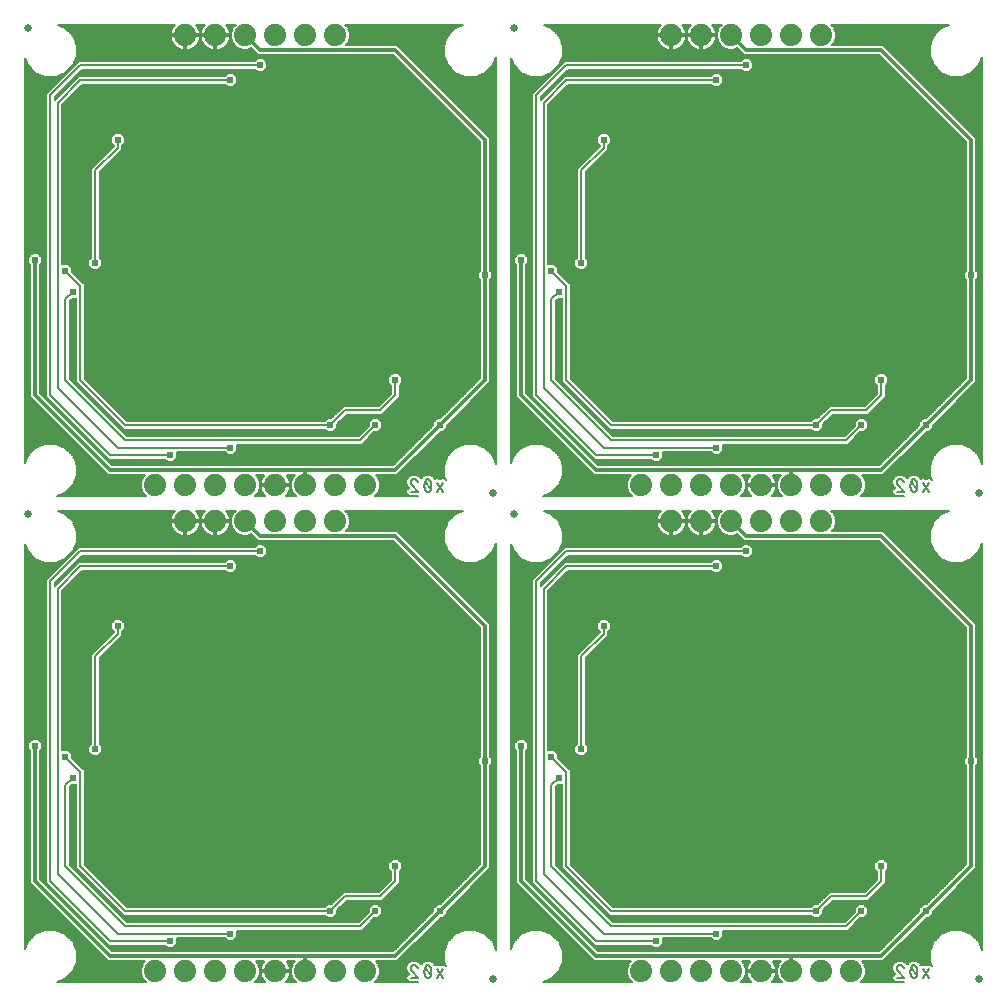
<source format=gbl>
G75*
%MOIN*%
%OFA0B0*%
%FSLAX25Y25*%
%IPPOS*%
%LPD*%
%AMOC8*
5,1,8,0,0,1.08239X$1,22.5*
%
%ADD10C,0.00800*%
%ADD11C,0.07400*%
%ADD12C,0.02500*%
%ADD13C,0.01200*%
%ADD14C,0.02400*%
%ADD15C,0.00600*%
D10*
X0158925Y0031650D02*
X0161258Y0031650D01*
X0159275Y0033983D01*
X0159975Y0035850D02*
X0160046Y0035848D01*
X0160116Y0035843D01*
X0160186Y0035833D01*
X0160256Y0035820D01*
X0160324Y0035804D01*
X0160392Y0035784D01*
X0160459Y0035760D01*
X0160524Y0035733D01*
X0160588Y0035703D01*
X0160650Y0035669D01*
X0160710Y0035632D01*
X0160768Y0035592D01*
X0160825Y0035549D01*
X0160878Y0035503D01*
X0160929Y0035454D01*
X0160978Y0035403D01*
X0161024Y0035349D01*
X0161067Y0035293D01*
X0161107Y0035235D01*
X0161144Y0035175D01*
X0161177Y0035112D01*
X0161208Y0035049D01*
X0161235Y0034983D01*
X0161258Y0034917D01*
X0159275Y0033983D02*
X0159229Y0034030D01*
X0159186Y0034078D01*
X0159146Y0034130D01*
X0159108Y0034183D01*
X0159074Y0034239D01*
X0159044Y0034296D01*
X0159016Y0034356D01*
X0158992Y0034416D01*
X0158972Y0034478D01*
X0158955Y0034541D01*
X0158942Y0034605D01*
X0158933Y0034670D01*
X0158927Y0034735D01*
X0158925Y0034800D01*
X0158927Y0034863D01*
X0158933Y0034927D01*
X0158942Y0034989D01*
X0158956Y0035051D01*
X0158973Y0035112D01*
X0158993Y0035172D01*
X0159018Y0035231D01*
X0159045Y0035288D01*
X0159076Y0035343D01*
X0159111Y0035396D01*
X0159148Y0035448D01*
X0159189Y0035496D01*
X0159233Y0035542D01*
X0159279Y0035586D01*
X0159327Y0035627D01*
X0159379Y0035664D01*
X0159432Y0035699D01*
X0159487Y0035730D01*
X0159544Y0035757D01*
X0159603Y0035782D01*
X0159663Y0035802D01*
X0159724Y0035819D01*
X0159786Y0035833D01*
X0159848Y0035842D01*
X0159912Y0035848D01*
X0159975Y0035850D01*
X0165758Y0033750D02*
X0165756Y0033638D01*
X0165751Y0033526D01*
X0165742Y0033414D01*
X0165729Y0033303D01*
X0165713Y0033192D01*
X0165693Y0033081D01*
X0165669Y0032972D01*
X0165642Y0032863D01*
X0165612Y0032755D01*
X0165578Y0032648D01*
X0165541Y0032542D01*
X0165500Y0032438D01*
X0165456Y0032335D01*
X0165408Y0032233D01*
X0165525Y0032583D02*
X0163658Y0034917D01*
X0163776Y0035267D02*
X0163796Y0035320D01*
X0163819Y0035371D01*
X0163846Y0035420D01*
X0163876Y0035468D01*
X0163909Y0035514D01*
X0163944Y0035557D01*
X0163983Y0035598D01*
X0164024Y0035637D01*
X0164068Y0035673D01*
X0164114Y0035705D01*
X0164161Y0035735D01*
X0164211Y0035761D01*
X0164263Y0035785D01*
X0164315Y0035804D01*
X0164369Y0035821D01*
X0164424Y0035833D01*
X0164480Y0035843D01*
X0164536Y0035848D01*
X0164592Y0035850D01*
X0164648Y0035848D01*
X0164704Y0035843D01*
X0164760Y0035833D01*
X0164815Y0035821D01*
X0164869Y0035804D01*
X0164921Y0035785D01*
X0164973Y0035761D01*
X0165023Y0035735D01*
X0165070Y0035705D01*
X0165116Y0035672D01*
X0165160Y0035637D01*
X0165201Y0035598D01*
X0165240Y0035557D01*
X0165275Y0035514D01*
X0165308Y0035468D01*
X0165338Y0035420D01*
X0165365Y0035371D01*
X0165388Y0035320D01*
X0165408Y0035267D01*
X0163775Y0035267D02*
X0163727Y0035165D01*
X0163683Y0035062D01*
X0163642Y0034958D01*
X0163605Y0034852D01*
X0163571Y0034745D01*
X0163541Y0034637D01*
X0163514Y0034528D01*
X0163490Y0034419D01*
X0163470Y0034308D01*
X0163454Y0034197D01*
X0163441Y0034086D01*
X0163432Y0033974D01*
X0163427Y0033862D01*
X0163425Y0033750D01*
X0165758Y0033750D02*
X0165756Y0033862D01*
X0165751Y0033974D01*
X0165742Y0034086D01*
X0165729Y0034197D01*
X0165713Y0034308D01*
X0165693Y0034419D01*
X0165669Y0034528D01*
X0165642Y0034637D01*
X0165612Y0034745D01*
X0165578Y0034852D01*
X0165541Y0034958D01*
X0165500Y0035062D01*
X0165456Y0035165D01*
X0165408Y0035267D01*
X0163425Y0033750D02*
X0163427Y0033638D01*
X0163432Y0033526D01*
X0163441Y0033414D01*
X0163454Y0033303D01*
X0163470Y0033192D01*
X0163490Y0033081D01*
X0163514Y0032972D01*
X0163541Y0032863D01*
X0163571Y0032755D01*
X0163605Y0032648D01*
X0163642Y0032542D01*
X0163683Y0032438D01*
X0163727Y0032335D01*
X0163775Y0032233D01*
X0164592Y0031650D02*
X0164648Y0031652D01*
X0164704Y0031657D01*
X0164760Y0031667D01*
X0164815Y0031679D01*
X0164869Y0031696D01*
X0164921Y0031715D01*
X0164973Y0031739D01*
X0165023Y0031765D01*
X0165070Y0031795D01*
X0165116Y0031827D01*
X0165160Y0031863D01*
X0165201Y0031902D01*
X0165240Y0031943D01*
X0165275Y0031986D01*
X0165308Y0032032D01*
X0165338Y0032080D01*
X0165365Y0032129D01*
X0165388Y0032180D01*
X0165408Y0032233D01*
X0164592Y0031650D02*
X0164536Y0031652D01*
X0164480Y0031657D01*
X0164424Y0031667D01*
X0164369Y0031679D01*
X0164315Y0031696D01*
X0164263Y0031715D01*
X0164211Y0031739D01*
X0164161Y0031765D01*
X0164114Y0031795D01*
X0164068Y0031827D01*
X0164024Y0031863D01*
X0163983Y0031902D01*
X0163944Y0031943D01*
X0163909Y0031986D01*
X0163876Y0032032D01*
X0163846Y0032080D01*
X0163819Y0032129D01*
X0163796Y0032180D01*
X0163776Y0032233D01*
X0167708Y0031650D02*
X0169575Y0034450D01*
X0167708Y0034450D02*
X0169575Y0031650D01*
X0320925Y0031650D02*
X0323258Y0031650D01*
X0321275Y0033983D01*
X0321975Y0035850D02*
X0322046Y0035848D01*
X0322116Y0035843D01*
X0322186Y0035833D01*
X0322256Y0035820D01*
X0322324Y0035804D01*
X0322392Y0035784D01*
X0322459Y0035760D01*
X0322524Y0035733D01*
X0322588Y0035703D01*
X0322650Y0035669D01*
X0322710Y0035632D01*
X0322768Y0035592D01*
X0322825Y0035549D01*
X0322878Y0035503D01*
X0322929Y0035454D01*
X0322978Y0035403D01*
X0323024Y0035349D01*
X0323067Y0035293D01*
X0323107Y0035235D01*
X0323144Y0035175D01*
X0323177Y0035112D01*
X0323208Y0035049D01*
X0323235Y0034983D01*
X0323258Y0034917D01*
X0321275Y0033983D02*
X0321229Y0034030D01*
X0321186Y0034078D01*
X0321146Y0034130D01*
X0321108Y0034183D01*
X0321074Y0034239D01*
X0321044Y0034296D01*
X0321016Y0034356D01*
X0320992Y0034416D01*
X0320972Y0034478D01*
X0320955Y0034541D01*
X0320942Y0034605D01*
X0320933Y0034670D01*
X0320927Y0034735D01*
X0320925Y0034800D01*
X0320927Y0034863D01*
X0320933Y0034927D01*
X0320942Y0034989D01*
X0320956Y0035051D01*
X0320973Y0035112D01*
X0320993Y0035172D01*
X0321018Y0035231D01*
X0321045Y0035288D01*
X0321076Y0035343D01*
X0321111Y0035396D01*
X0321148Y0035448D01*
X0321189Y0035496D01*
X0321233Y0035542D01*
X0321279Y0035586D01*
X0321327Y0035627D01*
X0321379Y0035664D01*
X0321432Y0035699D01*
X0321487Y0035730D01*
X0321544Y0035757D01*
X0321603Y0035782D01*
X0321663Y0035802D01*
X0321724Y0035819D01*
X0321786Y0035833D01*
X0321848Y0035842D01*
X0321912Y0035848D01*
X0321975Y0035850D01*
X0327758Y0033750D02*
X0327756Y0033638D01*
X0327751Y0033526D01*
X0327742Y0033414D01*
X0327729Y0033303D01*
X0327713Y0033192D01*
X0327693Y0033081D01*
X0327669Y0032972D01*
X0327642Y0032863D01*
X0327612Y0032755D01*
X0327578Y0032648D01*
X0327541Y0032542D01*
X0327500Y0032438D01*
X0327456Y0032335D01*
X0327408Y0032233D01*
X0327525Y0032583D02*
X0325658Y0034917D01*
X0325776Y0035267D02*
X0325796Y0035320D01*
X0325819Y0035371D01*
X0325846Y0035420D01*
X0325876Y0035468D01*
X0325909Y0035514D01*
X0325944Y0035557D01*
X0325983Y0035598D01*
X0326024Y0035637D01*
X0326068Y0035673D01*
X0326114Y0035705D01*
X0326161Y0035735D01*
X0326211Y0035761D01*
X0326263Y0035785D01*
X0326315Y0035804D01*
X0326369Y0035821D01*
X0326424Y0035833D01*
X0326480Y0035843D01*
X0326536Y0035848D01*
X0326592Y0035850D01*
X0326648Y0035848D01*
X0326704Y0035843D01*
X0326760Y0035833D01*
X0326815Y0035821D01*
X0326869Y0035804D01*
X0326921Y0035785D01*
X0326973Y0035761D01*
X0327023Y0035735D01*
X0327070Y0035705D01*
X0327116Y0035672D01*
X0327160Y0035637D01*
X0327201Y0035598D01*
X0327240Y0035557D01*
X0327275Y0035514D01*
X0327308Y0035468D01*
X0327338Y0035420D01*
X0327365Y0035371D01*
X0327388Y0035320D01*
X0327408Y0035267D01*
X0325775Y0035267D02*
X0325727Y0035165D01*
X0325683Y0035062D01*
X0325642Y0034958D01*
X0325605Y0034852D01*
X0325571Y0034745D01*
X0325541Y0034637D01*
X0325514Y0034528D01*
X0325490Y0034419D01*
X0325470Y0034308D01*
X0325454Y0034197D01*
X0325441Y0034086D01*
X0325432Y0033974D01*
X0325427Y0033862D01*
X0325425Y0033750D01*
X0327758Y0033750D02*
X0327756Y0033862D01*
X0327751Y0033974D01*
X0327742Y0034086D01*
X0327729Y0034197D01*
X0327713Y0034308D01*
X0327693Y0034419D01*
X0327669Y0034528D01*
X0327642Y0034637D01*
X0327612Y0034745D01*
X0327578Y0034852D01*
X0327541Y0034958D01*
X0327500Y0035062D01*
X0327456Y0035165D01*
X0327408Y0035267D01*
X0325425Y0033750D02*
X0325427Y0033638D01*
X0325432Y0033526D01*
X0325441Y0033414D01*
X0325454Y0033303D01*
X0325470Y0033192D01*
X0325490Y0033081D01*
X0325514Y0032972D01*
X0325541Y0032863D01*
X0325571Y0032755D01*
X0325605Y0032648D01*
X0325642Y0032542D01*
X0325683Y0032438D01*
X0325727Y0032335D01*
X0325775Y0032233D01*
X0326592Y0031650D02*
X0326648Y0031652D01*
X0326704Y0031657D01*
X0326760Y0031667D01*
X0326815Y0031679D01*
X0326869Y0031696D01*
X0326921Y0031715D01*
X0326973Y0031739D01*
X0327023Y0031765D01*
X0327070Y0031795D01*
X0327116Y0031827D01*
X0327160Y0031863D01*
X0327201Y0031902D01*
X0327240Y0031943D01*
X0327275Y0031986D01*
X0327308Y0032032D01*
X0327338Y0032080D01*
X0327365Y0032129D01*
X0327388Y0032180D01*
X0327408Y0032233D01*
X0326592Y0031650D02*
X0326536Y0031652D01*
X0326480Y0031657D01*
X0326424Y0031667D01*
X0326369Y0031679D01*
X0326315Y0031696D01*
X0326263Y0031715D01*
X0326211Y0031739D01*
X0326161Y0031765D01*
X0326114Y0031795D01*
X0326068Y0031827D01*
X0326024Y0031863D01*
X0325983Y0031902D01*
X0325944Y0031943D01*
X0325909Y0031986D01*
X0325876Y0032032D01*
X0325846Y0032080D01*
X0325819Y0032129D01*
X0325796Y0032180D01*
X0325776Y0032233D01*
X0329708Y0031650D02*
X0331575Y0034450D01*
X0329708Y0034450D02*
X0331575Y0031650D01*
X0331575Y0193650D02*
X0329708Y0196450D01*
X0325425Y0195750D02*
X0325427Y0195638D01*
X0325432Y0195526D01*
X0325441Y0195414D01*
X0325454Y0195303D01*
X0325470Y0195192D01*
X0325490Y0195081D01*
X0325514Y0194972D01*
X0325541Y0194863D01*
X0325571Y0194755D01*
X0325605Y0194648D01*
X0325642Y0194542D01*
X0325683Y0194438D01*
X0325727Y0194335D01*
X0325775Y0194233D01*
X0326592Y0193650D02*
X0326648Y0193652D01*
X0326704Y0193657D01*
X0326760Y0193667D01*
X0326815Y0193679D01*
X0326869Y0193696D01*
X0326921Y0193715D01*
X0326973Y0193739D01*
X0327023Y0193765D01*
X0327070Y0193795D01*
X0327116Y0193827D01*
X0327160Y0193863D01*
X0327201Y0193902D01*
X0327240Y0193943D01*
X0327275Y0193986D01*
X0327308Y0194032D01*
X0327338Y0194080D01*
X0327365Y0194129D01*
X0327388Y0194180D01*
X0327408Y0194233D01*
X0327525Y0194583D02*
X0325658Y0196917D01*
X0325776Y0197267D02*
X0325796Y0197320D01*
X0325819Y0197371D01*
X0325846Y0197420D01*
X0325876Y0197468D01*
X0325909Y0197514D01*
X0325944Y0197557D01*
X0325983Y0197598D01*
X0326024Y0197637D01*
X0326068Y0197673D01*
X0326114Y0197705D01*
X0326161Y0197735D01*
X0326211Y0197761D01*
X0326263Y0197785D01*
X0326315Y0197804D01*
X0326369Y0197821D01*
X0326424Y0197833D01*
X0326480Y0197843D01*
X0326536Y0197848D01*
X0326592Y0197850D01*
X0326648Y0197848D01*
X0326704Y0197843D01*
X0326760Y0197833D01*
X0326815Y0197821D01*
X0326869Y0197804D01*
X0326921Y0197785D01*
X0326973Y0197761D01*
X0327023Y0197735D01*
X0327070Y0197705D01*
X0327116Y0197672D01*
X0327160Y0197637D01*
X0327201Y0197598D01*
X0327240Y0197557D01*
X0327275Y0197514D01*
X0327308Y0197468D01*
X0327338Y0197420D01*
X0327365Y0197371D01*
X0327388Y0197320D01*
X0327408Y0197267D01*
X0325775Y0197267D02*
X0325727Y0197165D01*
X0325683Y0197062D01*
X0325642Y0196958D01*
X0325605Y0196852D01*
X0325571Y0196745D01*
X0325541Y0196637D01*
X0325514Y0196528D01*
X0325490Y0196419D01*
X0325470Y0196308D01*
X0325454Y0196197D01*
X0325441Y0196086D01*
X0325432Y0195974D01*
X0325427Y0195862D01*
X0325425Y0195750D01*
X0327758Y0195750D02*
X0327756Y0195862D01*
X0327751Y0195974D01*
X0327742Y0196086D01*
X0327729Y0196197D01*
X0327713Y0196308D01*
X0327693Y0196419D01*
X0327669Y0196528D01*
X0327642Y0196637D01*
X0327612Y0196745D01*
X0327578Y0196852D01*
X0327541Y0196958D01*
X0327500Y0197062D01*
X0327456Y0197165D01*
X0327408Y0197267D01*
X0325776Y0194233D02*
X0325796Y0194180D01*
X0325819Y0194129D01*
X0325846Y0194080D01*
X0325876Y0194032D01*
X0325909Y0193986D01*
X0325944Y0193943D01*
X0325983Y0193902D01*
X0326024Y0193863D01*
X0326068Y0193827D01*
X0326114Y0193795D01*
X0326161Y0193765D01*
X0326211Y0193739D01*
X0326263Y0193715D01*
X0326315Y0193696D01*
X0326369Y0193679D01*
X0326424Y0193667D01*
X0326480Y0193657D01*
X0326536Y0193652D01*
X0326592Y0193650D01*
X0327408Y0194233D02*
X0327456Y0194335D01*
X0327500Y0194438D01*
X0327541Y0194542D01*
X0327578Y0194648D01*
X0327612Y0194755D01*
X0327642Y0194863D01*
X0327669Y0194972D01*
X0327693Y0195081D01*
X0327713Y0195192D01*
X0327729Y0195303D01*
X0327742Y0195414D01*
X0327751Y0195526D01*
X0327756Y0195638D01*
X0327758Y0195750D01*
X0329708Y0193650D02*
X0331575Y0196450D01*
X0323258Y0193650D02*
X0320925Y0193650D01*
X0323258Y0193650D02*
X0321275Y0195983D01*
X0321975Y0197850D02*
X0322046Y0197848D01*
X0322116Y0197843D01*
X0322186Y0197833D01*
X0322256Y0197820D01*
X0322324Y0197804D01*
X0322392Y0197784D01*
X0322459Y0197760D01*
X0322524Y0197733D01*
X0322588Y0197703D01*
X0322650Y0197669D01*
X0322710Y0197632D01*
X0322768Y0197592D01*
X0322825Y0197549D01*
X0322878Y0197503D01*
X0322929Y0197454D01*
X0322978Y0197403D01*
X0323024Y0197349D01*
X0323067Y0197293D01*
X0323107Y0197235D01*
X0323144Y0197175D01*
X0323177Y0197112D01*
X0323208Y0197049D01*
X0323235Y0196983D01*
X0323258Y0196917D01*
X0321275Y0195983D02*
X0321229Y0196030D01*
X0321186Y0196078D01*
X0321146Y0196130D01*
X0321108Y0196183D01*
X0321074Y0196239D01*
X0321044Y0196296D01*
X0321016Y0196356D01*
X0320992Y0196416D01*
X0320972Y0196478D01*
X0320955Y0196541D01*
X0320942Y0196605D01*
X0320933Y0196670D01*
X0320927Y0196735D01*
X0320925Y0196800D01*
X0320927Y0196863D01*
X0320933Y0196927D01*
X0320942Y0196989D01*
X0320956Y0197051D01*
X0320973Y0197112D01*
X0320993Y0197172D01*
X0321018Y0197231D01*
X0321045Y0197288D01*
X0321076Y0197343D01*
X0321111Y0197396D01*
X0321148Y0197448D01*
X0321189Y0197496D01*
X0321233Y0197542D01*
X0321279Y0197586D01*
X0321327Y0197627D01*
X0321379Y0197664D01*
X0321432Y0197699D01*
X0321487Y0197730D01*
X0321544Y0197757D01*
X0321603Y0197782D01*
X0321663Y0197802D01*
X0321724Y0197819D01*
X0321786Y0197833D01*
X0321848Y0197842D01*
X0321912Y0197848D01*
X0321975Y0197850D01*
X0169575Y0196450D02*
X0167708Y0193650D01*
X0169575Y0193650D02*
X0167708Y0196450D01*
X0163425Y0195750D02*
X0163427Y0195638D01*
X0163432Y0195526D01*
X0163441Y0195414D01*
X0163454Y0195303D01*
X0163470Y0195192D01*
X0163490Y0195081D01*
X0163514Y0194972D01*
X0163541Y0194863D01*
X0163571Y0194755D01*
X0163605Y0194648D01*
X0163642Y0194542D01*
X0163683Y0194438D01*
X0163727Y0194335D01*
X0163775Y0194233D01*
X0164592Y0193650D02*
X0164648Y0193652D01*
X0164704Y0193657D01*
X0164760Y0193667D01*
X0164815Y0193679D01*
X0164869Y0193696D01*
X0164921Y0193715D01*
X0164973Y0193739D01*
X0165023Y0193765D01*
X0165070Y0193795D01*
X0165116Y0193827D01*
X0165160Y0193863D01*
X0165201Y0193902D01*
X0165240Y0193943D01*
X0165275Y0193986D01*
X0165308Y0194032D01*
X0165338Y0194080D01*
X0165365Y0194129D01*
X0165388Y0194180D01*
X0165408Y0194233D01*
X0165525Y0194583D02*
X0163658Y0196917D01*
X0163776Y0197267D02*
X0163796Y0197320D01*
X0163819Y0197371D01*
X0163846Y0197420D01*
X0163876Y0197468D01*
X0163909Y0197514D01*
X0163944Y0197557D01*
X0163983Y0197598D01*
X0164024Y0197637D01*
X0164068Y0197673D01*
X0164114Y0197705D01*
X0164161Y0197735D01*
X0164211Y0197761D01*
X0164263Y0197785D01*
X0164315Y0197804D01*
X0164369Y0197821D01*
X0164424Y0197833D01*
X0164480Y0197843D01*
X0164536Y0197848D01*
X0164592Y0197850D01*
X0164648Y0197848D01*
X0164704Y0197843D01*
X0164760Y0197833D01*
X0164815Y0197821D01*
X0164869Y0197804D01*
X0164921Y0197785D01*
X0164973Y0197761D01*
X0165023Y0197735D01*
X0165070Y0197705D01*
X0165116Y0197672D01*
X0165160Y0197637D01*
X0165201Y0197598D01*
X0165240Y0197557D01*
X0165275Y0197514D01*
X0165308Y0197468D01*
X0165338Y0197420D01*
X0165365Y0197371D01*
X0165388Y0197320D01*
X0165408Y0197267D01*
X0163775Y0197267D02*
X0163727Y0197165D01*
X0163683Y0197062D01*
X0163642Y0196958D01*
X0163605Y0196852D01*
X0163571Y0196745D01*
X0163541Y0196637D01*
X0163514Y0196528D01*
X0163490Y0196419D01*
X0163470Y0196308D01*
X0163454Y0196197D01*
X0163441Y0196086D01*
X0163432Y0195974D01*
X0163427Y0195862D01*
X0163425Y0195750D01*
X0165758Y0195750D02*
X0165756Y0195862D01*
X0165751Y0195974D01*
X0165742Y0196086D01*
X0165729Y0196197D01*
X0165713Y0196308D01*
X0165693Y0196419D01*
X0165669Y0196528D01*
X0165642Y0196637D01*
X0165612Y0196745D01*
X0165578Y0196852D01*
X0165541Y0196958D01*
X0165500Y0197062D01*
X0165456Y0197165D01*
X0165408Y0197267D01*
X0163776Y0194233D02*
X0163796Y0194180D01*
X0163819Y0194129D01*
X0163846Y0194080D01*
X0163876Y0194032D01*
X0163909Y0193986D01*
X0163944Y0193943D01*
X0163983Y0193902D01*
X0164024Y0193863D01*
X0164068Y0193827D01*
X0164114Y0193795D01*
X0164161Y0193765D01*
X0164211Y0193739D01*
X0164263Y0193715D01*
X0164315Y0193696D01*
X0164369Y0193679D01*
X0164424Y0193667D01*
X0164480Y0193657D01*
X0164536Y0193652D01*
X0164592Y0193650D01*
X0165408Y0194233D02*
X0165456Y0194335D01*
X0165500Y0194438D01*
X0165541Y0194542D01*
X0165578Y0194648D01*
X0165612Y0194755D01*
X0165642Y0194863D01*
X0165669Y0194972D01*
X0165693Y0195081D01*
X0165713Y0195192D01*
X0165729Y0195303D01*
X0165742Y0195414D01*
X0165751Y0195526D01*
X0165756Y0195638D01*
X0165758Y0195750D01*
X0161258Y0193650D02*
X0158925Y0193650D01*
X0161258Y0193650D02*
X0159275Y0195983D01*
X0159975Y0197850D02*
X0160046Y0197848D01*
X0160116Y0197843D01*
X0160186Y0197833D01*
X0160256Y0197820D01*
X0160324Y0197804D01*
X0160392Y0197784D01*
X0160459Y0197760D01*
X0160524Y0197733D01*
X0160588Y0197703D01*
X0160650Y0197669D01*
X0160710Y0197632D01*
X0160768Y0197592D01*
X0160825Y0197549D01*
X0160878Y0197503D01*
X0160929Y0197454D01*
X0160978Y0197403D01*
X0161024Y0197349D01*
X0161067Y0197293D01*
X0161107Y0197235D01*
X0161144Y0197175D01*
X0161177Y0197112D01*
X0161208Y0197049D01*
X0161235Y0196983D01*
X0161258Y0196917D01*
X0159275Y0195983D02*
X0159229Y0196030D01*
X0159186Y0196078D01*
X0159146Y0196130D01*
X0159108Y0196183D01*
X0159074Y0196239D01*
X0159044Y0196296D01*
X0159016Y0196356D01*
X0158992Y0196416D01*
X0158972Y0196478D01*
X0158955Y0196541D01*
X0158942Y0196605D01*
X0158933Y0196670D01*
X0158927Y0196735D01*
X0158925Y0196800D01*
X0158927Y0196863D01*
X0158933Y0196927D01*
X0158942Y0196989D01*
X0158956Y0197051D01*
X0158973Y0197112D01*
X0158993Y0197172D01*
X0159018Y0197231D01*
X0159045Y0197288D01*
X0159076Y0197343D01*
X0159111Y0197396D01*
X0159148Y0197448D01*
X0159189Y0197496D01*
X0159233Y0197542D01*
X0159279Y0197586D01*
X0159327Y0197627D01*
X0159379Y0197664D01*
X0159432Y0197699D01*
X0159487Y0197730D01*
X0159544Y0197757D01*
X0159603Y0197782D01*
X0159663Y0197802D01*
X0159724Y0197819D01*
X0159786Y0197833D01*
X0159848Y0197842D01*
X0159912Y0197848D01*
X0159975Y0197850D01*
D11*
X0143750Y0195750D03*
X0133750Y0195750D03*
X0123750Y0195750D03*
X0113750Y0195750D03*
X0103750Y0195750D03*
X0093750Y0195750D03*
X0083750Y0195750D03*
X0073750Y0195750D03*
X0083750Y0183750D03*
X0093750Y0183750D03*
X0103750Y0183750D03*
X0113750Y0183750D03*
X0123750Y0183750D03*
X0133750Y0183750D03*
X0235750Y0195750D03*
X0245750Y0195750D03*
X0255750Y0195750D03*
X0265750Y0195750D03*
X0275750Y0195750D03*
X0285750Y0195750D03*
X0295750Y0195750D03*
X0305750Y0195750D03*
X0295750Y0183750D03*
X0285750Y0183750D03*
X0275750Y0183750D03*
X0265750Y0183750D03*
X0255750Y0183750D03*
X0245750Y0183750D03*
X0245750Y0033750D03*
X0255750Y0033750D03*
X0265750Y0033750D03*
X0275750Y0033750D03*
X0285750Y0033750D03*
X0295750Y0033750D03*
X0305750Y0033750D03*
X0235750Y0033750D03*
X0143750Y0033750D03*
X0133750Y0033750D03*
X0123750Y0033750D03*
X0113750Y0033750D03*
X0103750Y0033750D03*
X0093750Y0033750D03*
X0083750Y0033750D03*
X0073750Y0033750D03*
X0083750Y0345750D03*
X0093750Y0345750D03*
X0103750Y0345750D03*
X0113750Y0345750D03*
X0123750Y0345750D03*
X0133750Y0345750D03*
X0245750Y0345750D03*
X0255750Y0345750D03*
X0265750Y0345750D03*
X0275750Y0345750D03*
X0285750Y0345750D03*
X0295750Y0345750D03*
D12*
X0193250Y0348250D03*
X0031250Y0348250D03*
X0186250Y0193250D03*
X0193250Y0186250D03*
X0348250Y0193250D03*
X0348250Y0031250D03*
X0186250Y0031250D03*
X0031250Y0186250D03*
D13*
X0058750Y0200750D02*
X0033750Y0225750D01*
X0033750Y0270750D01*
X0058750Y0200750D02*
X0123750Y0200750D01*
X0123750Y0195750D01*
X0123750Y0200750D02*
X0153750Y0200750D01*
X0168750Y0215750D01*
X0183750Y0230750D01*
X0183750Y0265750D01*
X0183750Y0310750D01*
X0153750Y0340750D01*
X0108750Y0340750D01*
X0103750Y0345750D01*
X0195750Y0270750D02*
X0195750Y0225750D01*
X0220750Y0200750D01*
X0285750Y0200750D01*
X0285750Y0195750D01*
X0285750Y0200750D02*
X0315750Y0200750D01*
X0330750Y0215750D01*
X0345750Y0230750D01*
X0345750Y0265750D01*
X0345750Y0310750D01*
X0315750Y0340750D01*
X0270750Y0340750D01*
X0265750Y0345750D01*
X0265750Y0183750D02*
X0270750Y0178750D01*
X0315750Y0178750D01*
X0345750Y0148750D01*
X0345750Y0103750D01*
X0345750Y0068750D01*
X0330750Y0053750D01*
X0315750Y0038750D01*
X0285750Y0038750D01*
X0285750Y0033750D01*
X0285750Y0038750D02*
X0220750Y0038750D01*
X0195750Y0063750D01*
X0195750Y0108750D01*
X0183750Y0103750D02*
X0183750Y0148750D01*
X0153750Y0178750D01*
X0108750Y0178750D01*
X0103750Y0183750D01*
X0033750Y0108750D02*
X0033750Y0063750D01*
X0058750Y0038750D01*
X0123750Y0038750D01*
X0123750Y0033750D01*
X0123750Y0038750D02*
X0153750Y0038750D01*
X0168750Y0053750D01*
X0183750Y0068750D01*
X0183750Y0103750D01*
D14*
X0183750Y0103750D03*
X0173750Y0098750D03*
X0173750Y0088750D03*
X0173750Y0078750D03*
X0153750Y0083750D03*
X0143750Y0083750D03*
X0133750Y0083750D03*
X0128750Y0073750D03*
X0128750Y0063750D03*
X0138750Y0073750D03*
X0153750Y0068750D03*
X0147096Y0053750D03*
X0132096Y0053750D03*
X0098750Y0046250D03*
X0088750Y0063750D03*
X0088750Y0073750D03*
X0078750Y0073750D03*
X0078750Y0063750D03*
X0068750Y0063750D03*
X0068750Y0078750D03*
X0068750Y0088750D03*
X0068750Y0098750D03*
X0058750Y0098750D03*
X0058750Y0088750D03*
X0046250Y0098250D03*
X0043750Y0105250D03*
X0053750Y0107750D03*
X0033750Y0108750D03*
X0068750Y0123750D03*
X0068750Y0133750D03*
X0068750Y0143750D03*
X0061250Y0148750D03*
X0068750Y0153750D03*
X0078750Y0153750D03*
X0078750Y0143750D03*
X0088750Y0143750D03*
X0088750Y0153750D03*
X0093750Y0153750D03*
X0093750Y0163750D03*
X0088750Y0163750D03*
X0078750Y0163750D03*
X0068750Y0163750D03*
X0098750Y0168750D03*
X0108750Y0173750D03*
X0128750Y0163750D03*
X0128750Y0153750D03*
X0128750Y0143750D03*
X0138750Y0143750D03*
X0138750Y0153750D03*
X0148750Y0143750D03*
X0148750Y0133750D03*
X0148750Y0123750D03*
X0158750Y0123750D03*
X0133750Y0133750D03*
X0123750Y0123750D03*
X0123750Y0113750D03*
X0113750Y0113750D03*
X0113750Y0123750D03*
X0103750Y0123750D03*
X0103750Y0113750D03*
X0093750Y0113750D03*
X0093750Y0123750D03*
X0083750Y0133750D03*
X0093750Y0103750D03*
X0093750Y0093750D03*
X0103750Y0093750D03*
X0103750Y0103750D03*
X0113750Y0103750D03*
X0113750Y0093750D03*
X0123750Y0093750D03*
X0123750Y0103750D03*
X0145750Y0093750D03*
X0153750Y0093750D03*
X0168750Y0053750D03*
X0208250Y0098250D03*
X0205750Y0105250D03*
X0215750Y0107750D03*
X0220750Y0098750D03*
X0220750Y0088750D03*
X0230750Y0088750D03*
X0230750Y0098750D03*
X0245750Y0083750D03*
X0240750Y0073750D03*
X0240750Y0063750D03*
X0250750Y0063750D03*
X0250750Y0073750D03*
X0255750Y0093750D03*
X0255750Y0103750D03*
X0265750Y0103750D03*
X0265750Y0093750D03*
X0275750Y0093750D03*
X0275750Y0103750D03*
X0285750Y0103750D03*
X0285750Y0093750D03*
X0295750Y0083750D03*
X0305750Y0083750D03*
X0315750Y0083750D03*
X0315750Y0093750D03*
X0307750Y0093750D03*
X0300750Y0073750D03*
X0290750Y0073750D03*
X0290750Y0063750D03*
X0294096Y0053750D03*
X0309096Y0053750D03*
X0315750Y0068750D03*
X0330750Y0053750D03*
X0335750Y0078750D03*
X0335750Y0088750D03*
X0335750Y0098750D03*
X0345750Y0103750D03*
X0320750Y0123750D03*
X0310750Y0123750D03*
X0310750Y0133750D03*
X0310750Y0143750D03*
X0300750Y0143750D03*
X0300750Y0153750D03*
X0290750Y0153750D03*
X0290750Y0143750D03*
X0295750Y0133750D03*
X0285750Y0123750D03*
X0285750Y0113750D03*
X0275750Y0113750D03*
X0275750Y0123750D03*
X0265750Y0123750D03*
X0265750Y0113750D03*
X0255750Y0113750D03*
X0255750Y0123750D03*
X0245750Y0133750D03*
X0240750Y0143750D03*
X0240750Y0153750D03*
X0250750Y0153750D03*
X0255750Y0153750D03*
X0250750Y0143750D03*
X0250750Y0163750D03*
X0255750Y0163750D03*
X0260750Y0168750D03*
X0270750Y0173750D03*
X0290750Y0163750D03*
X0325750Y0178750D03*
X0335750Y0168750D03*
X0345750Y0168750D03*
X0345750Y0153750D03*
X0330750Y0215750D03*
X0315750Y0230750D03*
X0315750Y0245750D03*
X0315750Y0255750D03*
X0307750Y0255750D03*
X0305750Y0245750D03*
X0295750Y0245750D03*
X0290750Y0235750D03*
X0300750Y0235750D03*
X0290750Y0225750D03*
X0294096Y0215750D03*
X0309096Y0215750D03*
X0335750Y0240750D03*
X0335750Y0250750D03*
X0335750Y0260750D03*
X0345750Y0265750D03*
X0320750Y0285750D03*
X0310750Y0285750D03*
X0310750Y0295750D03*
X0310750Y0305750D03*
X0300750Y0305750D03*
X0290750Y0305750D03*
X0295750Y0295750D03*
X0285750Y0285750D03*
X0275750Y0285750D03*
X0265750Y0285750D03*
X0255750Y0285750D03*
X0245750Y0295750D03*
X0240750Y0305750D03*
X0250750Y0305750D03*
X0250750Y0315750D03*
X0255750Y0315750D03*
X0255750Y0325750D03*
X0250750Y0325750D03*
X0240750Y0325750D03*
X0240750Y0315750D03*
X0230750Y0315750D03*
X0223250Y0310750D03*
X0230750Y0305750D03*
X0230750Y0295750D03*
X0230750Y0285750D03*
X0215750Y0269750D03*
X0220750Y0260750D03*
X0230750Y0260750D03*
X0230750Y0250750D03*
X0230750Y0240750D03*
X0220750Y0250750D03*
X0208250Y0260250D03*
X0205750Y0267250D03*
X0195750Y0270750D03*
X0183750Y0265750D03*
X0173750Y0260750D03*
X0173750Y0250750D03*
X0173750Y0240750D03*
X0153750Y0245750D03*
X0153750Y0255750D03*
X0145750Y0255750D03*
X0143750Y0245750D03*
X0133750Y0245750D03*
X0128750Y0235750D03*
X0138750Y0235750D03*
X0128750Y0225750D03*
X0132096Y0215750D03*
X0147096Y0215750D03*
X0153750Y0230750D03*
X0168750Y0215750D03*
X0163750Y0178750D03*
X0173750Y0168750D03*
X0183750Y0168750D03*
X0183750Y0153750D03*
X0223250Y0148750D03*
X0230750Y0143750D03*
X0230750Y0153750D03*
X0230750Y0163750D03*
X0240750Y0163750D03*
X0230750Y0133750D03*
X0230750Y0123750D03*
X0195750Y0108750D03*
X0230750Y0078750D03*
X0230750Y0063750D03*
X0240750Y0043750D03*
X0260750Y0046250D03*
X0240750Y0205750D03*
X0240750Y0225750D03*
X0250750Y0225750D03*
X0250750Y0235750D03*
X0240750Y0235750D03*
X0245750Y0245750D03*
X0255750Y0255750D03*
X0265750Y0255750D03*
X0275750Y0255750D03*
X0285750Y0255750D03*
X0285750Y0265750D03*
X0285750Y0275750D03*
X0275750Y0275750D03*
X0275750Y0265750D03*
X0265750Y0265750D03*
X0265750Y0275750D03*
X0255750Y0275750D03*
X0255750Y0265750D03*
X0230750Y0225750D03*
X0260750Y0208250D03*
X0158750Y0285750D03*
X0148750Y0285750D03*
X0148750Y0295750D03*
X0148750Y0305750D03*
X0138750Y0305750D03*
X0128750Y0305750D03*
X0133750Y0295750D03*
X0123750Y0285750D03*
X0113750Y0285750D03*
X0113750Y0275750D03*
X0113750Y0265750D03*
X0123750Y0265750D03*
X0123750Y0275750D03*
X0123750Y0255750D03*
X0113750Y0255750D03*
X0103750Y0255750D03*
X0093750Y0255750D03*
X0083750Y0245750D03*
X0078750Y0235750D03*
X0088750Y0235750D03*
X0088750Y0225750D03*
X0078750Y0225750D03*
X0068750Y0225750D03*
X0068750Y0240750D03*
X0068750Y0250750D03*
X0068750Y0260750D03*
X0058750Y0260750D03*
X0053750Y0269750D03*
X0043750Y0267250D03*
X0046250Y0260250D03*
X0058750Y0250750D03*
X0033750Y0270750D03*
X0068750Y0285750D03*
X0068750Y0295750D03*
X0068750Y0305750D03*
X0061250Y0310750D03*
X0068750Y0315750D03*
X0068750Y0325750D03*
X0078750Y0325750D03*
X0078750Y0315750D03*
X0088750Y0315750D03*
X0093750Y0315750D03*
X0093750Y0325750D03*
X0088750Y0325750D03*
X0098750Y0330750D03*
X0108750Y0335750D03*
X0128750Y0325750D03*
X0128750Y0315750D03*
X0138750Y0315750D03*
X0163750Y0340750D03*
X0173750Y0330750D03*
X0183750Y0330750D03*
X0183750Y0315750D03*
X0230750Y0325750D03*
X0260750Y0330750D03*
X0270750Y0335750D03*
X0290750Y0325750D03*
X0290750Y0315750D03*
X0300750Y0315750D03*
X0325750Y0340750D03*
X0335750Y0330750D03*
X0345750Y0330750D03*
X0345750Y0315750D03*
X0103750Y0285750D03*
X0093750Y0285750D03*
X0083750Y0295750D03*
X0078750Y0305750D03*
X0088750Y0305750D03*
X0093750Y0275750D03*
X0093750Y0265750D03*
X0103750Y0265750D03*
X0103750Y0275750D03*
X0098750Y0208250D03*
X0078750Y0205750D03*
X0083750Y0083750D03*
X0078750Y0043750D03*
D15*
X0043735Y0031290D02*
X0040983Y0030150D01*
X0070562Y0030150D01*
X0069681Y0031031D01*
X0068950Y0032795D01*
X0068950Y0034705D01*
X0069681Y0036469D01*
X0070262Y0037050D01*
X0058046Y0037050D01*
X0033046Y0062050D01*
X0032050Y0063046D01*
X0032050Y0107197D01*
X0031450Y0107797D01*
X0031450Y0109703D01*
X0032797Y0111050D01*
X0034703Y0111050D01*
X0036050Y0109703D01*
X0036050Y0107797D01*
X0035450Y0107197D01*
X0035450Y0064454D01*
X0059454Y0040450D01*
X0153046Y0040450D01*
X0166450Y0053854D01*
X0166450Y0054703D01*
X0167797Y0056050D01*
X0168646Y0056050D01*
X0182050Y0069454D01*
X0182050Y0102197D01*
X0181450Y0102797D01*
X0181450Y0104703D01*
X0182050Y0105303D01*
X0182050Y0148046D01*
X0153046Y0177050D01*
X0108046Y0177050D01*
X0105724Y0179372D01*
X0104705Y0178950D01*
X0102795Y0178950D01*
X0101031Y0179681D01*
X0099681Y0181031D01*
X0098950Y0182795D01*
X0098950Y0184705D01*
X0099681Y0186469D01*
X0100462Y0187250D01*
X0097321Y0187250D01*
X0097564Y0187007D01*
X0098026Y0186371D01*
X0098384Y0185669D01*
X0098627Y0184921D01*
X0098750Y0184144D01*
X0098750Y0184050D01*
X0094050Y0184050D01*
X0094050Y0183450D01*
X0098750Y0183450D01*
X0098750Y0183356D01*
X0098627Y0182579D01*
X0098384Y0181831D01*
X0098026Y0181129D01*
X0097564Y0180493D01*
X0097007Y0179936D01*
X0096371Y0179474D01*
X0095669Y0179116D01*
X0094921Y0178873D01*
X0094144Y0178750D01*
X0094050Y0178750D01*
X0094050Y0183450D01*
X0093450Y0183450D01*
X0093450Y0178750D01*
X0093356Y0178750D01*
X0092579Y0178873D01*
X0091831Y0179116D01*
X0091129Y0179474D01*
X0090493Y0179936D01*
X0089936Y0180493D01*
X0089474Y0181129D01*
X0089116Y0181831D01*
X0088873Y0182579D01*
X0088750Y0183356D01*
X0088750Y0183450D01*
X0093450Y0183450D01*
X0093450Y0184050D01*
X0088750Y0184050D01*
X0088750Y0184144D01*
X0088873Y0184921D01*
X0089116Y0185669D01*
X0089474Y0186371D01*
X0089936Y0187007D01*
X0090179Y0187250D01*
X0087321Y0187250D01*
X0087564Y0187007D01*
X0088026Y0186371D01*
X0088384Y0185669D01*
X0088627Y0184921D01*
X0088750Y0184144D01*
X0088750Y0184050D01*
X0084050Y0184050D01*
X0084050Y0183450D01*
X0088750Y0183450D01*
X0088750Y0183356D01*
X0088627Y0182579D01*
X0088384Y0181831D01*
X0088026Y0181129D01*
X0087564Y0180493D01*
X0087007Y0179936D01*
X0086371Y0179474D01*
X0085669Y0179116D01*
X0084921Y0178873D01*
X0084144Y0178750D01*
X0084050Y0178750D01*
X0084050Y0183450D01*
X0083450Y0183450D01*
X0083450Y0178750D01*
X0083356Y0178750D01*
X0082579Y0178873D01*
X0081831Y0179116D01*
X0081129Y0179474D01*
X0080493Y0179936D01*
X0079936Y0180493D01*
X0079474Y0181129D01*
X0079116Y0181831D01*
X0078873Y0182579D01*
X0078750Y0183356D01*
X0078750Y0183450D01*
X0083450Y0183450D01*
X0083450Y0184050D01*
X0078750Y0184050D01*
X0078750Y0184144D01*
X0078873Y0184921D01*
X0079116Y0185669D01*
X0079474Y0186371D01*
X0079936Y0187007D01*
X0080179Y0187250D01*
X0041225Y0187250D01*
X0043735Y0186210D01*
X0043735Y0186210D01*
X0046210Y0183735D01*
X0046210Y0183735D01*
X0047550Y0180500D01*
X0047550Y0177000D01*
X0046210Y0173765D01*
X0046210Y0173765D01*
X0043735Y0171290D01*
X0043735Y0171290D01*
X0040500Y0169950D01*
X0037000Y0169950D01*
X0033765Y0171290D01*
X0033765Y0171290D01*
X0031290Y0173765D01*
X0031290Y0173765D01*
X0030250Y0176275D01*
X0030250Y0041225D01*
X0031290Y0043735D01*
X0031290Y0043735D01*
X0033765Y0046210D01*
X0033765Y0046210D01*
X0037000Y0047550D01*
X0040500Y0047550D01*
X0043735Y0046210D01*
X0043735Y0046210D01*
X0046210Y0043735D01*
X0046210Y0043735D01*
X0047550Y0040500D01*
X0047550Y0037000D01*
X0046210Y0033765D01*
X0046210Y0033765D01*
X0043735Y0031290D01*
X0043735Y0031290D01*
X0043383Y0031144D02*
X0069634Y0031144D01*
X0069386Y0031743D02*
X0044188Y0031743D01*
X0044786Y0032341D02*
X0069138Y0032341D01*
X0068950Y0032940D02*
X0045385Y0032940D01*
X0045983Y0033538D02*
X0068950Y0033538D01*
X0068950Y0034137D02*
X0046364Y0034137D01*
X0046612Y0034735D02*
X0068963Y0034735D01*
X0069210Y0035334D02*
X0046860Y0035334D01*
X0047108Y0035932D02*
X0069458Y0035932D01*
X0069742Y0036531D02*
X0047356Y0036531D01*
X0047550Y0037129D02*
X0057967Y0037129D01*
X0057368Y0037728D02*
X0047550Y0037728D01*
X0047550Y0038326D02*
X0056770Y0038326D01*
X0056171Y0038925D02*
X0047550Y0038925D01*
X0047550Y0039523D02*
X0055573Y0039523D01*
X0054974Y0040122D02*
X0047550Y0040122D01*
X0047459Y0040720D02*
X0054376Y0040720D01*
X0053777Y0041319D02*
X0047211Y0041319D01*
X0046963Y0041917D02*
X0053179Y0041917D01*
X0052580Y0042516D02*
X0046715Y0042516D01*
X0046467Y0043114D02*
X0051982Y0043114D01*
X0051383Y0043713D02*
X0046219Y0043713D01*
X0045634Y0044311D02*
X0050785Y0044311D01*
X0050186Y0044910D02*
X0045035Y0044910D01*
X0044437Y0045508D02*
X0049588Y0045508D01*
X0048989Y0046107D02*
X0043838Y0046107D01*
X0042540Y0046705D02*
X0048390Y0046705D01*
X0047792Y0047304D02*
X0041095Y0047304D01*
X0036405Y0047304D02*
X0030250Y0047304D01*
X0030250Y0047902D02*
X0047193Y0047902D01*
X0046595Y0048501D02*
X0030250Y0048501D01*
X0030250Y0049099D02*
X0045996Y0049099D01*
X0045398Y0049698D02*
X0030250Y0049698D01*
X0030250Y0050296D02*
X0044799Y0050296D01*
X0044201Y0050895D02*
X0030250Y0050895D01*
X0030250Y0051493D02*
X0043602Y0051493D01*
X0043004Y0052092D02*
X0030250Y0052092D01*
X0030250Y0052690D02*
X0042405Y0052690D01*
X0041807Y0053289D02*
X0030250Y0053289D01*
X0030250Y0053887D02*
X0041208Y0053887D01*
X0040610Y0054486D02*
X0030250Y0054486D01*
X0030250Y0055084D02*
X0040011Y0055084D01*
X0039413Y0055683D02*
X0030250Y0055683D01*
X0030250Y0056282D02*
X0038814Y0056282D01*
X0038216Y0056880D02*
X0030250Y0056880D01*
X0030250Y0057479D02*
X0037617Y0057479D01*
X0037019Y0058077D02*
X0030250Y0058077D01*
X0030250Y0058676D02*
X0036420Y0058676D01*
X0035822Y0059274D02*
X0030250Y0059274D01*
X0030250Y0059873D02*
X0035223Y0059873D01*
X0034625Y0060471D02*
X0030250Y0060471D01*
X0030250Y0061070D02*
X0034026Y0061070D01*
X0033428Y0061668D02*
X0030250Y0061668D01*
X0030250Y0062267D02*
X0032829Y0062267D01*
X0032231Y0062865D02*
X0030250Y0062865D01*
X0030250Y0063464D02*
X0032050Y0063464D01*
X0032050Y0064062D02*
X0030250Y0064062D01*
X0030250Y0064661D02*
X0032050Y0064661D01*
X0032050Y0065259D02*
X0030250Y0065259D01*
X0030250Y0065858D02*
X0032050Y0065858D01*
X0032050Y0066456D02*
X0030250Y0066456D01*
X0030250Y0067055D02*
X0032050Y0067055D01*
X0032050Y0067653D02*
X0030250Y0067653D01*
X0030250Y0068252D02*
X0032050Y0068252D01*
X0032050Y0068850D02*
X0030250Y0068850D01*
X0030250Y0069449D02*
X0032050Y0069449D01*
X0032050Y0070047D02*
X0030250Y0070047D01*
X0030250Y0070646D02*
X0032050Y0070646D01*
X0032050Y0071244D02*
X0030250Y0071244D01*
X0030250Y0071843D02*
X0032050Y0071843D01*
X0032050Y0072441D02*
X0030250Y0072441D01*
X0030250Y0073040D02*
X0032050Y0073040D01*
X0032050Y0073638D02*
X0030250Y0073638D01*
X0030250Y0074237D02*
X0032050Y0074237D01*
X0032050Y0074835D02*
X0030250Y0074835D01*
X0030250Y0075434D02*
X0032050Y0075434D01*
X0032050Y0076032D02*
X0030250Y0076032D01*
X0030250Y0076631D02*
X0032050Y0076631D01*
X0032050Y0077229D02*
X0030250Y0077229D01*
X0030250Y0077828D02*
X0032050Y0077828D01*
X0032050Y0078426D02*
X0030250Y0078426D01*
X0030250Y0079025D02*
X0032050Y0079025D01*
X0032050Y0079623D02*
X0030250Y0079623D01*
X0030250Y0080222D02*
X0032050Y0080222D01*
X0032050Y0080820D02*
X0030250Y0080820D01*
X0030250Y0081419D02*
X0032050Y0081419D01*
X0032050Y0082018D02*
X0030250Y0082018D01*
X0030250Y0082616D02*
X0032050Y0082616D01*
X0032050Y0083215D02*
X0030250Y0083215D01*
X0030250Y0083813D02*
X0032050Y0083813D01*
X0032050Y0084412D02*
X0030250Y0084412D01*
X0030250Y0085010D02*
X0032050Y0085010D01*
X0032050Y0085609D02*
X0030250Y0085609D01*
X0030250Y0086207D02*
X0032050Y0086207D01*
X0032050Y0086806D02*
X0030250Y0086806D01*
X0030250Y0087404D02*
X0032050Y0087404D01*
X0032050Y0088003D02*
X0030250Y0088003D01*
X0030250Y0088601D02*
X0032050Y0088601D01*
X0032050Y0089200D02*
X0030250Y0089200D01*
X0030250Y0089798D02*
X0032050Y0089798D01*
X0032050Y0090397D02*
X0030250Y0090397D01*
X0030250Y0090995D02*
X0032050Y0090995D01*
X0032050Y0091594D02*
X0030250Y0091594D01*
X0030250Y0092192D02*
X0032050Y0092192D01*
X0032050Y0092791D02*
X0030250Y0092791D01*
X0030250Y0093389D02*
X0032050Y0093389D01*
X0032050Y0093988D02*
X0030250Y0093988D01*
X0030250Y0094586D02*
X0032050Y0094586D01*
X0032050Y0095185D02*
X0030250Y0095185D01*
X0030250Y0095783D02*
X0032050Y0095783D01*
X0032050Y0096382D02*
X0030250Y0096382D01*
X0030250Y0096980D02*
X0032050Y0096980D01*
X0032050Y0097579D02*
X0030250Y0097579D01*
X0030250Y0098177D02*
X0032050Y0098177D01*
X0032050Y0098776D02*
X0030250Y0098776D01*
X0030250Y0099374D02*
X0032050Y0099374D01*
X0032050Y0099973D02*
X0030250Y0099973D01*
X0030250Y0100571D02*
X0032050Y0100571D01*
X0032050Y0101170D02*
X0030250Y0101170D01*
X0030250Y0101768D02*
X0032050Y0101768D01*
X0032050Y0102367D02*
X0030250Y0102367D01*
X0030250Y0102965D02*
X0032050Y0102965D01*
X0032050Y0103564D02*
X0030250Y0103564D01*
X0030250Y0104162D02*
X0032050Y0104162D01*
X0032050Y0104761D02*
X0030250Y0104761D01*
X0030250Y0105359D02*
X0032050Y0105359D01*
X0032050Y0105958D02*
X0030250Y0105958D01*
X0030250Y0106556D02*
X0032050Y0106556D01*
X0032050Y0107155D02*
X0030250Y0107155D01*
X0030250Y0107753D02*
X0031494Y0107753D01*
X0031450Y0108352D02*
X0030250Y0108352D01*
X0030250Y0108951D02*
X0031450Y0108951D01*
X0031450Y0109549D02*
X0030250Y0109549D01*
X0030250Y0110148D02*
X0031895Y0110148D01*
X0032493Y0110746D02*
X0030250Y0110746D01*
X0030250Y0111345D02*
X0037350Y0111345D01*
X0037350Y0111943D02*
X0030250Y0111943D01*
X0030250Y0112542D02*
X0037350Y0112542D01*
X0037350Y0113140D02*
X0030250Y0113140D01*
X0030250Y0113739D02*
X0037350Y0113739D01*
X0037350Y0114337D02*
X0030250Y0114337D01*
X0030250Y0114936D02*
X0037350Y0114936D01*
X0037350Y0115534D02*
X0030250Y0115534D01*
X0030250Y0116133D02*
X0037350Y0116133D01*
X0037350Y0116731D02*
X0030250Y0116731D01*
X0030250Y0117330D02*
X0037350Y0117330D01*
X0037350Y0117928D02*
X0030250Y0117928D01*
X0030250Y0118527D02*
X0037350Y0118527D01*
X0037350Y0119125D02*
X0030250Y0119125D01*
X0030250Y0119724D02*
X0037350Y0119724D01*
X0037350Y0120322D02*
X0030250Y0120322D01*
X0030250Y0120921D02*
X0037350Y0120921D01*
X0037350Y0121519D02*
X0030250Y0121519D01*
X0030250Y0122118D02*
X0037350Y0122118D01*
X0037350Y0122716D02*
X0030250Y0122716D01*
X0030250Y0123315D02*
X0037350Y0123315D01*
X0037350Y0123913D02*
X0030250Y0123913D01*
X0030250Y0124512D02*
X0037350Y0124512D01*
X0037350Y0125110D02*
X0030250Y0125110D01*
X0030250Y0125709D02*
X0037350Y0125709D01*
X0037350Y0126307D02*
X0030250Y0126307D01*
X0030250Y0126906D02*
X0037350Y0126906D01*
X0037350Y0127504D02*
X0030250Y0127504D01*
X0030250Y0128103D02*
X0037350Y0128103D01*
X0037350Y0128701D02*
X0030250Y0128701D01*
X0030250Y0129300D02*
X0037350Y0129300D01*
X0037350Y0129898D02*
X0030250Y0129898D01*
X0030250Y0130497D02*
X0037350Y0130497D01*
X0037350Y0131095D02*
X0030250Y0131095D01*
X0030250Y0131694D02*
X0037350Y0131694D01*
X0037350Y0132292D02*
X0030250Y0132292D01*
X0030250Y0132891D02*
X0037350Y0132891D01*
X0037350Y0133489D02*
X0030250Y0133489D01*
X0030250Y0134088D02*
X0037350Y0134088D01*
X0037350Y0134687D02*
X0030250Y0134687D01*
X0030250Y0135285D02*
X0037350Y0135285D01*
X0037350Y0135884D02*
X0030250Y0135884D01*
X0030250Y0136482D02*
X0037350Y0136482D01*
X0037350Y0137081D02*
X0030250Y0137081D01*
X0030250Y0137679D02*
X0037350Y0137679D01*
X0037350Y0138278D02*
X0030250Y0138278D01*
X0030250Y0138876D02*
X0037350Y0138876D01*
X0037350Y0139475D02*
X0030250Y0139475D01*
X0030250Y0140073D02*
X0037350Y0140073D01*
X0037350Y0140672D02*
X0030250Y0140672D01*
X0030250Y0141270D02*
X0037350Y0141270D01*
X0037350Y0141869D02*
X0030250Y0141869D01*
X0030250Y0142467D02*
X0037350Y0142467D01*
X0037350Y0143066D02*
X0030250Y0143066D01*
X0030250Y0143664D02*
X0037350Y0143664D01*
X0037350Y0144263D02*
X0030250Y0144263D01*
X0030250Y0144861D02*
X0037350Y0144861D01*
X0037350Y0145460D02*
X0030250Y0145460D01*
X0030250Y0146058D02*
X0037350Y0146058D01*
X0037350Y0146657D02*
X0030250Y0146657D01*
X0030250Y0147255D02*
X0037350Y0147255D01*
X0037350Y0147854D02*
X0030250Y0147854D01*
X0030250Y0148452D02*
X0037350Y0148452D01*
X0037350Y0149051D02*
X0030250Y0149051D01*
X0030250Y0149649D02*
X0037350Y0149649D01*
X0037350Y0150248D02*
X0030250Y0150248D01*
X0030250Y0150846D02*
X0037350Y0150846D01*
X0037350Y0151445D02*
X0030250Y0151445D01*
X0030250Y0152043D02*
X0037350Y0152043D01*
X0037350Y0152642D02*
X0030250Y0152642D01*
X0030250Y0153240D02*
X0037350Y0153240D01*
X0037350Y0153839D02*
X0030250Y0153839D01*
X0030250Y0154437D02*
X0037350Y0154437D01*
X0037350Y0155036D02*
X0030250Y0155036D01*
X0030250Y0155634D02*
X0037350Y0155634D01*
X0037350Y0156233D02*
X0030250Y0156233D01*
X0030250Y0156831D02*
X0037350Y0156831D01*
X0037350Y0157430D02*
X0030250Y0157430D01*
X0030250Y0158028D02*
X0037350Y0158028D01*
X0037350Y0158627D02*
X0030250Y0158627D01*
X0030250Y0159225D02*
X0037350Y0159225D01*
X0037350Y0159824D02*
X0030250Y0159824D01*
X0030250Y0160422D02*
X0037350Y0160422D01*
X0037350Y0161021D02*
X0030250Y0161021D01*
X0030250Y0161620D02*
X0037350Y0161620D01*
X0037350Y0162218D02*
X0030250Y0162218D01*
X0030250Y0162817D02*
X0037350Y0162817D01*
X0037350Y0163415D02*
X0030250Y0163415D01*
X0030250Y0164014D02*
X0037350Y0164014D01*
X0037350Y0164330D02*
X0037350Y0063170D01*
X0038170Y0062350D01*
X0057350Y0043170D01*
X0058170Y0042350D01*
X0076897Y0042350D01*
X0077797Y0041450D01*
X0079703Y0041450D01*
X0081050Y0042797D01*
X0081050Y0044703D01*
X0080903Y0044850D01*
X0096897Y0044850D01*
X0097797Y0043950D01*
X0099703Y0043950D01*
X0101050Y0045297D01*
X0101050Y0047203D01*
X0100903Y0047350D01*
X0142676Y0047350D01*
X0143496Y0048170D01*
X0146776Y0051450D01*
X0148049Y0051450D01*
X0149396Y0052797D01*
X0149396Y0054703D01*
X0148049Y0056050D01*
X0146144Y0056050D01*
X0144796Y0054703D01*
X0144796Y0053430D01*
X0141517Y0050150D01*
X0064330Y0050150D01*
X0045150Y0069330D01*
X0045150Y0095170D01*
X0045930Y0095950D01*
X0047203Y0095950D01*
X0047350Y0096097D01*
X0047350Y0068170D01*
X0048170Y0067350D01*
X0062350Y0053170D01*
X0063170Y0052350D01*
X0130244Y0052350D01*
X0131144Y0051450D01*
X0133049Y0051450D01*
X0134396Y0052797D01*
X0134396Y0054070D01*
X0137676Y0057350D01*
X0149330Y0057350D01*
X0154330Y0062350D01*
X0155150Y0063170D01*
X0155150Y0066897D01*
X0156050Y0067797D01*
X0156050Y0069703D01*
X0154703Y0071050D01*
X0152797Y0071050D01*
X0151450Y0069703D01*
X0151450Y0067797D01*
X0152350Y0066897D01*
X0152350Y0064330D01*
X0148170Y0060150D01*
X0136517Y0060150D01*
X0135696Y0059330D01*
X0132417Y0056050D01*
X0131144Y0056050D01*
X0130244Y0055150D01*
X0064330Y0055150D01*
X0050150Y0069330D01*
X0050150Y0100830D01*
X0049330Y0101650D01*
X0046050Y0104930D01*
X0046050Y0106203D01*
X0044703Y0107550D01*
X0042797Y0107550D01*
X0042650Y0107403D01*
X0042650Y0160670D01*
X0049330Y0167350D01*
X0096897Y0167350D01*
X0097797Y0166450D01*
X0099703Y0166450D01*
X0101050Y0167797D01*
X0101050Y0169703D01*
X0099703Y0171050D01*
X0097797Y0171050D01*
X0096897Y0170150D01*
X0048170Y0170150D01*
X0040150Y0162130D01*
X0040150Y0163170D01*
X0049330Y0172350D01*
X0106897Y0172350D01*
X0107797Y0171450D01*
X0109703Y0171450D01*
X0111050Y0172797D01*
X0111050Y0174703D01*
X0109703Y0176050D01*
X0107797Y0176050D01*
X0106897Y0175150D01*
X0048170Y0175150D01*
X0047350Y0174330D01*
X0038170Y0165150D01*
X0037350Y0164330D01*
X0037632Y0164612D02*
X0030250Y0164612D01*
X0030250Y0165211D02*
X0038231Y0165211D01*
X0038829Y0165809D02*
X0030250Y0165809D01*
X0030250Y0166408D02*
X0039428Y0166408D01*
X0040026Y0167006D02*
X0030250Y0167006D01*
X0030250Y0167605D02*
X0040625Y0167605D01*
X0041223Y0168203D02*
X0030250Y0168203D01*
X0030250Y0168802D02*
X0041822Y0168802D01*
X0042420Y0169400D02*
X0030250Y0169400D01*
X0030250Y0169999D02*
X0036882Y0169999D01*
X0035437Y0170597D02*
X0030250Y0170597D01*
X0030250Y0171196D02*
X0033992Y0171196D01*
X0033261Y0171794D02*
X0030250Y0171794D01*
X0030250Y0172393D02*
X0032662Y0172393D01*
X0032064Y0172991D02*
X0030250Y0172991D01*
X0030250Y0173590D02*
X0031465Y0173590D01*
X0031114Y0174188D02*
X0030250Y0174188D01*
X0030250Y0174787D02*
X0030867Y0174787D01*
X0030619Y0175385D02*
X0030250Y0175385D01*
X0030250Y0175984D02*
X0030371Y0175984D01*
X0040618Y0169999D02*
X0043019Y0169999D01*
X0043617Y0170597D02*
X0042063Y0170597D01*
X0043508Y0171196D02*
X0044216Y0171196D01*
X0044239Y0171794D02*
X0044814Y0171794D01*
X0044838Y0172393D02*
X0045413Y0172393D01*
X0045436Y0172991D02*
X0046011Y0172991D01*
X0046035Y0173590D02*
X0046610Y0173590D01*
X0046385Y0174188D02*
X0047208Y0174188D01*
X0046633Y0174787D02*
X0047807Y0174787D01*
X0046881Y0175385D02*
X0107133Y0175385D01*
X0107731Y0175984D02*
X0047129Y0175984D01*
X0047377Y0176582D02*
X0153514Y0176582D01*
X0154112Y0175984D02*
X0109769Y0175984D01*
X0110367Y0175385D02*
X0154711Y0175385D01*
X0155309Y0174787D02*
X0110966Y0174787D01*
X0111050Y0174188D02*
X0155908Y0174188D01*
X0156506Y0173590D02*
X0111050Y0173590D01*
X0111050Y0172991D02*
X0157105Y0172991D01*
X0157703Y0172393D02*
X0110645Y0172393D01*
X0110047Y0171794D02*
X0158302Y0171794D01*
X0158900Y0171196D02*
X0048176Y0171196D01*
X0048774Y0171794D02*
X0107453Y0171794D01*
X0108750Y0173750D02*
X0048750Y0173750D01*
X0038750Y0163750D01*
X0038750Y0063750D01*
X0058750Y0043750D01*
X0078750Y0043750D01*
X0081050Y0043713D02*
X0156309Y0043713D01*
X0156907Y0044311D02*
X0100064Y0044311D01*
X0100662Y0044910D02*
X0157506Y0044910D01*
X0158104Y0045508D02*
X0101050Y0045508D01*
X0101050Y0046107D02*
X0158703Y0046107D01*
X0159301Y0046705D02*
X0101050Y0046705D01*
X0100949Y0047304D02*
X0159900Y0047304D01*
X0160498Y0047902D02*
X0143229Y0047902D01*
X0143496Y0048170D02*
X0143496Y0048170D01*
X0143827Y0048501D02*
X0161097Y0048501D01*
X0161695Y0049099D02*
X0144426Y0049099D01*
X0145024Y0049698D02*
X0162294Y0049698D01*
X0162892Y0050296D02*
X0145623Y0050296D01*
X0146221Y0050895D02*
X0163491Y0050895D01*
X0164089Y0051493D02*
X0148093Y0051493D01*
X0148691Y0052092D02*
X0164688Y0052092D01*
X0165286Y0052690D02*
X0149290Y0052690D01*
X0149396Y0053289D02*
X0165885Y0053289D01*
X0166450Y0053887D02*
X0149396Y0053887D01*
X0149396Y0054486D02*
X0166450Y0054486D01*
X0166832Y0055084D02*
X0149015Y0055084D01*
X0148416Y0055683D02*
X0167430Y0055683D01*
X0168877Y0056282D02*
X0136608Y0056282D01*
X0137206Y0056880D02*
X0169476Y0056880D01*
X0170074Y0057479D02*
X0149458Y0057479D01*
X0150057Y0058077D02*
X0170673Y0058077D01*
X0171271Y0058676D02*
X0150655Y0058676D01*
X0151254Y0059274D02*
X0171870Y0059274D01*
X0172468Y0059873D02*
X0151852Y0059873D01*
X0152451Y0060471D02*
X0173067Y0060471D01*
X0173665Y0061070D02*
X0153050Y0061070D01*
X0153648Y0061668D02*
X0174264Y0061668D01*
X0174862Y0062267D02*
X0154247Y0062267D01*
X0154845Y0062865D02*
X0175461Y0062865D01*
X0176059Y0063464D02*
X0155150Y0063464D01*
X0155150Y0064062D02*
X0176658Y0064062D01*
X0177257Y0064661D02*
X0155150Y0064661D01*
X0155150Y0065259D02*
X0177855Y0065259D01*
X0178454Y0065858D02*
X0155150Y0065858D01*
X0155150Y0066456D02*
X0179052Y0066456D01*
X0179651Y0067055D02*
X0155307Y0067055D01*
X0155906Y0067653D02*
X0180249Y0067653D01*
X0180848Y0068252D02*
X0156050Y0068252D01*
X0156050Y0068850D02*
X0181446Y0068850D01*
X0182045Y0069449D02*
X0156050Y0069449D01*
X0155705Y0070047D02*
X0182050Y0070047D01*
X0182050Y0070646D02*
X0155107Y0070646D01*
X0153750Y0068750D02*
X0153750Y0063750D01*
X0148750Y0058750D01*
X0137096Y0058750D01*
X0132096Y0053750D01*
X0063750Y0053750D01*
X0048750Y0068750D01*
X0048750Y0100250D01*
X0043750Y0105250D01*
X0046050Y0105359D02*
X0182050Y0105359D01*
X0182050Y0105958D02*
X0055211Y0105958D01*
X0054703Y0105450D02*
X0056050Y0106797D01*
X0056050Y0108703D01*
X0055150Y0109603D01*
X0055150Y0138170D01*
X0061830Y0144850D01*
X0062650Y0145670D01*
X0062650Y0146897D01*
X0063550Y0147797D01*
X0063550Y0149703D01*
X0062203Y0151050D01*
X0060297Y0151050D01*
X0058950Y0149703D01*
X0058950Y0147797D01*
X0059850Y0146897D01*
X0059850Y0146830D01*
X0052350Y0139330D01*
X0052350Y0109603D01*
X0051450Y0108703D01*
X0051450Y0106797D01*
X0052797Y0105450D01*
X0054703Y0105450D01*
X0055809Y0106556D02*
X0182050Y0106556D01*
X0182050Y0107155D02*
X0056050Y0107155D01*
X0056050Y0107753D02*
X0182050Y0107753D01*
X0182050Y0108352D02*
X0056050Y0108352D01*
X0055802Y0108951D02*
X0182050Y0108951D01*
X0182050Y0109549D02*
X0055204Y0109549D01*
X0055150Y0110148D02*
X0182050Y0110148D01*
X0182050Y0110746D02*
X0055150Y0110746D01*
X0055150Y0111345D02*
X0182050Y0111345D01*
X0182050Y0111943D02*
X0055150Y0111943D01*
X0055150Y0112542D02*
X0182050Y0112542D01*
X0182050Y0113140D02*
X0055150Y0113140D01*
X0055150Y0113739D02*
X0182050Y0113739D01*
X0182050Y0114337D02*
X0055150Y0114337D01*
X0055150Y0114936D02*
X0182050Y0114936D01*
X0182050Y0115534D02*
X0055150Y0115534D01*
X0055150Y0116133D02*
X0182050Y0116133D01*
X0182050Y0116731D02*
X0055150Y0116731D01*
X0055150Y0117330D02*
X0182050Y0117330D01*
X0182050Y0117928D02*
X0055150Y0117928D01*
X0055150Y0118527D02*
X0182050Y0118527D01*
X0182050Y0119125D02*
X0055150Y0119125D01*
X0055150Y0119724D02*
X0182050Y0119724D01*
X0182050Y0120322D02*
X0055150Y0120322D01*
X0055150Y0120921D02*
X0182050Y0120921D01*
X0182050Y0121519D02*
X0055150Y0121519D01*
X0055150Y0122118D02*
X0182050Y0122118D01*
X0182050Y0122716D02*
X0055150Y0122716D01*
X0055150Y0123315D02*
X0182050Y0123315D01*
X0182050Y0123913D02*
X0055150Y0123913D01*
X0055150Y0124512D02*
X0182050Y0124512D01*
X0182050Y0125110D02*
X0055150Y0125110D01*
X0055150Y0125709D02*
X0182050Y0125709D01*
X0182050Y0126307D02*
X0055150Y0126307D01*
X0055150Y0126906D02*
X0182050Y0126906D01*
X0182050Y0127504D02*
X0055150Y0127504D01*
X0055150Y0128103D02*
X0182050Y0128103D01*
X0182050Y0128701D02*
X0055150Y0128701D01*
X0055150Y0129300D02*
X0182050Y0129300D01*
X0182050Y0129898D02*
X0055150Y0129898D01*
X0055150Y0130497D02*
X0182050Y0130497D01*
X0182050Y0131095D02*
X0055150Y0131095D01*
X0055150Y0131694D02*
X0182050Y0131694D01*
X0182050Y0132292D02*
X0055150Y0132292D01*
X0055150Y0132891D02*
X0182050Y0132891D01*
X0182050Y0133489D02*
X0055150Y0133489D01*
X0055150Y0134088D02*
X0182050Y0134088D01*
X0182050Y0134687D02*
X0055150Y0134687D01*
X0055150Y0135285D02*
X0182050Y0135285D01*
X0182050Y0135884D02*
X0055150Y0135884D01*
X0055150Y0136482D02*
X0182050Y0136482D01*
X0182050Y0137081D02*
X0055150Y0137081D01*
X0055150Y0137679D02*
X0182050Y0137679D01*
X0182050Y0138278D02*
X0055257Y0138278D01*
X0055856Y0138876D02*
X0182050Y0138876D01*
X0182050Y0139475D02*
X0056454Y0139475D01*
X0057053Y0140073D02*
X0182050Y0140073D01*
X0182050Y0140672D02*
X0057652Y0140672D01*
X0058250Y0141270D02*
X0182050Y0141270D01*
X0182050Y0141869D02*
X0058849Y0141869D01*
X0059447Y0142467D02*
X0182050Y0142467D01*
X0182050Y0143066D02*
X0060046Y0143066D01*
X0060644Y0143664D02*
X0182050Y0143664D01*
X0182050Y0144263D02*
X0061243Y0144263D01*
X0061841Y0144861D02*
X0182050Y0144861D01*
X0182050Y0145460D02*
X0062440Y0145460D01*
X0062650Y0146058D02*
X0182050Y0146058D01*
X0182050Y0146657D02*
X0062650Y0146657D01*
X0063008Y0147255D02*
X0182050Y0147255D01*
X0182050Y0147854D02*
X0063550Y0147854D01*
X0063550Y0148452D02*
X0181644Y0148452D01*
X0181045Y0149051D02*
X0063550Y0149051D01*
X0063550Y0149649D02*
X0180447Y0149649D01*
X0179848Y0150248D02*
X0063005Y0150248D01*
X0062406Y0150846D02*
X0179250Y0150846D01*
X0178651Y0151445D02*
X0042650Y0151445D01*
X0042650Y0152043D02*
X0178052Y0152043D01*
X0177454Y0152642D02*
X0042650Y0152642D01*
X0042650Y0153240D02*
X0176855Y0153240D01*
X0176257Y0153839D02*
X0042650Y0153839D01*
X0042650Y0154437D02*
X0175658Y0154437D01*
X0175060Y0155036D02*
X0042650Y0155036D01*
X0042650Y0155634D02*
X0174461Y0155634D01*
X0173863Y0156233D02*
X0042650Y0156233D01*
X0042650Y0156831D02*
X0173264Y0156831D01*
X0172666Y0157430D02*
X0042650Y0157430D01*
X0042650Y0158028D02*
X0172067Y0158028D01*
X0171469Y0158627D02*
X0042650Y0158627D01*
X0042650Y0159225D02*
X0170870Y0159225D01*
X0170272Y0159824D02*
X0042650Y0159824D01*
X0042650Y0160422D02*
X0169673Y0160422D01*
X0169075Y0161021D02*
X0043001Y0161021D01*
X0043599Y0161620D02*
X0168476Y0161620D01*
X0167878Y0162218D02*
X0044198Y0162218D01*
X0044796Y0162817D02*
X0167279Y0162817D01*
X0166681Y0163415D02*
X0045395Y0163415D01*
X0045993Y0164014D02*
X0166082Y0164014D01*
X0165484Y0164612D02*
X0046592Y0164612D01*
X0047190Y0165211D02*
X0164885Y0165211D01*
X0164287Y0165809D02*
X0047789Y0165809D01*
X0048387Y0166408D02*
X0163688Y0166408D01*
X0163090Y0167006D02*
X0100259Y0167006D01*
X0100857Y0167605D02*
X0162491Y0167605D01*
X0161893Y0168203D02*
X0101050Y0168203D01*
X0101050Y0168802D02*
X0161294Y0168802D01*
X0160696Y0169400D02*
X0101050Y0169400D01*
X0100754Y0169999D02*
X0160097Y0169999D01*
X0159499Y0170597D02*
X0100155Y0170597D01*
X0098750Y0168750D02*
X0048750Y0168750D01*
X0041250Y0161250D01*
X0041250Y0066250D01*
X0061250Y0046250D01*
X0098750Y0046250D01*
X0097436Y0044311D02*
X0081050Y0044311D01*
X0081050Y0043114D02*
X0155710Y0043114D01*
X0155112Y0042516D02*
X0080768Y0042516D01*
X0080170Y0041917D02*
X0154513Y0041917D01*
X0153915Y0041319D02*
X0058585Y0041319D01*
X0057987Y0041917D02*
X0077330Y0041917D01*
X0070166Y0030546D02*
X0041938Y0030546D01*
X0030289Y0041319D02*
X0030250Y0041319D01*
X0030250Y0041917D02*
X0030537Y0041917D01*
X0030785Y0042516D02*
X0030250Y0042516D01*
X0030250Y0043114D02*
X0031033Y0043114D01*
X0031281Y0043713D02*
X0030250Y0043713D01*
X0030250Y0044311D02*
X0031866Y0044311D01*
X0032465Y0044910D02*
X0030250Y0044910D01*
X0030250Y0045508D02*
X0033063Y0045508D01*
X0033662Y0046107D02*
X0030250Y0046107D01*
X0030250Y0046705D02*
X0034960Y0046705D01*
X0044221Y0055683D02*
X0044837Y0055683D01*
X0044820Y0055084D02*
X0045436Y0055084D01*
X0045418Y0054486D02*
X0046034Y0054486D01*
X0046017Y0053887D02*
X0046633Y0053887D01*
X0046615Y0053289D02*
X0047231Y0053289D01*
X0047214Y0052690D02*
X0047830Y0052690D01*
X0047812Y0052092D02*
X0048428Y0052092D01*
X0048411Y0051493D02*
X0049027Y0051493D01*
X0049009Y0050895D02*
X0049625Y0050895D01*
X0049608Y0050296D02*
X0050224Y0050296D01*
X0050206Y0049698D02*
X0050822Y0049698D01*
X0050805Y0049099D02*
X0051421Y0049099D01*
X0051403Y0048501D02*
X0052019Y0048501D01*
X0052002Y0047902D02*
X0052618Y0047902D01*
X0052600Y0047304D02*
X0053216Y0047304D01*
X0053199Y0046705D02*
X0053815Y0046705D01*
X0053797Y0046107D02*
X0054413Y0046107D01*
X0054396Y0045508D02*
X0055012Y0045508D01*
X0054994Y0044910D02*
X0055610Y0044910D01*
X0055593Y0044311D02*
X0056209Y0044311D01*
X0056191Y0043713D02*
X0056807Y0043713D01*
X0056790Y0043114D02*
X0057406Y0043114D01*
X0057388Y0042516D02*
X0058004Y0042516D01*
X0059184Y0040720D02*
X0153316Y0040720D01*
X0155730Y0038326D02*
X0169950Y0038326D01*
X0169950Y0037728D02*
X0155132Y0037728D01*
X0154533Y0037129D02*
X0158909Y0037129D01*
X0159292Y0037350D02*
X0158108Y0036667D01*
X0158108Y0036667D01*
X0158108Y0036667D01*
X0157425Y0035483D01*
X0157425Y0034179D01*
X0157486Y0034117D01*
X0157734Y0033539D01*
X0157730Y0033485D01*
X0157785Y0033420D01*
X0157850Y0033269D01*
X0158143Y0032990D01*
X0157425Y0032271D01*
X0157425Y0031029D01*
X0158304Y0030150D01*
X0161198Y0030150D01*
X0146938Y0030150D01*
X0147819Y0031031D01*
X0148550Y0032795D01*
X0148550Y0034705D01*
X0147819Y0036469D01*
X0147238Y0037050D01*
X0154454Y0037050D01*
X0168854Y0051450D01*
X0169703Y0051450D01*
X0171050Y0052797D01*
X0171050Y0053646D01*
X0184454Y0067050D01*
X0185450Y0068046D01*
X0185450Y0102197D01*
X0186050Y0102797D01*
X0186050Y0104703D01*
X0185450Y0105303D01*
X0185450Y0149454D01*
X0184454Y0150450D01*
X0155450Y0179454D01*
X0154454Y0180450D01*
X0137238Y0180450D01*
X0137819Y0181031D01*
X0138550Y0182795D01*
X0138550Y0184705D01*
X0137819Y0186469D01*
X0137038Y0187250D01*
X0176275Y0187250D01*
X0173765Y0186210D01*
X0171290Y0183735D01*
X0171290Y0183735D01*
X0169950Y0180500D01*
X0169950Y0177000D01*
X0171290Y0173765D01*
X0173765Y0171290D01*
X0177000Y0169950D01*
X0180500Y0169950D01*
X0183735Y0171290D01*
X0186210Y0173765D01*
X0187350Y0176517D01*
X0187350Y0040983D01*
X0186210Y0043735D01*
X0183735Y0046210D01*
X0183735Y0046210D01*
X0180500Y0047550D01*
X0177000Y0047550D01*
X0173765Y0046210D01*
X0171290Y0043735D01*
X0171290Y0043735D01*
X0169950Y0040500D01*
X0169950Y0037000D01*
X0170520Y0035622D01*
X0169890Y0036043D01*
X0168672Y0035799D01*
X0168642Y0035754D01*
X0168612Y0035799D01*
X0167393Y0036043D01*
X0166869Y0035693D01*
X0166797Y0035841D01*
X0166582Y0036470D01*
X0165349Y0037350D01*
X0163834Y0037350D01*
X0162602Y0036470D01*
X0162602Y0036470D01*
X0162602Y0036470D01*
X0162463Y0036065D01*
X0162400Y0036260D01*
X0160901Y0037350D01*
X0160596Y0037350D01*
X0160092Y0037350D01*
X0159354Y0037350D01*
X0159354Y0037350D01*
X0159292Y0037350D01*
X0160596Y0037350D02*
X0160596Y0037350D01*
X0160901Y0037350D02*
X0160901Y0037350D01*
X0161205Y0037129D02*
X0163525Y0037129D01*
X0162687Y0036531D02*
X0162028Y0036531D01*
X0162400Y0036260D02*
X0162400Y0036260D01*
X0165658Y0037129D02*
X0169950Y0037129D01*
X0170144Y0036531D02*
X0166496Y0036531D01*
X0166582Y0036470D02*
X0166582Y0036470D01*
X0166766Y0035932D02*
X0167227Y0035932D01*
X0167946Y0035932D02*
X0169337Y0035932D01*
X0170056Y0035932D02*
X0170392Y0035932D01*
X0169950Y0038925D02*
X0156329Y0038925D01*
X0156927Y0039523D02*
X0169950Y0039523D01*
X0169950Y0040122D02*
X0157526Y0040122D01*
X0158124Y0040720D02*
X0170041Y0040720D01*
X0170289Y0041319D02*
X0158723Y0041319D01*
X0159321Y0041917D02*
X0170537Y0041917D01*
X0170785Y0042516D02*
X0159920Y0042516D01*
X0160518Y0043114D02*
X0171033Y0043114D01*
X0171281Y0043713D02*
X0161117Y0043713D01*
X0161715Y0044311D02*
X0171866Y0044311D01*
X0172465Y0044910D02*
X0162314Y0044910D01*
X0162912Y0045508D02*
X0173063Y0045508D01*
X0173662Y0046107D02*
X0163511Y0046107D01*
X0164109Y0046705D02*
X0174960Y0046705D01*
X0173765Y0046210D02*
X0173765Y0046210D01*
X0176405Y0047304D02*
X0164708Y0047304D01*
X0165307Y0047902D02*
X0187350Y0047902D01*
X0187350Y0047304D02*
X0181095Y0047304D01*
X0182540Y0046705D02*
X0187350Y0046705D01*
X0187350Y0046107D02*
X0183838Y0046107D01*
X0184437Y0045508D02*
X0187350Y0045508D01*
X0187350Y0044910D02*
X0185035Y0044910D01*
X0185634Y0044311D02*
X0187350Y0044311D01*
X0187350Y0043713D02*
X0186219Y0043713D01*
X0186210Y0043735D02*
X0186210Y0043735D01*
X0186467Y0043114D02*
X0187350Y0043114D01*
X0187350Y0042516D02*
X0186715Y0042516D01*
X0186963Y0041917D02*
X0187350Y0041917D01*
X0187350Y0041319D02*
X0187211Y0041319D01*
X0192250Y0041319D02*
X0192289Y0041319D01*
X0192250Y0041225D02*
X0192250Y0176275D01*
X0193290Y0173765D01*
X0195765Y0171290D01*
X0199000Y0169950D01*
X0202500Y0169950D01*
X0205735Y0171290D01*
X0208210Y0173765D01*
X0209550Y0177000D01*
X0209550Y0180500D01*
X0208210Y0183735D01*
X0205735Y0186210D01*
X0205735Y0186210D01*
X0203225Y0187250D01*
X0242179Y0187250D01*
X0241936Y0187007D01*
X0241474Y0186371D01*
X0241116Y0185669D01*
X0240873Y0184921D01*
X0240750Y0184144D01*
X0240750Y0184050D01*
X0245450Y0184050D01*
X0245450Y0183450D01*
X0246050Y0183450D01*
X0246050Y0184050D01*
X0250750Y0184050D01*
X0255450Y0184050D01*
X0255450Y0183450D01*
X0256050Y0183450D01*
X0256050Y0184050D01*
X0260750Y0184050D01*
X0260750Y0184144D01*
X0260627Y0184921D01*
X0260384Y0185669D01*
X0260026Y0186371D01*
X0259564Y0187007D01*
X0259321Y0187250D01*
X0262462Y0187250D01*
X0261681Y0186469D01*
X0260950Y0184705D01*
X0260950Y0182795D01*
X0261681Y0181031D01*
X0263031Y0179681D01*
X0264795Y0178950D01*
X0266705Y0178950D01*
X0267724Y0179372D01*
X0270046Y0177050D01*
X0315046Y0177050D01*
X0344050Y0148046D01*
X0344050Y0105303D01*
X0343450Y0104703D01*
X0343450Y0102797D01*
X0344050Y0102197D01*
X0344050Y0069454D01*
X0330646Y0056050D01*
X0329797Y0056050D01*
X0328450Y0054703D01*
X0328450Y0053854D01*
X0315046Y0040450D01*
X0221454Y0040450D01*
X0197450Y0064454D01*
X0197450Y0107197D01*
X0198050Y0107797D01*
X0198050Y0109703D01*
X0196703Y0111050D01*
X0194797Y0111050D01*
X0193450Y0109703D01*
X0193450Y0107797D01*
X0194050Y0107197D01*
X0194050Y0063046D01*
X0195046Y0062050D01*
X0220046Y0037050D01*
X0232262Y0037050D01*
X0231681Y0036469D01*
X0230950Y0034705D01*
X0230950Y0032795D01*
X0231681Y0031031D01*
X0232562Y0030150D01*
X0202983Y0030150D01*
X0205735Y0031290D01*
X0208210Y0033765D01*
X0209550Y0037000D01*
X0209550Y0040500D01*
X0208210Y0043735D01*
X0205735Y0046210D01*
X0205735Y0046210D01*
X0202500Y0047550D01*
X0199000Y0047550D01*
X0195765Y0046210D01*
X0193290Y0043735D01*
X0193290Y0043735D01*
X0192250Y0041225D01*
X0192250Y0041917D02*
X0192537Y0041917D01*
X0192785Y0042516D02*
X0192250Y0042516D01*
X0192250Y0043114D02*
X0193033Y0043114D01*
X0193281Y0043713D02*
X0192250Y0043713D01*
X0192250Y0044311D02*
X0193866Y0044311D01*
X0194465Y0044910D02*
X0192250Y0044910D01*
X0192250Y0045508D02*
X0195063Y0045508D01*
X0195662Y0046107D02*
X0192250Y0046107D01*
X0192250Y0046705D02*
X0196960Y0046705D01*
X0195765Y0046210D02*
X0195765Y0046210D01*
X0198405Y0047304D02*
X0192250Y0047304D01*
X0192250Y0047902D02*
X0209193Y0047902D01*
X0208595Y0048501D02*
X0192250Y0048501D01*
X0192250Y0049099D02*
X0207996Y0049099D01*
X0207398Y0049698D02*
X0192250Y0049698D01*
X0192250Y0050296D02*
X0206799Y0050296D01*
X0206201Y0050895D02*
X0192250Y0050895D01*
X0192250Y0051493D02*
X0205602Y0051493D01*
X0205004Y0052092D02*
X0192250Y0052092D01*
X0192250Y0052690D02*
X0204405Y0052690D01*
X0203807Y0053289D02*
X0192250Y0053289D01*
X0192250Y0053887D02*
X0203208Y0053887D01*
X0202610Y0054486D02*
X0192250Y0054486D01*
X0192250Y0055084D02*
X0202011Y0055084D01*
X0201413Y0055683D02*
X0192250Y0055683D01*
X0192250Y0056282D02*
X0200814Y0056282D01*
X0200216Y0056880D02*
X0192250Y0056880D01*
X0192250Y0057479D02*
X0199617Y0057479D01*
X0199019Y0058077D02*
X0192250Y0058077D01*
X0192250Y0058676D02*
X0198420Y0058676D01*
X0197822Y0059274D02*
X0192250Y0059274D01*
X0192250Y0059873D02*
X0197223Y0059873D01*
X0196625Y0060471D02*
X0192250Y0060471D01*
X0192250Y0061070D02*
X0196026Y0061070D01*
X0195428Y0061668D02*
X0192250Y0061668D01*
X0192250Y0062267D02*
X0194829Y0062267D01*
X0194231Y0062865D02*
X0192250Y0062865D01*
X0192250Y0063464D02*
X0194050Y0063464D01*
X0194050Y0064062D02*
X0192250Y0064062D01*
X0192250Y0064661D02*
X0194050Y0064661D01*
X0194050Y0065259D02*
X0192250Y0065259D01*
X0192250Y0065858D02*
X0194050Y0065858D01*
X0194050Y0066456D02*
X0192250Y0066456D01*
X0192250Y0067055D02*
X0194050Y0067055D01*
X0194050Y0067653D02*
X0192250Y0067653D01*
X0192250Y0068252D02*
X0194050Y0068252D01*
X0194050Y0068850D02*
X0192250Y0068850D01*
X0192250Y0069449D02*
X0194050Y0069449D01*
X0194050Y0070047D02*
X0192250Y0070047D01*
X0192250Y0070646D02*
X0194050Y0070646D01*
X0194050Y0071244D02*
X0192250Y0071244D01*
X0192250Y0071843D02*
X0194050Y0071843D01*
X0194050Y0072441D02*
X0192250Y0072441D01*
X0192250Y0073040D02*
X0194050Y0073040D01*
X0194050Y0073638D02*
X0192250Y0073638D01*
X0192250Y0074237D02*
X0194050Y0074237D01*
X0194050Y0074835D02*
X0192250Y0074835D01*
X0192250Y0075434D02*
X0194050Y0075434D01*
X0194050Y0076032D02*
X0192250Y0076032D01*
X0192250Y0076631D02*
X0194050Y0076631D01*
X0194050Y0077229D02*
X0192250Y0077229D01*
X0192250Y0077828D02*
X0194050Y0077828D01*
X0194050Y0078426D02*
X0192250Y0078426D01*
X0192250Y0079025D02*
X0194050Y0079025D01*
X0194050Y0079623D02*
X0192250Y0079623D01*
X0192250Y0080222D02*
X0194050Y0080222D01*
X0194050Y0080820D02*
X0192250Y0080820D01*
X0192250Y0081419D02*
X0194050Y0081419D01*
X0194050Y0082018D02*
X0192250Y0082018D01*
X0192250Y0082616D02*
X0194050Y0082616D01*
X0194050Y0083215D02*
X0192250Y0083215D01*
X0192250Y0083813D02*
X0194050Y0083813D01*
X0194050Y0084412D02*
X0192250Y0084412D01*
X0192250Y0085010D02*
X0194050Y0085010D01*
X0194050Y0085609D02*
X0192250Y0085609D01*
X0192250Y0086207D02*
X0194050Y0086207D01*
X0194050Y0086806D02*
X0192250Y0086806D01*
X0192250Y0087404D02*
X0194050Y0087404D01*
X0194050Y0088003D02*
X0192250Y0088003D01*
X0192250Y0088601D02*
X0194050Y0088601D01*
X0194050Y0089200D02*
X0192250Y0089200D01*
X0192250Y0089798D02*
X0194050Y0089798D01*
X0194050Y0090397D02*
X0192250Y0090397D01*
X0192250Y0090995D02*
X0194050Y0090995D01*
X0194050Y0091594D02*
X0192250Y0091594D01*
X0192250Y0092192D02*
X0194050Y0092192D01*
X0194050Y0092791D02*
X0192250Y0092791D01*
X0192250Y0093389D02*
X0194050Y0093389D01*
X0194050Y0093988D02*
X0192250Y0093988D01*
X0192250Y0094586D02*
X0194050Y0094586D01*
X0194050Y0095185D02*
X0192250Y0095185D01*
X0192250Y0095783D02*
X0194050Y0095783D01*
X0194050Y0096382D02*
X0192250Y0096382D01*
X0192250Y0096980D02*
X0194050Y0096980D01*
X0194050Y0097579D02*
X0192250Y0097579D01*
X0192250Y0098177D02*
X0194050Y0098177D01*
X0194050Y0098776D02*
X0192250Y0098776D01*
X0192250Y0099374D02*
X0194050Y0099374D01*
X0194050Y0099973D02*
X0192250Y0099973D01*
X0192250Y0100571D02*
X0194050Y0100571D01*
X0194050Y0101170D02*
X0192250Y0101170D01*
X0192250Y0101768D02*
X0194050Y0101768D01*
X0194050Y0102367D02*
X0192250Y0102367D01*
X0192250Y0102965D02*
X0194050Y0102965D01*
X0194050Y0103564D02*
X0192250Y0103564D01*
X0192250Y0104162D02*
X0194050Y0104162D01*
X0194050Y0104761D02*
X0192250Y0104761D01*
X0192250Y0105359D02*
X0194050Y0105359D01*
X0194050Y0105958D02*
X0192250Y0105958D01*
X0192250Y0106556D02*
X0194050Y0106556D01*
X0194050Y0107155D02*
X0192250Y0107155D01*
X0192250Y0107753D02*
X0193494Y0107753D01*
X0193450Y0108352D02*
X0192250Y0108352D01*
X0192250Y0108951D02*
X0193450Y0108951D01*
X0193450Y0109549D02*
X0192250Y0109549D01*
X0192250Y0110148D02*
X0193895Y0110148D01*
X0194493Y0110746D02*
X0192250Y0110746D01*
X0192250Y0111345D02*
X0199350Y0111345D01*
X0199350Y0111943D02*
X0192250Y0111943D01*
X0192250Y0112542D02*
X0199350Y0112542D01*
X0199350Y0113140D02*
X0192250Y0113140D01*
X0192250Y0113739D02*
X0199350Y0113739D01*
X0199350Y0114337D02*
X0192250Y0114337D01*
X0192250Y0114936D02*
X0199350Y0114936D01*
X0199350Y0115534D02*
X0192250Y0115534D01*
X0192250Y0116133D02*
X0199350Y0116133D01*
X0199350Y0116731D02*
X0192250Y0116731D01*
X0192250Y0117330D02*
X0199350Y0117330D01*
X0199350Y0117928D02*
X0192250Y0117928D01*
X0192250Y0118527D02*
X0199350Y0118527D01*
X0199350Y0119125D02*
X0192250Y0119125D01*
X0192250Y0119724D02*
X0199350Y0119724D01*
X0199350Y0120322D02*
X0192250Y0120322D01*
X0192250Y0120921D02*
X0199350Y0120921D01*
X0199350Y0121519D02*
X0192250Y0121519D01*
X0192250Y0122118D02*
X0199350Y0122118D01*
X0199350Y0122716D02*
X0192250Y0122716D01*
X0192250Y0123315D02*
X0199350Y0123315D01*
X0199350Y0123913D02*
X0192250Y0123913D01*
X0192250Y0124512D02*
X0199350Y0124512D01*
X0199350Y0125110D02*
X0192250Y0125110D01*
X0192250Y0125709D02*
X0199350Y0125709D01*
X0199350Y0126307D02*
X0192250Y0126307D01*
X0192250Y0126906D02*
X0199350Y0126906D01*
X0199350Y0127504D02*
X0192250Y0127504D01*
X0192250Y0128103D02*
X0199350Y0128103D01*
X0199350Y0128701D02*
X0192250Y0128701D01*
X0192250Y0129300D02*
X0199350Y0129300D01*
X0199350Y0129898D02*
X0192250Y0129898D01*
X0192250Y0130497D02*
X0199350Y0130497D01*
X0199350Y0131095D02*
X0192250Y0131095D01*
X0192250Y0131694D02*
X0199350Y0131694D01*
X0199350Y0132292D02*
X0192250Y0132292D01*
X0192250Y0132891D02*
X0199350Y0132891D01*
X0199350Y0133489D02*
X0192250Y0133489D01*
X0192250Y0134088D02*
X0199350Y0134088D01*
X0199350Y0134687D02*
X0192250Y0134687D01*
X0192250Y0135285D02*
X0199350Y0135285D01*
X0199350Y0135884D02*
X0192250Y0135884D01*
X0192250Y0136482D02*
X0199350Y0136482D01*
X0199350Y0137081D02*
X0192250Y0137081D01*
X0192250Y0137679D02*
X0199350Y0137679D01*
X0199350Y0138278D02*
X0192250Y0138278D01*
X0192250Y0138876D02*
X0199350Y0138876D01*
X0199350Y0139475D02*
X0192250Y0139475D01*
X0192250Y0140073D02*
X0199350Y0140073D01*
X0199350Y0140672D02*
X0192250Y0140672D01*
X0192250Y0141270D02*
X0199350Y0141270D01*
X0199350Y0141869D02*
X0192250Y0141869D01*
X0192250Y0142467D02*
X0199350Y0142467D01*
X0199350Y0143066D02*
X0192250Y0143066D01*
X0192250Y0143664D02*
X0199350Y0143664D01*
X0199350Y0144263D02*
X0192250Y0144263D01*
X0192250Y0144861D02*
X0199350Y0144861D01*
X0199350Y0145460D02*
X0192250Y0145460D01*
X0192250Y0146058D02*
X0199350Y0146058D01*
X0199350Y0146657D02*
X0192250Y0146657D01*
X0192250Y0147255D02*
X0199350Y0147255D01*
X0199350Y0147854D02*
X0192250Y0147854D01*
X0192250Y0148452D02*
X0199350Y0148452D01*
X0199350Y0149051D02*
X0192250Y0149051D01*
X0192250Y0149649D02*
X0199350Y0149649D01*
X0199350Y0150248D02*
X0192250Y0150248D01*
X0192250Y0150846D02*
X0199350Y0150846D01*
X0199350Y0151445D02*
X0192250Y0151445D01*
X0192250Y0152043D02*
X0199350Y0152043D01*
X0199350Y0152642D02*
X0192250Y0152642D01*
X0192250Y0153240D02*
X0199350Y0153240D01*
X0199350Y0153839D02*
X0192250Y0153839D01*
X0192250Y0154437D02*
X0199350Y0154437D01*
X0199350Y0155036D02*
X0192250Y0155036D01*
X0192250Y0155634D02*
X0199350Y0155634D01*
X0199350Y0156233D02*
X0192250Y0156233D01*
X0192250Y0156831D02*
X0199350Y0156831D01*
X0199350Y0157430D02*
X0192250Y0157430D01*
X0192250Y0158028D02*
X0199350Y0158028D01*
X0199350Y0158627D02*
X0192250Y0158627D01*
X0192250Y0159225D02*
X0199350Y0159225D01*
X0199350Y0159824D02*
X0192250Y0159824D01*
X0192250Y0160422D02*
X0199350Y0160422D01*
X0199350Y0161021D02*
X0192250Y0161021D01*
X0192250Y0161620D02*
X0199350Y0161620D01*
X0199350Y0162218D02*
X0192250Y0162218D01*
X0192250Y0162817D02*
X0199350Y0162817D01*
X0199350Y0163415D02*
X0192250Y0163415D01*
X0192250Y0164014D02*
X0199350Y0164014D01*
X0199350Y0164330D02*
X0199350Y0063170D01*
X0200170Y0062350D01*
X0219350Y0043170D01*
X0220170Y0042350D01*
X0238897Y0042350D01*
X0239797Y0041450D01*
X0241703Y0041450D01*
X0243050Y0042797D01*
X0243050Y0044703D01*
X0242903Y0044850D01*
X0258897Y0044850D01*
X0259797Y0043950D01*
X0261703Y0043950D01*
X0263050Y0045297D01*
X0263050Y0047203D01*
X0262903Y0047350D01*
X0304676Y0047350D01*
X0308776Y0051450D01*
X0310049Y0051450D01*
X0311396Y0052797D01*
X0311396Y0054703D01*
X0310049Y0056050D01*
X0308144Y0056050D01*
X0306796Y0054703D01*
X0306796Y0053430D01*
X0303517Y0050150D01*
X0226330Y0050150D01*
X0207150Y0069330D01*
X0207150Y0095170D01*
X0207930Y0095950D01*
X0209203Y0095950D01*
X0209350Y0096097D01*
X0209350Y0068170D01*
X0210170Y0067350D01*
X0224350Y0053170D01*
X0225170Y0052350D01*
X0292244Y0052350D01*
X0293144Y0051450D01*
X0295049Y0051450D01*
X0296396Y0052797D01*
X0296396Y0054070D01*
X0299676Y0057350D01*
X0311330Y0057350D01*
X0316330Y0062350D01*
X0317150Y0063170D01*
X0317150Y0066897D01*
X0318050Y0067797D01*
X0318050Y0069703D01*
X0316703Y0071050D01*
X0314797Y0071050D01*
X0313450Y0069703D01*
X0313450Y0067797D01*
X0314350Y0066897D01*
X0314350Y0064330D01*
X0310170Y0060150D01*
X0298517Y0060150D01*
X0297696Y0059330D01*
X0294417Y0056050D01*
X0293144Y0056050D01*
X0292244Y0055150D01*
X0226330Y0055150D01*
X0212150Y0069330D01*
X0212150Y0100830D01*
X0211330Y0101650D01*
X0208050Y0104930D01*
X0208050Y0106203D01*
X0206703Y0107550D01*
X0204797Y0107550D01*
X0204650Y0107403D01*
X0204650Y0160670D01*
X0211330Y0167350D01*
X0258897Y0167350D01*
X0259797Y0166450D01*
X0261703Y0166450D01*
X0263050Y0167797D01*
X0263050Y0169703D01*
X0261703Y0171050D01*
X0259797Y0171050D01*
X0258897Y0170150D01*
X0210170Y0170150D01*
X0202150Y0162130D01*
X0202150Y0163170D01*
X0211330Y0172350D01*
X0268897Y0172350D01*
X0269797Y0171450D01*
X0271703Y0171450D01*
X0273050Y0172797D01*
X0273050Y0174703D01*
X0271703Y0176050D01*
X0269797Y0176050D01*
X0268897Y0175150D01*
X0210170Y0175150D01*
X0209350Y0174330D01*
X0200170Y0165150D01*
X0199350Y0164330D01*
X0199632Y0164612D02*
X0192250Y0164612D01*
X0192250Y0165211D02*
X0200231Y0165211D01*
X0200829Y0165809D02*
X0192250Y0165809D01*
X0192250Y0166408D02*
X0201428Y0166408D01*
X0202026Y0167006D02*
X0192250Y0167006D01*
X0192250Y0167605D02*
X0202625Y0167605D01*
X0203223Y0168203D02*
X0192250Y0168203D01*
X0192250Y0168802D02*
X0203822Y0168802D01*
X0204420Y0169400D02*
X0192250Y0169400D01*
X0192250Y0169999D02*
X0198882Y0169999D01*
X0197437Y0170597D02*
X0192250Y0170597D01*
X0192250Y0171196D02*
X0195992Y0171196D01*
X0195765Y0171290D02*
X0195765Y0171290D01*
X0195261Y0171794D02*
X0192250Y0171794D01*
X0192250Y0172393D02*
X0194662Y0172393D01*
X0194064Y0172991D02*
X0192250Y0172991D01*
X0192250Y0173590D02*
X0193465Y0173590D01*
X0193290Y0173765D02*
X0193290Y0173765D01*
X0193114Y0174188D02*
X0192250Y0174188D01*
X0192250Y0174787D02*
X0192867Y0174787D01*
X0192619Y0175385D02*
X0192250Y0175385D01*
X0192250Y0175984D02*
X0192371Y0175984D01*
X0187350Y0175984D02*
X0187129Y0175984D01*
X0187350Y0175385D02*
X0186881Y0175385D01*
X0186633Y0174787D02*
X0187350Y0174787D01*
X0187350Y0174188D02*
X0186385Y0174188D01*
X0186210Y0173765D02*
X0186210Y0173765D01*
X0186035Y0173590D02*
X0187350Y0173590D01*
X0187350Y0172991D02*
X0185436Y0172991D01*
X0184838Y0172393D02*
X0187350Y0172393D01*
X0187350Y0171794D02*
X0184239Y0171794D01*
X0183735Y0171290D02*
X0183735Y0171290D01*
X0183508Y0171196D02*
X0187350Y0171196D01*
X0187350Y0170597D02*
X0182063Y0170597D01*
X0180618Y0169999D02*
X0187350Y0169999D01*
X0187350Y0169400D02*
X0165504Y0169400D01*
X0166102Y0168802D02*
X0187350Y0168802D01*
X0187350Y0168203D02*
X0166701Y0168203D01*
X0167300Y0167605D02*
X0187350Y0167605D01*
X0187350Y0167006D02*
X0167898Y0167006D01*
X0168497Y0166408D02*
X0187350Y0166408D01*
X0187350Y0165809D02*
X0169095Y0165809D01*
X0169694Y0165211D02*
X0187350Y0165211D01*
X0187350Y0164612D02*
X0170292Y0164612D01*
X0170891Y0164014D02*
X0187350Y0164014D01*
X0187350Y0163415D02*
X0171489Y0163415D01*
X0172088Y0162817D02*
X0187350Y0162817D01*
X0187350Y0162218D02*
X0172686Y0162218D01*
X0173285Y0161620D02*
X0187350Y0161620D01*
X0187350Y0161021D02*
X0173883Y0161021D01*
X0174482Y0160422D02*
X0187350Y0160422D01*
X0187350Y0159824D02*
X0175080Y0159824D01*
X0175679Y0159225D02*
X0187350Y0159225D01*
X0187350Y0158627D02*
X0176277Y0158627D01*
X0176876Y0158028D02*
X0187350Y0158028D01*
X0187350Y0157430D02*
X0177474Y0157430D01*
X0178073Y0156831D02*
X0187350Y0156831D01*
X0187350Y0156233D02*
X0178671Y0156233D01*
X0179270Y0155634D02*
X0187350Y0155634D01*
X0187350Y0155036D02*
X0179868Y0155036D01*
X0180467Y0154437D02*
X0187350Y0154437D01*
X0187350Y0153839D02*
X0181065Y0153839D01*
X0181664Y0153240D02*
X0187350Y0153240D01*
X0187350Y0152642D02*
X0182262Y0152642D01*
X0182861Y0152043D02*
X0187350Y0152043D01*
X0187350Y0151445D02*
X0183459Y0151445D01*
X0184058Y0150846D02*
X0187350Y0150846D01*
X0187350Y0150248D02*
X0184656Y0150248D01*
X0184454Y0150450D02*
X0184454Y0150450D01*
X0185255Y0149649D02*
X0187350Y0149649D01*
X0187350Y0149051D02*
X0185450Y0149051D01*
X0185450Y0148452D02*
X0187350Y0148452D01*
X0187350Y0147854D02*
X0185450Y0147854D01*
X0185450Y0147255D02*
X0187350Y0147255D01*
X0187350Y0146657D02*
X0185450Y0146657D01*
X0185450Y0146058D02*
X0187350Y0146058D01*
X0187350Y0145460D02*
X0185450Y0145460D01*
X0185450Y0144861D02*
X0187350Y0144861D01*
X0187350Y0144263D02*
X0185450Y0144263D01*
X0185450Y0143664D02*
X0187350Y0143664D01*
X0187350Y0143066D02*
X0185450Y0143066D01*
X0185450Y0142467D02*
X0187350Y0142467D01*
X0187350Y0141869D02*
X0185450Y0141869D01*
X0185450Y0141270D02*
X0187350Y0141270D01*
X0187350Y0140672D02*
X0185450Y0140672D01*
X0185450Y0140073D02*
X0187350Y0140073D01*
X0187350Y0139475D02*
X0185450Y0139475D01*
X0185450Y0138876D02*
X0187350Y0138876D01*
X0187350Y0138278D02*
X0185450Y0138278D01*
X0185450Y0137679D02*
X0187350Y0137679D01*
X0187350Y0137081D02*
X0185450Y0137081D01*
X0185450Y0136482D02*
X0187350Y0136482D01*
X0187350Y0135884D02*
X0185450Y0135884D01*
X0185450Y0135285D02*
X0187350Y0135285D01*
X0187350Y0134687D02*
X0185450Y0134687D01*
X0185450Y0134088D02*
X0187350Y0134088D01*
X0187350Y0133489D02*
X0185450Y0133489D01*
X0185450Y0132891D02*
X0187350Y0132891D01*
X0187350Y0132292D02*
X0185450Y0132292D01*
X0185450Y0131694D02*
X0187350Y0131694D01*
X0187350Y0131095D02*
X0185450Y0131095D01*
X0185450Y0130497D02*
X0187350Y0130497D01*
X0187350Y0129898D02*
X0185450Y0129898D01*
X0185450Y0129300D02*
X0187350Y0129300D01*
X0187350Y0128701D02*
X0185450Y0128701D01*
X0185450Y0128103D02*
X0187350Y0128103D01*
X0187350Y0127504D02*
X0185450Y0127504D01*
X0185450Y0126906D02*
X0187350Y0126906D01*
X0187350Y0126307D02*
X0185450Y0126307D01*
X0185450Y0125709D02*
X0187350Y0125709D01*
X0187350Y0125110D02*
X0185450Y0125110D01*
X0185450Y0124512D02*
X0187350Y0124512D01*
X0187350Y0123913D02*
X0185450Y0123913D01*
X0185450Y0123315D02*
X0187350Y0123315D01*
X0187350Y0122716D02*
X0185450Y0122716D01*
X0185450Y0122118D02*
X0187350Y0122118D01*
X0187350Y0121519D02*
X0185450Y0121519D01*
X0185450Y0120921D02*
X0187350Y0120921D01*
X0187350Y0120322D02*
X0185450Y0120322D01*
X0185450Y0119724D02*
X0187350Y0119724D01*
X0187350Y0119125D02*
X0185450Y0119125D01*
X0185450Y0118527D02*
X0187350Y0118527D01*
X0187350Y0117928D02*
X0185450Y0117928D01*
X0185450Y0117330D02*
X0187350Y0117330D01*
X0187350Y0116731D02*
X0185450Y0116731D01*
X0185450Y0116133D02*
X0187350Y0116133D01*
X0187350Y0115534D02*
X0185450Y0115534D01*
X0185450Y0114936D02*
X0187350Y0114936D01*
X0187350Y0114337D02*
X0185450Y0114337D01*
X0185450Y0113739D02*
X0187350Y0113739D01*
X0187350Y0113140D02*
X0185450Y0113140D01*
X0185450Y0112542D02*
X0187350Y0112542D01*
X0187350Y0111943D02*
X0185450Y0111943D01*
X0185450Y0111345D02*
X0187350Y0111345D01*
X0187350Y0110746D02*
X0185450Y0110746D01*
X0185450Y0110148D02*
X0187350Y0110148D01*
X0187350Y0109549D02*
X0185450Y0109549D01*
X0185450Y0108951D02*
X0187350Y0108951D01*
X0187350Y0108352D02*
X0185450Y0108352D01*
X0185450Y0107753D02*
X0187350Y0107753D01*
X0187350Y0107155D02*
X0185450Y0107155D01*
X0185450Y0106556D02*
X0187350Y0106556D01*
X0187350Y0105958D02*
X0185450Y0105958D01*
X0185450Y0105359D02*
X0187350Y0105359D01*
X0187350Y0104761D02*
X0185992Y0104761D01*
X0186050Y0104162D02*
X0187350Y0104162D01*
X0187350Y0103564D02*
X0186050Y0103564D01*
X0186050Y0102965D02*
X0187350Y0102965D01*
X0187350Y0102367D02*
X0185620Y0102367D01*
X0185450Y0101768D02*
X0187350Y0101768D01*
X0187350Y0101170D02*
X0185450Y0101170D01*
X0185450Y0100571D02*
X0187350Y0100571D01*
X0187350Y0099973D02*
X0185450Y0099973D01*
X0185450Y0099374D02*
X0187350Y0099374D01*
X0187350Y0098776D02*
X0185450Y0098776D01*
X0185450Y0098177D02*
X0187350Y0098177D01*
X0187350Y0097579D02*
X0185450Y0097579D01*
X0185450Y0096980D02*
X0187350Y0096980D01*
X0187350Y0096382D02*
X0185450Y0096382D01*
X0185450Y0095783D02*
X0187350Y0095783D01*
X0187350Y0095185D02*
X0185450Y0095185D01*
X0185450Y0094586D02*
X0187350Y0094586D01*
X0187350Y0093988D02*
X0185450Y0093988D01*
X0185450Y0093389D02*
X0187350Y0093389D01*
X0187350Y0092791D02*
X0185450Y0092791D01*
X0185450Y0092192D02*
X0187350Y0092192D01*
X0187350Y0091594D02*
X0185450Y0091594D01*
X0185450Y0090995D02*
X0187350Y0090995D01*
X0187350Y0090397D02*
X0185450Y0090397D01*
X0185450Y0089798D02*
X0187350Y0089798D01*
X0187350Y0089200D02*
X0185450Y0089200D01*
X0185450Y0088601D02*
X0187350Y0088601D01*
X0187350Y0088003D02*
X0185450Y0088003D01*
X0185450Y0087404D02*
X0187350Y0087404D01*
X0187350Y0086806D02*
X0185450Y0086806D01*
X0185450Y0086207D02*
X0187350Y0086207D01*
X0187350Y0085609D02*
X0185450Y0085609D01*
X0185450Y0085010D02*
X0187350Y0085010D01*
X0187350Y0084412D02*
X0185450Y0084412D01*
X0185450Y0083813D02*
X0187350Y0083813D01*
X0187350Y0083215D02*
X0185450Y0083215D01*
X0185450Y0082616D02*
X0187350Y0082616D01*
X0187350Y0082018D02*
X0185450Y0082018D01*
X0185450Y0081419D02*
X0187350Y0081419D01*
X0187350Y0080820D02*
X0185450Y0080820D01*
X0185450Y0080222D02*
X0187350Y0080222D01*
X0187350Y0079623D02*
X0185450Y0079623D01*
X0185450Y0079025D02*
X0187350Y0079025D01*
X0187350Y0078426D02*
X0185450Y0078426D01*
X0185450Y0077828D02*
X0187350Y0077828D01*
X0187350Y0077229D02*
X0185450Y0077229D01*
X0185450Y0076631D02*
X0187350Y0076631D01*
X0187350Y0076032D02*
X0185450Y0076032D01*
X0185450Y0075434D02*
X0187350Y0075434D01*
X0187350Y0074835D02*
X0185450Y0074835D01*
X0185450Y0074237D02*
X0187350Y0074237D01*
X0187350Y0073638D02*
X0185450Y0073638D01*
X0185450Y0073040D02*
X0187350Y0073040D01*
X0187350Y0072441D02*
X0185450Y0072441D01*
X0185450Y0071843D02*
X0187350Y0071843D01*
X0187350Y0071244D02*
X0185450Y0071244D01*
X0185450Y0070646D02*
X0187350Y0070646D01*
X0187350Y0070047D02*
X0185450Y0070047D01*
X0185450Y0069449D02*
X0187350Y0069449D01*
X0187350Y0068850D02*
X0185450Y0068850D01*
X0185450Y0068252D02*
X0187350Y0068252D01*
X0187350Y0067653D02*
X0185057Y0067653D01*
X0184459Y0067055D02*
X0187350Y0067055D01*
X0187350Y0066456D02*
X0183860Y0066456D01*
X0183262Y0065858D02*
X0187350Y0065858D01*
X0187350Y0065259D02*
X0182663Y0065259D01*
X0182065Y0064661D02*
X0187350Y0064661D01*
X0187350Y0064062D02*
X0181466Y0064062D01*
X0180868Y0063464D02*
X0187350Y0063464D01*
X0187350Y0062865D02*
X0180269Y0062865D01*
X0179671Y0062267D02*
X0187350Y0062267D01*
X0187350Y0061668D02*
X0179072Y0061668D01*
X0178474Y0061070D02*
X0187350Y0061070D01*
X0187350Y0060471D02*
X0177875Y0060471D01*
X0177277Y0059873D02*
X0187350Y0059873D01*
X0187350Y0059274D02*
X0176678Y0059274D01*
X0176080Y0058676D02*
X0187350Y0058676D01*
X0187350Y0058077D02*
X0175481Y0058077D01*
X0174883Y0057479D02*
X0187350Y0057479D01*
X0187350Y0056880D02*
X0174284Y0056880D01*
X0173686Y0056282D02*
X0187350Y0056282D01*
X0187350Y0055683D02*
X0173087Y0055683D01*
X0172489Y0055084D02*
X0187350Y0055084D01*
X0187350Y0054486D02*
X0171890Y0054486D01*
X0171292Y0053887D02*
X0187350Y0053887D01*
X0187350Y0053289D02*
X0171050Y0053289D01*
X0170943Y0052690D02*
X0187350Y0052690D01*
X0187350Y0052092D02*
X0170345Y0052092D01*
X0169746Y0051493D02*
X0187350Y0051493D01*
X0187350Y0050895D02*
X0168299Y0050895D01*
X0167701Y0050296D02*
X0187350Y0050296D01*
X0187350Y0049698D02*
X0167102Y0049698D01*
X0166504Y0049099D02*
X0187350Y0049099D01*
X0187350Y0048501D02*
X0165905Y0048501D01*
X0158030Y0036531D02*
X0147758Y0036531D01*
X0148042Y0035932D02*
X0157684Y0035932D01*
X0157425Y0035334D02*
X0148290Y0035334D01*
X0148537Y0034735D02*
X0157425Y0034735D01*
X0157467Y0034137D02*
X0148550Y0034137D01*
X0148550Y0033538D02*
X0157734Y0033538D01*
X0157850Y0033269D02*
X0157850Y0033269D01*
X0158093Y0032940D02*
X0148550Y0032940D01*
X0148362Y0032341D02*
X0157495Y0032341D01*
X0157425Y0031743D02*
X0148114Y0031743D01*
X0147866Y0031144D02*
X0157425Y0031144D01*
X0157908Y0030546D02*
X0147334Y0030546D01*
X0161198Y0030150D02*
X0161198Y0030150D01*
X0142096Y0048750D02*
X0147096Y0053750D01*
X0144796Y0053887D02*
X0134396Y0053887D01*
X0134396Y0053289D02*
X0144656Y0053289D01*
X0144057Y0052690D02*
X0134290Y0052690D01*
X0133691Y0052092D02*
X0143459Y0052092D01*
X0142860Y0051493D02*
X0133093Y0051493D01*
X0131100Y0051493D02*
X0062986Y0051493D01*
X0062388Y0052092D02*
X0130502Y0052092D01*
X0130777Y0055683D02*
X0063797Y0055683D01*
X0063198Y0056282D02*
X0132648Y0056282D01*
X0133247Y0056880D02*
X0062600Y0056880D01*
X0062001Y0057479D02*
X0133845Y0057479D01*
X0134444Y0058077D02*
X0061403Y0058077D01*
X0060804Y0058676D02*
X0135042Y0058676D01*
X0135641Y0059274D02*
X0060206Y0059274D01*
X0059607Y0059873D02*
X0136239Y0059873D01*
X0136009Y0055683D02*
X0145777Y0055683D01*
X0145178Y0055084D02*
X0135411Y0055084D01*
X0134812Y0054486D02*
X0144796Y0054486D01*
X0142261Y0050895D02*
X0063585Y0050895D01*
X0064183Y0050296D02*
X0141663Y0050296D01*
X0142096Y0048750D02*
X0063750Y0048750D01*
X0043750Y0068750D01*
X0043750Y0095750D01*
X0046250Y0098250D01*
X0045763Y0095783D02*
X0047350Y0095783D01*
X0047350Y0095185D02*
X0045165Y0095185D01*
X0045150Y0094586D02*
X0047350Y0094586D01*
X0047350Y0093988D02*
X0045150Y0093988D01*
X0045150Y0093389D02*
X0047350Y0093389D01*
X0047350Y0092791D02*
X0045150Y0092791D01*
X0045150Y0092192D02*
X0047350Y0092192D01*
X0047350Y0091594D02*
X0045150Y0091594D01*
X0045150Y0090995D02*
X0047350Y0090995D01*
X0047350Y0090397D02*
X0045150Y0090397D01*
X0045150Y0089798D02*
X0047350Y0089798D01*
X0047350Y0089200D02*
X0045150Y0089200D01*
X0045150Y0088601D02*
X0047350Y0088601D01*
X0047350Y0088003D02*
X0045150Y0088003D01*
X0045150Y0087404D02*
X0047350Y0087404D01*
X0047350Y0086806D02*
X0045150Y0086806D01*
X0045150Y0086207D02*
X0047350Y0086207D01*
X0047350Y0085609D02*
X0045150Y0085609D01*
X0045150Y0085010D02*
X0047350Y0085010D01*
X0047350Y0084412D02*
X0045150Y0084412D01*
X0045150Y0083813D02*
X0047350Y0083813D01*
X0047350Y0083215D02*
X0045150Y0083215D01*
X0045150Y0082616D02*
X0047350Y0082616D01*
X0047350Y0082018D02*
X0045150Y0082018D01*
X0045150Y0081419D02*
X0047350Y0081419D01*
X0047350Y0080820D02*
X0045150Y0080820D01*
X0045150Y0080222D02*
X0047350Y0080222D01*
X0047350Y0079623D02*
X0045150Y0079623D01*
X0045150Y0079025D02*
X0047350Y0079025D01*
X0047350Y0078426D02*
X0045150Y0078426D01*
X0045150Y0077828D02*
X0047350Y0077828D01*
X0047350Y0077229D02*
X0045150Y0077229D01*
X0045150Y0076631D02*
X0047350Y0076631D01*
X0047350Y0076032D02*
X0045150Y0076032D01*
X0045150Y0075434D02*
X0047350Y0075434D01*
X0047350Y0074835D02*
X0045150Y0074835D01*
X0045150Y0074237D02*
X0047350Y0074237D01*
X0047350Y0073638D02*
X0045150Y0073638D01*
X0045150Y0073040D02*
X0047350Y0073040D01*
X0047350Y0072441D02*
X0045150Y0072441D01*
X0045150Y0071843D02*
X0047350Y0071843D01*
X0047350Y0071244D02*
X0045150Y0071244D01*
X0045150Y0070646D02*
X0047350Y0070646D01*
X0047350Y0070047D02*
X0045150Y0070047D01*
X0045150Y0069449D02*
X0047350Y0069449D01*
X0047350Y0068850D02*
X0045630Y0068850D01*
X0046228Y0068252D02*
X0047350Y0068252D01*
X0047867Y0067653D02*
X0046827Y0067653D01*
X0047425Y0067055D02*
X0048465Y0067055D01*
X0048024Y0066456D02*
X0049064Y0066456D01*
X0048622Y0065858D02*
X0049662Y0065858D01*
X0049221Y0065259D02*
X0050261Y0065259D01*
X0049819Y0064661D02*
X0050859Y0064661D01*
X0050418Y0064062D02*
X0051458Y0064062D01*
X0051016Y0063464D02*
X0052056Y0063464D01*
X0051615Y0062865D02*
X0052655Y0062865D01*
X0052213Y0062267D02*
X0053253Y0062267D01*
X0052812Y0061668D02*
X0053852Y0061668D01*
X0053410Y0061070D02*
X0054450Y0061070D01*
X0054009Y0060471D02*
X0055049Y0060471D01*
X0054607Y0059873D02*
X0055648Y0059873D01*
X0055206Y0059274D02*
X0056246Y0059274D01*
X0055804Y0058676D02*
X0056845Y0058676D01*
X0056403Y0058077D02*
X0057443Y0058077D01*
X0057001Y0057479D02*
X0058042Y0057479D01*
X0057600Y0056880D02*
X0058640Y0056880D01*
X0058198Y0056282D02*
X0059239Y0056282D01*
X0058797Y0055683D02*
X0059837Y0055683D01*
X0059395Y0055084D02*
X0060436Y0055084D01*
X0059994Y0054486D02*
X0061034Y0054486D01*
X0060592Y0053887D02*
X0061633Y0053887D01*
X0061191Y0053289D02*
X0062231Y0053289D01*
X0062350Y0053170D02*
X0062350Y0053170D01*
X0062830Y0052690D02*
X0061789Y0052690D01*
X0059009Y0060471D02*
X0148491Y0060471D01*
X0149090Y0061070D02*
X0058410Y0061070D01*
X0057812Y0061668D02*
X0149688Y0061668D01*
X0150287Y0062267D02*
X0057213Y0062267D01*
X0056615Y0062865D02*
X0150885Y0062865D01*
X0151484Y0063464D02*
X0056016Y0063464D01*
X0055418Y0064062D02*
X0152082Y0064062D01*
X0152350Y0064661D02*
X0054819Y0064661D01*
X0054221Y0065259D02*
X0152350Y0065259D01*
X0152350Y0065858D02*
X0053622Y0065858D01*
X0053024Y0066456D02*
X0152350Y0066456D01*
X0152193Y0067055D02*
X0052425Y0067055D01*
X0051827Y0067653D02*
X0151594Y0067653D01*
X0151450Y0068252D02*
X0051228Y0068252D01*
X0050630Y0068850D02*
X0151450Y0068850D01*
X0151450Y0069449D02*
X0050150Y0069449D01*
X0050150Y0070047D02*
X0151795Y0070047D01*
X0152393Y0070646D02*
X0050150Y0070646D01*
X0050150Y0071244D02*
X0182050Y0071244D01*
X0182050Y0071843D02*
X0050150Y0071843D01*
X0050150Y0072441D02*
X0182050Y0072441D01*
X0182050Y0073040D02*
X0050150Y0073040D01*
X0050150Y0073638D02*
X0182050Y0073638D01*
X0182050Y0074237D02*
X0050150Y0074237D01*
X0050150Y0074835D02*
X0182050Y0074835D01*
X0182050Y0075434D02*
X0050150Y0075434D01*
X0050150Y0076032D02*
X0182050Y0076032D01*
X0182050Y0076631D02*
X0050150Y0076631D01*
X0050150Y0077229D02*
X0182050Y0077229D01*
X0182050Y0077828D02*
X0050150Y0077828D01*
X0050150Y0078426D02*
X0182050Y0078426D01*
X0182050Y0079025D02*
X0050150Y0079025D01*
X0050150Y0079623D02*
X0182050Y0079623D01*
X0182050Y0080222D02*
X0050150Y0080222D01*
X0050150Y0080820D02*
X0182050Y0080820D01*
X0182050Y0081419D02*
X0050150Y0081419D01*
X0050150Y0082018D02*
X0182050Y0082018D01*
X0182050Y0082616D02*
X0050150Y0082616D01*
X0050150Y0083215D02*
X0182050Y0083215D01*
X0182050Y0083813D02*
X0050150Y0083813D01*
X0050150Y0084412D02*
X0182050Y0084412D01*
X0182050Y0085010D02*
X0050150Y0085010D01*
X0050150Y0085609D02*
X0182050Y0085609D01*
X0182050Y0086207D02*
X0050150Y0086207D01*
X0050150Y0086806D02*
X0182050Y0086806D01*
X0182050Y0087404D02*
X0050150Y0087404D01*
X0050150Y0088003D02*
X0182050Y0088003D01*
X0182050Y0088601D02*
X0050150Y0088601D01*
X0050150Y0089200D02*
X0182050Y0089200D01*
X0182050Y0089798D02*
X0050150Y0089798D01*
X0050150Y0090397D02*
X0182050Y0090397D01*
X0182050Y0090995D02*
X0050150Y0090995D01*
X0050150Y0091594D02*
X0182050Y0091594D01*
X0182050Y0092192D02*
X0050150Y0092192D01*
X0050150Y0092791D02*
X0182050Y0092791D01*
X0182050Y0093389D02*
X0050150Y0093389D01*
X0050150Y0093988D02*
X0182050Y0093988D01*
X0182050Y0094586D02*
X0050150Y0094586D01*
X0050150Y0095185D02*
X0182050Y0095185D01*
X0182050Y0095783D02*
X0050150Y0095783D01*
X0050150Y0096382D02*
X0182050Y0096382D01*
X0182050Y0096980D02*
X0050150Y0096980D01*
X0050150Y0097579D02*
X0182050Y0097579D01*
X0182050Y0098177D02*
X0050150Y0098177D01*
X0050150Y0098776D02*
X0182050Y0098776D01*
X0182050Y0099374D02*
X0050150Y0099374D01*
X0050150Y0099973D02*
X0182050Y0099973D01*
X0182050Y0100571D02*
X0050150Y0100571D01*
X0049810Y0101170D02*
X0182050Y0101170D01*
X0182050Y0101768D02*
X0049212Y0101768D01*
X0048613Y0102367D02*
X0181880Y0102367D01*
X0181450Y0102965D02*
X0048014Y0102965D01*
X0047416Y0103564D02*
X0181450Y0103564D01*
X0181450Y0104162D02*
X0046817Y0104162D01*
X0046219Y0104761D02*
X0181508Y0104761D01*
X0197450Y0104761D02*
X0199350Y0104761D01*
X0199350Y0105359D02*
X0197450Y0105359D01*
X0197450Y0105958D02*
X0199350Y0105958D01*
X0199350Y0106556D02*
X0197450Y0106556D01*
X0197450Y0107155D02*
X0199350Y0107155D01*
X0199350Y0107753D02*
X0198006Y0107753D01*
X0198050Y0108352D02*
X0199350Y0108352D01*
X0199350Y0108951D02*
X0198050Y0108951D01*
X0198050Y0109549D02*
X0199350Y0109549D01*
X0199350Y0110148D02*
X0197605Y0110148D01*
X0197007Y0110746D02*
X0199350Y0110746D01*
X0204650Y0110746D02*
X0214350Y0110746D01*
X0214350Y0110148D02*
X0204650Y0110148D01*
X0204650Y0109549D02*
X0214296Y0109549D01*
X0214350Y0109603D02*
X0213450Y0108703D01*
X0213450Y0106797D01*
X0214797Y0105450D01*
X0216703Y0105450D01*
X0218050Y0106797D01*
X0218050Y0108703D01*
X0217150Y0109603D01*
X0217150Y0138170D01*
X0223830Y0144850D01*
X0224650Y0145670D01*
X0224650Y0146897D01*
X0225550Y0147797D01*
X0225550Y0149703D01*
X0224203Y0151050D01*
X0222297Y0151050D01*
X0220950Y0149703D01*
X0220950Y0147797D01*
X0221850Y0146897D01*
X0221850Y0146830D01*
X0215170Y0140150D01*
X0214350Y0139330D01*
X0214350Y0109603D01*
X0213698Y0108951D02*
X0204650Y0108951D01*
X0204650Y0108352D02*
X0213450Y0108352D01*
X0213450Y0107753D02*
X0204650Y0107753D01*
X0207098Y0107155D02*
X0213450Y0107155D01*
X0213691Y0106556D02*
X0207696Y0106556D01*
X0208050Y0105958D02*
X0214289Y0105958D01*
X0215750Y0107750D02*
X0215750Y0138750D01*
X0223250Y0146250D01*
X0223250Y0148750D01*
X0225005Y0150248D02*
X0341848Y0150248D01*
X0341250Y0150846D02*
X0224406Y0150846D01*
X0225550Y0149649D02*
X0342447Y0149649D01*
X0343045Y0149051D02*
X0225550Y0149051D01*
X0225550Y0148452D02*
X0343644Y0148452D01*
X0344050Y0147854D02*
X0225550Y0147854D01*
X0225008Y0147255D02*
X0344050Y0147255D01*
X0344050Y0146657D02*
X0224650Y0146657D01*
X0224650Y0146058D02*
X0344050Y0146058D01*
X0344050Y0145460D02*
X0224440Y0145460D01*
X0223841Y0144861D02*
X0344050Y0144861D01*
X0344050Y0144263D02*
X0223243Y0144263D01*
X0223830Y0144850D02*
X0223830Y0144850D01*
X0222644Y0143664D02*
X0344050Y0143664D01*
X0344050Y0143066D02*
X0222046Y0143066D01*
X0221447Y0142467D02*
X0344050Y0142467D01*
X0344050Y0141869D02*
X0220849Y0141869D01*
X0220250Y0141270D02*
X0344050Y0141270D01*
X0344050Y0140672D02*
X0219652Y0140672D01*
X0219053Y0140073D02*
X0344050Y0140073D01*
X0344050Y0139475D02*
X0218454Y0139475D01*
X0217856Y0138876D02*
X0344050Y0138876D01*
X0344050Y0138278D02*
X0217257Y0138278D01*
X0217150Y0137679D02*
X0344050Y0137679D01*
X0344050Y0137081D02*
X0217150Y0137081D01*
X0217150Y0136482D02*
X0344050Y0136482D01*
X0344050Y0135884D02*
X0217150Y0135884D01*
X0217150Y0135285D02*
X0344050Y0135285D01*
X0344050Y0134687D02*
X0217150Y0134687D01*
X0217150Y0134088D02*
X0344050Y0134088D01*
X0344050Y0133489D02*
X0217150Y0133489D01*
X0217150Y0132891D02*
X0344050Y0132891D01*
X0344050Y0132292D02*
X0217150Y0132292D01*
X0217150Y0131694D02*
X0344050Y0131694D01*
X0344050Y0131095D02*
X0217150Y0131095D01*
X0217150Y0130497D02*
X0344050Y0130497D01*
X0344050Y0129898D02*
X0217150Y0129898D01*
X0217150Y0129300D02*
X0344050Y0129300D01*
X0344050Y0128701D02*
X0217150Y0128701D01*
X0217150Y0128103D02*
X0344050Y0128103D01*
X0344050Y0127504D02*
X0217150Y0127504D01*
X0217150Y0126906D02*
X0344050Y0126906D01*
X0344050Y0126307D02*
X0217150Y0126307D01*
X0217150Y0125709D02*
X0344050Y0125709D01*
X0344050Y0125110D02*
X0217150Y0125110D01*
X0217150Y0124512D02*
X0344050Y0124512D01*
X0344050Y0123913D02*
X0217150Y0123913D01*
X0217150Y0123315D02*
X0344050Y0123315D01*
X0344050Y0122716D02*
X0217150Y0122716D01*
X0217150Y0122118D02*
X0344050Y0122118D01*
X0344050Y0121519D02*
X0217150Y0121519D01*
X0217150Y0120921D02*
X0344050Y0120921D01*
X0344050Y0120322D02*
X0217150Y0120322D01*
X0217150Y0119724D02*
X0344050Y0119724D01*
X0344050Y0119125D02*
X0217150Y0119125D01*
X0217150Y0118527D02*
X0344050Y0118527D01*
X0344050Y0117928D02*
X0217150Y0117928D01*
X0217150Y0117330D02*
X0344050Y0117330D01*
X0344050Y0116731D02*
X0217150Y0116731D01*
X0217150Y0116133D02*
X0344050Y0116133D01*
X0344050Y0115534D02*
X0217150Y0115534D01*
X0217150Y0114936D02*
X0344050Y0114936D01*
X0344050Y0114337D02*
X0217150Y0114337D01*
X0217150Y0113739D02*
X0344050Y0113739D01*
X0344050Y0113140D02*
X0217150Y0113140D01*
X0217150Y0112542D02*
X0344050Y0112542D01*
X0344050Y0111943D02*
X0217150Y0111943D01*
X0217150Y0111345D02*
X0344050Y0111345D01*
X0344050Y0110746D02*
X0217150Y0110746D01*
X0217150Y0110148D02*
X0344050Y0110148D01*
X0344050Y0109549D02*
X0217204Y0109549D01*
X0217802Y0108951D02*
X0344050Y0108951D01*
X0344050Y0108352D02*
X0218050Y0108352D01*
X0218050Y0107753D02*
X0344050Y0107753D01*
X0344050Y0107155D02*
X0218050Y0107155D01*
X0217809Y0106556D02*
X0344050Y0106556D01*
X0344050Y0105958D02*
X0217211Y0105958D01*
X0214350Y0111345D02*
X0204650Y0111345D01*
X0204650Y0111943D02*
X0214350Y0111943D01*
X0214350Y0112542D02*
X0204650Y0112542D01*
X0204650Y0113140D02*
X0214350Y0113140D01*
X0214350Y0113739D02*
X0204650Y0113739D01*
X0204650Y0114337D02*
X0214350Y0114337D01*
X0214350Y0114936D02*
X0204650Y0114936D01*
X0204650Y0115534D02*
X0214350Y0115534D01*
X0214350Y0116133D02*
X0204650Y0116133D01*
X0204650Y0116731D02*
X0214350Y0116731D01*
X0214350Y0117330D02*
X0204650Y0117330D01*
X0204650Y0117928D02*
X0214350Y0117928D01*
X0214350Y0118527D02*
X0204650Y0118527D01*
X0204650Y0119125D02*
X0214350Y0119125D01*
X0214350Y0119724D02*
X0204650Y0119724D01*
X0204650Y0120322D02*
X0214350Y0120322D01*
X0214350Y0120921D02*
X0204650Y0120921D01*
X0204650Y0121519D02*
X0214350Y0121519D01*
X0214350Y0122118D02*
X0204650Y0122118D01*
X0204650Y0122716D02*
X0214350Y0122716D01*
X0214350Y0123315D02*
X0204650Y0123315D01*
X0204650Y0123913D02*
X0214350Y0123913D01*
X0214350Y0124512D02*
X0204650Y0124512D01*
X0204650Y0125110D02*
X0214350Y0125110D01*
X0214350Y0125709D02*
X0204650Y0125709D01*
X0204650Y0126307D02*
X0214350Y0126307D01*
X0214350Y0126906D02*
X0204650Y0126906D01*
X0204650Y0127504D02*
X0214350Y0127504D01*
X0214350Y0128103D02*
X0204650Y0128103D01*
X0204650Y0128701D02*
X0214350Y0128701D01*
X0214350Y0129300D02*
X0204650Y0129300D01*
X0204650Y0129898D02*
X0214350Y0129898D01*
X0214350Y0130497D02*
X0204650Y0130497D01*
X0204650Y0131095D02*
X0214350Y0131095D01*
X0214350Y0131694D02*
X0204650Y0131694D01*
X0204650Y0132292D02*
X0214350Y0132292D01*
X0214350Y0132891D02*
X0204650Y0132891D01*
X0204650Y0133489D02*
X0214350Y0133489D01*
X0214350Y0134088D02*
X0204650Y0134088D01*
X0204650Y0134687D02*
X0214350Y0134687D01*
X0214350Y0135285D02*
X0204650Y0135285D01*
X0204650Y0135884D02*
X0214350Y0135884D01*
X0214350Y0136482D02*
X0204650Y0136482D01*
X0204650Y0137081D02*
X0214350Y0137081D01*
X0214350Y0137679D02*
X0204650Y0137679D01*
X0204650Y0138278D02*
X0214350Y0138278D01*
X0214350Y0138876D02*
X0204650Y0138876D01*
X0204650Y0139475D02*
X0214495Y0139475D01*
X0215093Y0140073D02*
X0204650Y0140073D01*
X0204650Y0140672D02*
X0215692Y0140672D01*
X0215170Y0140150D02*
X0215170Y0140150D01*
X0216290Y0141270D02*
X0204650Y0141270D01*
X0204650Y0141869D02*
X0216889Y0141869D01*
X0217487Y0142467D02*
X0204650Y0142467D01*
X0204650Y0143066D02*
X0218086Y0143066D01*
X0218684Y0143664D02*
X0204650Y0143664D01*
X0204650Y0144263D02*
X0219283Y0144263D01*
X0219881Y0144861D02*
X0204650Y0144861D01*
X0204650Y0145460D02*
X0220480Y0145460D01*
X0221078Y0146058D02*
X0204650Y0146058D01*
X0204650Y0146657D02*
X0221677Y0146657D01*
X0221492Y0147255D02*
X0204650Y0147255D01*
X0204650Y0147854D02*
X0220950Y0147854D01*
X0220950Y0148452D02*
X0204650Y0148452D01*
X0204650Y0149051D02*
X0220950Y0149051D01*
X0220950Y0149649D02*
X0204650Y0149649D01*
X0204650Y0150248D02*
X0221495Y0150248D01*
X0222094Y0150846D02*
X0204650Y0150846D01*
X0204650Y0151445D02*
X0340651Y0151445D01*
X0340052Y0152043D02*
X0204650Y0152043D01*
X0204650Y0152642D02*
X0339454Y0152642D01*
X0338855Y0153240D02*
X0204650Y0153240D01*
X0204650Y0153839D02*
X0338257Y0153839D01*
X0337658Y0154437D02*
X0204650Y0154437D01*
X0204650Y0155036D02*
X0337060Y0155036D01*
X0336461Y0155634D02*
X0204650Y0155634D01*
X0204650Y0156233D02*
X0335863Y0156233D01*
X0335264Y0156831D02*
X0204650Y0156831D01*
X0204650Y0157430D02*
X0334666Y0157430D01*
X0334067Y0158028D02*
X0204650Y0158028D01*
X0204650Y0158627D02*
X0333469Y0158627D01*
X0332870Y0159225D02*
X0204650Y0159225D01*
X0204650Y0159824D02*
X0332272Y0159824D01*
X0331673Y0160422D02*
X0204650Y0160422D01*
X0205001Y0161021D02*
X0331075Y0161021D01*
X0330476Y0161620D02*
X0205599Y0161620D01*
X0206198Y0162218D02*
X0329878Y0162218D01*
X0329279Y0162817D02*
X0206796Y0162817D01*
X0207395Y0163415D02*
X0328681Y0163415D01*
X0328082Y0164014D02*
X0207993Y0164014D01*
X0208592Y0164612D02*
X0327484Y0164612D01*
X0326885Y0165211D02*
X0209190Y0165211D01*
X0209789Y0165809D02*
X0326287Y0165809D01*
X0325688Y0166408D02*
X0210387Y0166408D01*
X0210986Y0167006D02*
X0259241Y0167006D01*
X0260750Y0168750D02*
X0210750Y0168750D01*
X0203250Y0161250D01*
X0203250Y0066250D01*
X0223250Y0046250D01*
X0260750Y0046250D01*
X0263050Y0046107D02*
X0320703Y0046107D01*
X0321301Y0046705D02*
X0263050Y0046705D01*
X0262949Y0047304D02*
X0321900Y0047304D01*
X0322498Y0047902D02*
X0305229Y0047902D01*
X0305827Y0048501D02*
X0323097Y0048501D01*
X0323695Y0049099D02*
X0306426Y0049099D01*
X0307024Y0049698D02*
X0324294Y0049698D01*
X0324892Y0050296D02*
X0307623Y0050296D01*
X0308221Y0050895D02*
X0325491Y0050895D01*
X0326089Y0051493D02*
X0310093Y0051493D01*
X0310691Y0052092D02*
X0326688Y0052092D01*
X0327286Y0052690D02*
X0311290Y0052690D01*
X0311396Y0053289D02*
X0327885Y0053289D01*
X0328450Y0053887D02*
X0311396Y0053887D01*
X0311396Y0054486D02*
X0328450Y0054486D01*
X0328832Y0055084D02*
X0311015Y0055084D01*
X0310416Y0055683D02*
X0329430Y0055683D01*
X0330877Y0056282D02*
X0298608Y0056282D01*
X0299206Y0056880D02*
X0331476Y0056880D01*
X0332074Y0057479D02*
X0311458Y0057479D01*
X0312057Y0058077D02*
X0332673Y0058077D01*
X0333271Y0058676D02*
X0312655Y0058676D01*
X0313254Y0059274D02*
X0333870Y0059274D01*
X0334468Y0059873D02*
X0313852Y0059873D01*
X0314451Y0060471D02*
X0335067Y0060471D01*
X0335665Y0061070D02*
X0315050Y0061070D01*
X0315648Y0061668D02*
X0336264Y0061668D01*
X0336862Y0062267D02*
X0316247Y0062267D01*
X0316845Y0062865D02*
X0337461Y0062865D01*
X0338060Y0063464D02*
X0317150Y0063464D01*
X0317150Y0064062D02*
X0338658Y0064062D01*
X0339257Y0064661D02*
X0317150Y0064661D01*
X0317150Y0065259D02*
X0339855Y0065259D01*
X0340454Y0065858D02*
X0317150Y0065858D01*
X0317150Y0066456D02*
X0341052Y0066456D01*
X0341651Y0067055D02*
X0317307Y0067055D01*
X0317906Y0067653D02*
X0342249Y0067653D01*
X0342848Y0068252D02*
X0318050Y0068252D01*
X0318050Y0068850D02*
X0343446Y0068850D01*
X0344045Y0069449D02*
X0318050Y0069449D01*
X0317705Y0070047D02*
X0344050Y0070047D01*
X0344050Y0070646D02*
X0317107Y0070646D01*
X0315750Y0068750D02*
X0315750Y0063750D01*
X0310750Y0058750D01*
X0299096Y0058750D01*
X0294096Y0053750D01*
X0225750Y0053750D01*
X0210750Y0068750D01*
X0210750Y0100250D01*
X0205750Y0105250D01*
X0208050Y0105359D02*
X0344050Y0105359D01*
X0343508Y0104761D02*
X0208219Y0104761D01*
X0208817Y0104162D02*
X0343450Y0104162D01*
X0343450Y0103564D02*
X0209416Y0103564D01*
X0210014Y0102965D02*
X0343450Y0102965D01*
X0343880Y0102367D02*
X0210613Y0102367D01*
X0211212Y0101768D02*
X0344050Y0101768D01*
X0344050Y0101170D02*
X0211810Y0101170D01*
X0212150Y0100571D02*
X0344050Y0100571D01*
X0344050Y0099973D02*
X0212150Y0099973D01*
X0212150Y0099374D02*
X0344050Y0099374D01*
X0344050Y0098776D02*
X0212150Y0098776D01*
X0212150Y0098177D02*
X0344050Y0098177D01*
X0344050Y0097579D02*
X0212150Y0097579D01*
X0212150Y0096980D02*
X0344050Y0096980D01*
X0344050Y0096382D02*
X0212150Y0096382D01*
X0212150Y0095783D02*
X0344050Y0095783D01*
X0344050Y0095185D02*
X0212150Y0095185D01*
X0212150Y0094586D02*
X0344050Y0094586D01*
X0344050Y0093988D02*
X0212150Y0093988D01*
X0212150Y0093389D02*
X0344050Y0093389D01*
X0344050Y0092791D02*
X0212150Y0092791D01*
X0212150Y0092192D02*
X0344050Y0092192D01*
X0344050Y0091594D02*
X0212150Y0091594D01*
X0212150Y0090995D02*
X0344050Y0090995D01*
X0344050Y0090397D02*
X0212150Y0090397D01*
X0212150Y0089798D02*
X0344050Y0089798D01*
X0344050Y0089200D02*
X0212150Y0089200D01*
X0212150Y0088601D02*
X0344050Y0088601D01*
X0344050Y0088003D02*
X0212150Y0088003D01*
X0212150Y0087404D02*
X0344050Y0087404D01*
X0344050Y0086806D02*
X0212150Y0086806D01*
X0212150Y0086207D02*
X0344050Y0086207D01*
X0344050Y0085609D02*
X0212150Y0085609D01*
X0212150Y0085010D02*
X0344050Y0085010D01*
X0344050Y0084412D02*
X0212150Y0084412D01*
X0212150Y0083813D02*
X0344050Y0083813D01*
X0344050Y0083215D02*
X0212150Y0083215D01*
X0212150Y0082616D02*
X0344050Y0082616D01*
X0344050Y0082018D02*
X0212150Y0082018D01*
X0212150Y0081419D02*
X0344050Y0081419D01*
X0344050Y0080820D02*
X0212150Y0080820D01*
X0212150Y0080222D02*
X0344050Y0080222D01*
X0344050Y0079623D02*
X0212150Y0079623D01*
X0212150Y0079025D02*
X0344050Y0079025D01*
X0344050Y0078426D02*
X0212150Y0078426D01*
X0212150Y0077828D02*
X0344050Y0077828D01*
X0344050Y0077229D02*
X0212150Y0077229D01*
X0212150Y0076631D02*
X0344050Y0076631D01*
X0344050Y0076032D02*
X0212150Y0076032D01*
X0212150Y0075434D02*
X0344050Y0075434D01*
X0344050Y0074835D02*
X0212150Y0074835D01*
X0212150Y0074237D02*
X0344050Y0074237D01*
X0344050Y0073638D02*
X0212150Y0073638D01*
X0212150Y0073040D02*
X0344050Y0073040D01*
X0344050Y0072441D02*
X0212150Y0072441D01*
X0212150Y0071843D02*
X0344050Y0071843D01*
X0344050Y0071244D02*
X0212150Y0071244D01*
X0212150Y0070646D02*
X0314393Y0070646D01*
X0313795Y0070047D02*
X0212150Y0070047D01*
X0212150Y0069449D02*
X0313450Y0069449D01*
X0313450Y0068850D02*
X0212630Y0068850D01*
X0213228Y0068252D02*
X0313450Y0068252D01*
X0313594Y0067653D02*
X0213827Y0067653D01*
X0214425Y0067055D02*
X0314193Y0067055D01*
X0314350Y0066456D02*
X0215024Y0066456D01*
X0215622Y0065858D02*
X0314350Y0065858D01*
X0314350Y0065259D02*
X0216221Y0065259D01*
X0216819Y0064661D02*
X0314350Y0064661D01*
X0314082Y0064062D02*
X0217418Y0064062D01*
X0218016Y0063464D02*
X0313484Y0063464D01*
X0312885Y0062865D02*
X0218615Y0062865D01*
X0219213Y0062267D02*
X0312287Y0062267D01*
X0311688Y0061668D02*
X0219812Y0061668D01*
X0220410Y0061070D02*
X0311090Y0061070D01*
X0310491Y0060471D02*
X0221009Y0060471D01*
X0221607Y0059873D02*
X0298239Y0059873D01*
X0297641Y0059274D02*
X0222206Y0059274D01*
X0222804Y0058676D02*
X0297042Y0058676D01*
X0296444Y0058077D02*
X0223403Y0058077D01*
X0224001Y0057479D02*
X0295845Y0057479D01*
X0295247Y0056880D02*
X0224600Y0056880D01*
X0225198Y0056282D02*
X0294648Y0056282D01*
X0292777Y0055683D02*
X0225797Y0055683D01*
X0223633Y0053887D02*
X0222592Y0053887D01*
X0223034Y0054486D02*
X0221994Y0054486D01*
X0222436Y0055084D02*
X0221395Y0055084D01*
X0221837Y0055683D02*
X0220797Y0055683D01*
X0221239Y0056282D02*
X0220198Y0056282D01*
X0220640Y0056880D02*
X0219600Y0056880D01*
X0220042Y0057479D02*
X0219001Y0057479D01*
X0219443Y0058077D02*
X0218403Y0058077D01*
X0218845Y0058676D02*
X0217804Y0058676D01*
X0218246Y0059274D02*
X0217206Y0059274D01*
X0217648Y0059873D02*
X0216607Y0059873D01*
X0217049Y0060471D02*
X0216009Y0060471D01*
X0216450Y0061070D02*
X0215410Y0061070D01*
X0215852Y0061668D02*
X0214812Y0061668D01*
X0215253Y0062267D02*
X0214213Y0062267D01*
X0214655Y0062865D02*
X0213615Y0062865D01*
X0214056Y0063464D02*
X0213016Y0063464D01*
X0213458Y0064062D02*
X0212418Y0064062D01*
X0212859Y0064661D02*
X0211819Y0064661D01*
X0212261Y0065259D02*
X0211221Y0065259D01*
X0211662Y0065858D02*
X0210622Y0065858D01*
X0211064Y0066456D02*
X0210024Y0066456D01*
X0210465Y0067055D02*
X0209425Y0067055D01*
X0209867Y0067653D02*
X0208827Y0067653D01*
X0209350Y0068252D02*
X0208228Y0068252D01*
X0207630Y0068850D02*
X0209350Y0068850D01*
X0209350Y0069449D02*
X0207150Y0069449D01*
X0207150Y0070047D02*
X0209350Y0070047D01*
X0209350Y0070646D02*
X0207150Y0070646D01*
X0207150Y0071244D02*
X0209350Y0071244D01*
X0209350Y0071843D02*
X0207150Y0071843D01*
X0207150Y0072441D02*
X0209350Y0072441D01*
X0209350Y0073040D02*
X0207150Y0073040D01*
X0207150Y0073638D02*
X0209350Y0073638D01*
X0209350Y0074237D02*
X0207150Y0074237D01*
X0207150Y0074835D02*
X0209350Y0074835D01*
X0209350Y0075434D02*
X0207150Y0075434D01*
X0207150Y0076032D02*
X0209350Y0076032D01*
X0209350Y0076631D02*
X0207150Y0076631D01*
X0207150Y0077229D02*
X0209350Y0077229D01*
X0209350Y0077828D02*
X0207150Y0077828D01*
X0207150Y0078426D02*
X0209350Y0078426D01*
X0209350Y0079025D02*
X0207150Y0079025D01*
X0207150Y0079623D02*
X0209350Y0079623D01*
X0209350Y0080222D02*
X0207150Y0080222D01*
X0207150Y0080820D02*
X0209350Y0080820D01*
X0209350Y0081419D02*
X0207150Y0081419D01*
X0207150Y0082018D02*
X0209350Y0082018D01*
X0209350Y0082616D02*
X0207150Y0082616D01*
X0207150Y0083215D02*
X0209350Y0083215D01*
X0209350Y0083813D02*
X0207150Y0083813D01*
X0207150Y0084412D02*
X0209350Y0084412D01*
X0209350Y0085010D02*
X0207150Y0085010D01*
X0207150Y0085609D02*
X0209350Y0085609D01*
X0209350Y0086207D02*
X0207150Y0086207D01*
X0207150Y0086806D02*
X0209350Y0086806D01*
X0209350Y0087404D02*
X0207150Y0087404D01*
X0207150Y0088003D02*
X0209350Y0088003D01*
X0209350Y0088601D02*
X0207150Y0088601D01*
X0207150Y0089200D02*
X0209350Y0089200D01*
X0209350Y0089798D02*
X0207150Y0089798D01*
X0207150Y0090397D02*
X0209350Y0090397D01*
X0209350Y0090995D02*
X0207150Y0090995D01*
X0207150Y0091594D02*
X0209350Y0091594D01*
X0209350Y0092192D02*
X0207150Y0092192D01*
X0207150Y0092791D02*
X0209350Y0092791D01*
X0209350Y0093389D02*
X0207150Y0093389D01*
X0207150Y0093988D02*
X0209350Y0093988D01*
X0209350Y0094586D02*
X0207150Y0094586D01*
X0207165Y0095185D02*
X0209350Y0095185D01*
X0209350Y0095783D02*
X0207763Y0095783D01*
X0205750Y0095750D02*
X0205750Y0068750D01*
X0225750Y0048750D01*
X0304096Y0048750D01*
X0309096Y0053750D01*
X0306796Y0053887D02*
X0296396Y0053887D01*
X0296396Y0053289D02*
X0306656Y0053289D01*
X0306057Y0052690D02*
X0296290Y0052690D01*
X0295691Y0052092D02*
X0305459Y0052092D01*
X0304860Y0051493D02*
X0295093Y0051493D01*
X0293100Y0051493D02*
X0224986Y0051493D01*
X0224388Y0052092D02*
X0292502Y0052092D01*
X0296812Y0054486D02*
X0306796Y0054486D01*
X0307178Y0055084D02*
X0297411Y0055084D01*
X0298009Y0055683D02*
X0307777Y0055683D01*
X0304261Y0050895D02*
X0225585Y0050895D01*
X0226183Y0050296D02*
X0303663Y0050296D01*
X0309238Y0037050D02*
X0316454Y0037050D01*
X0330854Y0051450D01*
X0331703Y0051450D01*
X0333050Y0052797D01*
X0333050Y0053646D01*
X0346454Y0067050D01*
X0347450Y0068046D01*
X0347450Y0102197D01*
X0348050Y0102797D01*
X0348050Y0104703D01*
X0347450Y0105303D01*
X0347450Y0148046D01*
X0347450Y0149454D01*
X0317450Y0179454D01*
X0316454Y0180450D01*
X0299238Y0180450D01*
X0299819Y0181031D01*
X0300550Y0182795D01*
X0300550Y0184705D01*
X0299819Y0186469D01*
X0299038Y0187250D01*
X0338275Y0187250D01*
X0335765Y0186210D01*
X0333290Y0183735D01*
X0333290Y0183735D01*
X0331950Y0180500D01*
X0331950Y0177000D01*
X0333290Y0173765D01*
X0335765Y0171290D01*
X0339000Y0169950D01*
X0342500Y0169950D01*
X0345735Y0171290D01*
X0348210Y0173765D01*
X0349350Y0176517D01*
X0349350Y0040983D01*
X0348210Y0043735D01*
X0345735Y0046210D01*
X0345735Y0046210D01*
X0342500Y0047550D01*
X0339000Y0047550D01*
X0335765Y0046210D01*
X0333290Y0043735D01*
X0333290Y0043735D01*
X0331950Y0040500D01*
X0331950Y0037000D01*
X0332520Y0035622D01*
X0331890Y0036043D01*
X0330672Y0035799D01*
X0330642Y0035754D01*
X0330612Y0035799D01*
X0329393Y0036043D01*
X0328869Y0035693D01*
X0328797Y0035841D01*
X0328582Y0036470D01*
X0328582Y0036470D01*
X0327349Y0037350D01*
X0325834Y0037350D01*
X0324602Y0036470D01*
X0324602Y0036470D01*
X0324602Y0036470D01*
X0324463Y0036065D01*
X0324400Y0036260D01*
X0322901Y0037350D01*
X0322596Y0037350D01*
X0321975Y0037350D01*
X0321354Y0037350D01*
X0321292Y0037350D01*
X0320108Y0036667D01*
X0320108Y0036667D01*
X0320108Y0036667D01*
X0319425Y0035483D01*
X0319425Y0034179D01*
X0319486Y0034117D01*
X0319734Y0033539D01*
X0319730Y0033485D01*
X0319785Y0033420D01*
X0319850Y0033269D01*
X0320143Y0032990D01*
X0319425Y0032271D01*
X0319425Y0031029D01*
X0320304Y0030150D01*
X0323198Y0030150D01*
X0308938Y0030150D01*
X0309819Y0031031D01*
X0310550Y0032795D01*
X0310550Y0034705D01*
X0309819Y0036469D01*
X0309238Y0037050D01*
X0309758Y0036531D02*
X0320030Y0036531D01*
X0319684Y0035932D02*
X0310042Y0035932D01*
X0310290Y0035334D02*
X0319425Y0035334D01*
X0319425Y0034735D02*
X0310537Y0034735D01*
X0310550Y0034137D02*
X0319467Y0034137D01*
X0319734Y0033538D02*
X0310550Y0033538D01*
X0310550Y0032940D02*
X0320093Y0032940D01*
X0319850Y0033269D02*
X0319850Y0033269D01*
X0319495Y0032341D02*
X0310362Y0032341D01*
X0310114Y0031743D02*
X0319425Y0031743D01*
X0319425Y0031144D02*
X0309866Y0031144D01*
X0309334Y0030546D02*
X0319908Y0030546D01*
X0323198Y0030150D02*
X0323198Y0030150D01*
X0324400Y0036260D02*
X0324400Y0036260D01*
X0324687Y0036531D02*
X0324028Y0036531D01*
X0323205Y0037129D02*
X0325525Y0037129D01*
X0327349Y0037350D02*
X0327349Y0037350D01*
X0327658Y0037129D02*
X0331950Y0037129D01*
X0331950Y0037728D02*
X0317132Y0037728D01*
X0317730Y0038326D02*
X0331950Y0038326D01*
X0331950Y0038925D02*
X0318329Y0038925D01*
X0318927Y0039523D02*
X0331950Y0039523D01*
X0331950Y0040122D02*
X0319526Y0040122D01*
X0320124Y0040720D02*
X0332041Y0040720D01*
X0332289Y0041319D02*
X0320723Y0041319D01*
X0321321Y0041917D02*
X0332537Y0041917D01*
X0332785Y0042516D02*
X0321920Y0042516D01*
X0322518Y0043114D02*
X0333033Y0043114D01*
X0333281Y0043713D02*
X0323117Y0043713D01*
X0323715Y0044311D02*
X0333866Y0044311D01*
X0334465Y0044910D02*
X0324314Y0044910D01*
X0324912Y0045508D02*
X0335063Y0045508D01*
X0335662Y0046107D02*
X0325511Y0046107D01*
X0326109Y0046705D02*
X0336960Y0046705D01*
X0335765Y0046210D02*
X0335765Y0046210D01*
X0338405Y0047304D02*
X0326708Y0047304D01*
X0327307Y0047902D02*
X0349350Y0047902D01*
X0349350Y0047304D02*
X0343095Y0047304D01*
X0344540Y0046705D02*
X0349350Y0046705D01*
X0349350Y0046107D02*
X0345838Y0046107D01*
X0346437Y0045508D02*
X0349350Y0045508D01*
X0349350Y0044910D02*
X0347035Y0044910D01*
X0347634Y0044311D02*
X0349350Y0044311D01*
X0349350Y0043713D02*
X0348219Y0043713D01*
X0348210Y0043735D02*
X0348210Y0043735D01*
X0348467Y0043114D02*
X0349350Y0043114D01*
X0349350Y0042516D02*
X0348715Y0042516D01*
X0348963Y0041917D02*
X0349350Y0041917D01*
X0349350Y0041319D02*
X0349211Y0041319D01*
X0349350Y0048501D02*
X0327905Y0048501D01*
X0328504Y0049099D02*
X0349350Y0049099D01*
X0349350Y0049698D02*
X0329102Y0049698D01*
X0329701Y0050296D02*
X0349350Y0050296D01*
X0349350Y0050895D02*
X0330299Y0050895D01*
X0331746Y0051493D02*
X0349350Y0051493D01*
X0349350Y0052092D02*
X0332345Y0052092D01*
X0332943Y0052690D02*
X0349350Y0052690D01*
X0349350Y0053289D02*
X0333050Y0053289D01*
X0333292Y0053887D02*
X0349350Y0053887D01*
X0349350Y0054486D02*
X0333890Y0054486D01*
X0334489Y0055084D02*
X0349350Y0055084D01*
X0349350Y0055683D02*
X0335087Y0055683D01*
X0335686Y0056282D02*
X0349350Y0056282D01*
X0349350Y0056880D02*
X0336284Y0056880D01*
X0336883Y0057479D02*
X0349350Y0057479D01*
X0349350Y0058077D02*
X0337481Y0058077D01*
X0338080Y0058676D02*
X0349350Y0058676D01*
X0349350Y0059274D02*
X0338678Y0059274D01*
X0339277Y0059873D02*
X0349350Y0059873D01*
X0349350Y0060471D02*
X0339875Y0060471D01*
X0340474Y0061070D02*
X0349350Y0061070D01*
X0349350Y0061668D02*
X0341072Y0061668D01*
X0341671Y0062267D02*
X0349350Y0062267D01*
X0349350Y0062865D02*
X0342269Y0062865D01*
X0342868Y0063464D02*
X0349350Y0063464D01*
X0349350Y0064062D02*
X0343466Y0064062D01*
X0344065Y0064661D02*
X0349350Y0064661D01*
X0349350Y0065259D02*
X0344663Y0065259D01*
X0345262Y0065858D02*
X0349350Y0065858D01*
X0349350Y0066456D02*
X0345860Y0066456D01*
X0346459Y0067055D02*
X0349350Y0067055D01*
X0349350Y0067653D02*
X0347057Y0067653D01*
X0347450Y0068252D02*
X0349350Y0068252D01*
X0349350Y0068850D02*
X0347450Y0068850D01*
X0347450Y0069449D02*
X0349350Y0069449D01*
X0349350Y0070047D02*
X0347450Y0070047D01*
X0347450Y0070646D02*
X0349350Y0070646D01*
X0349350Y0071244D02*
X0347450Y0071244D01*
X0347450Y0071843D02*
X0349350Y0071843D01*
X0349350Y0072441D02*
X0347450Y0072441D01*
X0347450Y0073040D02*
X0349350Y0073040D01*
X0349350Y0073638D02*
X0347450Y0073638D01*
X0347450Y0074237D02*
X0349350Y0074237D01*
X0349350Y0074835D02*
X0347450Y0074835D01*
X0347450Y0075434D02*
X0349350Y0075434D01*
X0349350Y0076032D02*
X0347450Y0076032D01*
X0347450Y0076631D02*
X0349350Y0076631D01*
X0349350Y0077229D02*
X0347450Y0077229D01*
X0347450Y0077828D02*
X0349350Y0077828D01*
X0349350Y0078426D02*
X0347450Y0078426D01*
X0347450Y0079025D02*
X0349350Y0079025D01*
X0349350Y0079623D02*
X0347450Y0079623D01*
X0347450Y0080222D02*
X0349350Y0080222D01*
X0349350Y0080820D02*
X0347450Y0080820D01*
X0347450Y0081419D02*
X0349350Y0081419D01*
X0349350Y0082018D02*
X0347450Y0082018D01*
X0347450Y0082616D02*
X0349350Y0082616D01*
X0349350Y0083215D02*
X0347450Y0083215D01*
X0347450Y0083813D02*
X0349350Y0083813D01*
X0349350Y0084412D02*
X0347450Y0084412D01*
X0347450Y0085010D02*
X0349350Y0085010D01*
X0349350Y0085609D02*
X0347450Y0085609D01*
X0347450Y0086207D02*
X0349350Y0086207D01*
X0349350Y0086806D02*
X0347450Y0086806D01*
X0347450Y0087404D02*
X0349350Y0087404D01*
X0349350Y0088003D02*
X0347450Y0088003D01*
X0347450Y0088601D02*
X0349350Y0088601D01*
X0349350Y0089200D02*
X0347450Y0089200D01*
X0347450Y0089798D02*
X0349350Y0089798D01*
X0349350Y0090397D02*
X0347450Y0090397D01*
X0347450Y0090995D02*
X0349350Y0090995D01*
X0349350Y0091594D02*
X0347450Y0091594D01*
X0347450Y0092192D02*
X0349350Y0092192D01*
X0349350Y0092791D02*
X0347450Y0092791D01*
X0347450Y0093389D02*
X0349350Y0093389D01*
X0349350Y0093988D02*
X0347450Y0093988D01*
X0347450Y0094586D02*
X0349350Y0094586D01*
X0349350Y0095185D02*
X0347450Y0095185D01*
X0347450Y0095783D02*
X0349350Y0095783D01*
X0349350Y0096382D02*
X0347450Y0096382D01*
X0347450Y0096980D02*
X0349350Y0096980D01*
X0349350Y0097579D02*
X0347450Y0097579D01*
X0347450Y0098177D02*
X0349350Y0098177D01*
X0349350Y0098776D02*
X0347450Y0098776D01*
X0347450Y0099374D02*
X0349350Y0099374D01*
X0349350Y0099973D02*
X0347450Y0099973D01*
X0347450Y0100571D02*
X0349350Y0100571D01*
X0349350Y0101170D02*
X0347450Y0101170D01*
X0347450Y0101768D02*
X0349350Y0101768D01*
X0349350Y0102367D02*
X0347620Y0102367D01*
X0348050Y0102965D02*
X0349350Y0102965D01*
X0349350Y0103564D02*
X0348050Y0103564D01*
X0348050Y0104162D02*
X0349350Y0104162D01*
X0349350Y0104761D02*
X0347992Y0104761D01*
X0347450Y0105359D02*
X0349350Y0105359D01*
X0349350Y0105958D02*
X0347450Y0105958D01*
X0347450Y0106556D02*
X0349350Y0106556D01*
X0349350Y0107155D02*
X0347450Y0107155D01*
X0347450Y0107753D02*
X0349350Y0107753D01*
X0349350Y0108352D02*
X0347450Y0108352D01*
X0347450Y0108951D02*
X0349350Y0108951D01*
X0349350Y0109549D02*
X0347450Y0109549D01*
X0347450Y0110148D02*
X0349350Y0110148D01*
X0349350Y0110746D02*
X0347450Y0110746D01*
X0347450Y0111345D02*
X0349350Y0111345D01*
X0349350Y0111943D02*
X0347450Y0111943D01*
X0347450Y0112542D02*
X0349350Y0112542D01*
X0349350Y0113140D02*
X0347450Y0113140D01*
X0347450Y0113739D02*
X0349350Y0113739D01*
X0349350Y0114337D02*
X0347450Y0114337D01*
X0347450Y0114936D02*
X0349350Y0114936D01*
X0349350Y0115534D02*
X0347450Y0115534D01*
X0347450Y0116133D02*
X0349350Y0116133D01*
X0349350Y0116731D02*
X0347450Y0116731D01*
X0347450Y0117330D02*
X0349350Y0117330D01*
X0349350Y0117928D02*
X0347450Y0117928D01*
X0347450Y0118527D02*
X0349350Y0118527D01*
X0349350Y0119125D02*
X0347450Y0119125D01*
X0347450Y0119724D02*
X0349350Y0119724D01*
X0349350Y0120322D02*
X0347450Y0120322D01*
X0347450Y0120921D02*
X0349350Y0120921D01*
X0349350Y0121519D02*
X0347450Y0121519D01*
X0347450Y0122118D02*
X0349350Y0122118D01*
X0349350Y0122716D02*
X0347450Y0122716D01*
X0347450Y0123315D02*
X0349350Y0123315D01*
X0349350Y0123913D02*
X0347450Y0123913D01*
X0347450Y0124512D02*
X0349350Y0124512D01*
X0349350Y0125110D02*
X0347450Y0125110D01*
X0347450Y0125709D02*
X0349350Y0125709D01*
X0349350Y0126307D02*
X0347450Y0126307D01*
X0347450Y0126906D02*
X0349350Y0126906D01*
X0349350Y0127504D02*
X0347450Y0127504D01*
X0347450Y0128103D02*
X0349350Y0128103D01*
X0349350Y0128701D02*
X0347450Y0128701D01*
X0347450Y0129300D02*
X0349350Y0129300D01*
X0349350Y0129898D02*
X0347450Y0129898D01*
X0347450Y0130497D02*
X0349350Y0130497D01*
X0349350Y0131095D02*
X0347450Y0131095D01*
X0347450Y0131694D02*
X0349350Y0131694D01*
X0349350Y0132292D02*
X0347450Y0132292D01*
X0347450Y0132891D02*
X0349350Y0132891D01*
X0349350Y0133489D02*
X0347450Y0133489D01*
X0347450Y0134088D02*
X0349350Y0134088D01*
X0349350Y0134687D02*
X0347450Y0134687D01*
X0347450Y0135285D02*
X0349350Y0135285D01*
X0349350Y0135884D02*
X0347450Y0135884D01*
X0347450Y0136482D02*
X0349350Y0136482D01*
X0349350Y0137081D02*
X0347450Y0137081D01*
X0347450Y0137679D02*
X0349350Y0137679D01*
X0349350Y0138278D02*
X0347450Y0138278D01*
X0347450Y0138876D02*
X0349350Y0138876D01*
X0349350Y0139475D02*
X0347450Y0139475D01*
X0347450Y0140073D02*
X0349350Y0140073D01*
X0349350Y0140672D02*
X0347450Y0140672D01*
X0347450Y0141270D02*
X0349350Y0141270D01*
X0349350Y0141869D02*
X0347450Y0141869D01*
X0347450Y0142467D02*
X0349350Y0142467D01*
X0349350Y0143066D02*
X0347450Y0143066D01*
X0347450Y0143664D02*
X0349350Y0143664D01*
X0349350Y0144263D02*
X0347450Y0144263D01*
X0347450Y0144861D02*
X0349350Y0144861D01*
X0349350Y0145460D02*
X0347450Y0145460D01*
X0347450Y0146058D02*
X0349350Y0146058D01*
X0349350Y0146657D02*
X0347450Y0146657D01*
X0347450Y0147255D02*
X0349350Y0147255D01*
X0349350Y0147854D02*
X0347450Y0147854D01*
X0347450Y0148452D02*
X0349350Y0148452D01*
X0349350Y0149051D02*
X0347450Y0149051D01*
X0347255Y0149649D02*
X0349350Y0149649D01*
X0349350Y0150248D02*
X0346656Y0150248D01*
X0346058Y0150846D02*
X0349350Y0150846D01*
X0349350Y0151445D02*
X0345459Y0151445D01*
X0344861Y0152043D02*
X0349350Y0152043D01*
X0349350Y0152642D02*
X0344262Y0152642D01*
X0343664Y0153240D02*
X0349350Y0153240D01*
X0349350Y0153839D02*
X0343065Y0153839D01*
X0342467Y0154437D02*
X0349350Y0154437D01*
X0349350Y0155036D02*
X0341868Y0155036D01*
X0341270Y0155634D02*
X0349350Y0155634D01*
X0349350Y0156233D02*
X0340671Y0156233D01*
X0340073Y0156831D02*
X0349350Y0156831D01*
X0349350Y0157430D02*
X0339474Y0157430D01*
X0338876Y0158028D02*
X0349350Y0158028D01*
X0349350Y0158627D02*
X0338277Y0158627D01*
X0337679Y0159225D02*
X0349350Y0159225D01*
X0349350Y0159824D02*
X0337080Y0159824D01*
X0336482Y0160422D02*
X0349350Y0160422D01*
X0349350Y0161021D02*
X0335883Y0161021D01*
X0335285Y0161620D02*
X0349350Y0161620D01*
X0349350Y0162218D02*
X0334686Y0162218D01*
X0334088Y0162817D02*
X0349350Y0162817D01*
X0349350Y0163415D02*
X0333489Y0163415D01*
X0332891Y0164014D02*
X0349350Y0164014D01*
X0349350Y0164612D02*
X0332292Y0164612D01*
X0331694Y0165211D02*
X0349350Y0165211D01*
X0349350Y0165809D02*
X0331095Y0165809D01*
X0330497Y0166408D02*
X0349350Y0166408D01*
X0349350Y0167006D02*
X0329898Y0167006D01*
X0329300Y0167605D02*
X0349350Y0167605D01*
X0349350Y0168203D02*
X0328701Y0168203D01*
X0328102Y0168802D02*
X0349350Y0168802D01*
X0349350Y0169400D02*
X0327504Y0169400D01*
X0326905Y0169999D02*
X0338882Y0169999D01*
X0337437Y0170597D02*
X0326307Y0170597D01*
X0325708Y0171196D02*
X0335992Y0171196D01*
X0335765Y0171290D02*
X0335765Y0171290D01*
X0335261Y0171794D02*
X0325110Y0171794D01*
X0324511Y0172393D02*
X0334662Y0172393D01*
X0334064Y0172991D02*
X0323913Y0172991D01*
X0323314Y0173590D02*
X0333465Y0173590D01*
X0333290Y0173765D02*
X0333290Y0173765D01*
X0333114Y0174188D02*
X0322716Y0174188D01*
X0322117Y0174787D02*
X0332867Y0174787D01*
X0332619Y0175385D02*
X0321519Y0175385D01*
X0320920Y0175984D02*
X0332371Y0175984D01*
X0332123Y0176582D02*
X0320322Y0176582D01*
X0319723Y0177181D02*
X0331950Y0177181D01*
X0331950Y0177779D02*
X0319125Y0177779D01*
X0318526Y0178378D02*
X0331950Y0178378D01*
X0331950Y0178976D02*
X0317928Y0178976D01*
X0317329Y0179575D02*
X0331950Y0179575D01*
X0331950Y0180173D02*
X0316731Y0180173D01*
X0315514Y0176582D02*
X0209377Y0176582D01*
X0209550Y0177181D02*
X0269915Y0177181D01*
X0269317Y0177779D02*
X0209550Y0177779D01*
X0209550Y0178378D02*
X0268718Y0178378D01*
X0268119Y0178976D02*
X0266768Y0178976D01*
X0264732Y0178976D02*
X0257239Y0178976D01*
X0256921Y0178873D02*
X0257669Y0179116D01*
X0258371Y0179474D01*
X0259007Y0179936D01*
X0259564Y0180493D01*
X0260026Y0181129D01*
X0260384Y0181831D01*
X0260627Y0182579D01*
X0260750Y0183356D01*
X0260750Y0183450D01*
X0256050Y0183450D01*
X0256050Y0178750D01*
X0256144Y0178750D01*
X0256921Y0178873D01*
X0256050Y0178976D02*
X0255450Y0178976D01*
X0255450Y0178750D02*
X0255450Y0183450D01*
X0250750Y0183450D01*
X0250750Y0183356D01*
X0250873Y0182579D01*
X0251116Y0181831D01*
X0251474Y0181129D01*
X0251936Y0180493D01*
X0252493Y0179936D01*
X0253129Y0179474D01*
X0253831Y0179116D01*
X0254579Y0178873D01*
X0255356Y0178750D01*
X0255450Y0178750D01*
X0255450Y0179575D02*
X0256050Y0179575D01*
X0256050Y0180173D02*
X0255450Y0180173D01*
X0255450Y0180772D02*
X0256050Y0180772D01*
X0256050Y0181370D02*
X0255450Y0181370D01*
X0255450Y0181969D02*
X0256050Y0181969D01*
X0256050Y0182567D02*
X0255450Y0182567D01*
X0255450Y0183166D02*
X0256050Y0183166D01*
X0256050Y0183764D02*
X0260950Y0183764D01*
X0260950Y0183166D02*
X0260720Y0183166D01*
X0260623Y0182567D02*
X0261044Y0182567D01*
X0261292Y0181969D02*
X0260429Y0181969D01*
X0260149Y0181370D02*
X0261540Y0181370D01*
X0261940Y0180772D02*
X0259767Y0180772D01*
X0259244Y0180173D02*
X0262538Y0180173D01*
X0263287Y0179575D02*
X0258510Y0179575D01*
X0254261Y0178976D02*
X0247239Y0178976D01*
X0246921Y0178873D02*
X0247669Y0179116D01*
X0248371Y0179474D01*
X0249007Y0179936D01*
X0249564Y0180493D01*
X0250026Y0181129D01*
X0250384Y0181831D01*
X0250627Y0182579D01*
X0250750Y0183356D01*
X0250750Y0183450D01*
X0246050Y0183450D01*
X0246050Y0178750D01*
X0246144Y0178750D01*
X0246921Y0178873D01*
X0246050Y0178976D02*
X0245450Y0178976D01*
X0245450Y0178750D02*
X0245450Y0183450D01*
X0240750Y0183450D01*
X0240750Y0183356D01*
X0240873Y0182579D01*
X0241116Y0181831D01*
X0241474Y0181129D01*
X0241936Y0180493D01*
X0242493Y0179936D01*
X0243129Y0179474D01*
X0243831Y0179116D01*
X0244579Y0178873D01*
X0245356Y0178750D01*
X0245450Y0178750D01*
X0245450Y0179575D02*
X0246050Y0179575D01*
X0246050Y0180173D02*
X0245450Y0180173D01*
X0245450Y0180772D02*
X0246050Y0180772D01*
X0246050Y0181370D02*
X0245450Y0181370D01*
X0245450Y0181969D02*
X0246050Y0181969D01*
X0246050Y0182567D02*
X0245450Y0182567D01*
X0245450Y0183166D02*
X0246050Y0183166D01*
X0246050Y0183764D02*
X0255450Y0183764D01*
X0250785Y0184363D02*
X0250715Y0184363D01*
X0250750Y0184144D02*
X0250750Y0184050D01*
X0250750Y0184144D01*
X0250873Y0184921D01*
X0251116Y0185669D01*
X0251474Y0186371D01*
X0251936Y0187007D01*
X0252179Y0187250D01*
X0249321Y0187250D01*
X0249564Y0187007D01*
X0250026Y0186371D01*
X0250384Y0185669D01*
X0250627Y0184921D01*
X0250750Y0184144D01*
X0250614Y0184961D02*
X0250886Y0184961D01*
X0251081Y0185560D02*
X0250419Y0185560D01*
X0250134Y0186158D02*
X0251366Y0186158D01*
X0251754Y0186757D02*
X0249746Y0186757D01*
X0250720Y0183166D02*
X0250780Y0183166D01*
X0250877Y0182567D02*
X0250623Y0182567D01*
X0250429Y0181969D02*
X0251071Y0181969D01*
X0251351Y0181370D02*
X0250149Y0181370D01*
X0249767Y0180772D02*
X0251733Y0180772D01*
X0252256Y0180173D02*
X0249244Y0180173D01*
X0248510Y0179575D02*
X0252990Y0179575D01*
X0245450Y0183764D02*
X0208181Y0183764D01*
X0208210Y0183735D02*
X0208210Y0183735D01*
X0208446Y0183166D02*
X0240780Y0183166D01*
X0240877Y0182567D02*
X0208694Y0182567D01*
X0208942Y0181969D02*
X0241071Y0181969D01*
X0241351Y0181370D02*
X0209190Y0181370D01*
X0209438Y0180772D02*
X0241733Y0180772D01*
X0242256Y0180173D02*
X0209550Y0180173D01*
X0209550Y0179575D02*
X0242990Y0179575D01*
X0244261Y0178976D02*
X0209550Y0178976D01*
X0209129Y0175984D02*
X0269731Y0175984D01*
X0269133Y0175385D02*
X0208881Y0175385D01*
X0208633Y0174787D02*
X0209807Y0174787D01*
X0209208Y0174188D02*
X0208385Y0174188D01*
X0208210Y0173765D02*
X0208210Y0173765D01*
X0208035Y0173590D02*
X0208610Y0173590D01*
X0208011Y0172991D02*
X0207436Y0172991D01*
X0207413Y0172393D02*
X0206838Y0172393D01*
X0206814Y0171794D02*
X0206239Y0171794D01*
X0206216Y0171196D02*
X0205508Y0171196D01*
X0205735Y0171290D02*
X0205735Y0171290D01*
X0205617Y0170597D02*
X0204063Y0170597D01*
X0205019Y0169999D02*
X0202618Y0169999D01*
X0205986Y0167006D02*
X0207026Y0167006D01*
X0206585Y0167605D02*
X0207625Y0167605D01*
X0207183Y0168203D02*
X0208223Y0168203D01*
X0207782Y0168802D02*
X0208822Y0168802D01*
X0208380Y0169400D02*
X0209420Y0169400D01*
X0208979Y0169999D02*
X0210019Y0169999D01*
X0209577Y0170597D02*
X0259345Y0170597D01*
X0262155Y0170597D02*
X0321499Y0170597D01*
X0322097Y0169999D02*
X0262754Y0169999D01*
X0263050Y0169400D02*
X0322696Y0169400D01*
X0323294Y0168802D02*
X0263050Y0168802D01*
X0263050Y0168203D02*
X0323893Y0168203D01*
X0324491Y0167605D02*
X0262857Y0167605D01*
X0262259Y0167006D02*
X0325090Y0167006D01*
X0320900Y0171196D02*
X0210176Y0171196D01*
X0210774Y0171794D02*
X0269453Y0171794D01*
X0270750Y0173750D02*
X0210750Y0173750D01*
X0200750Y0163750D01*
X0200750Y0063750D01*
X0220750Y0043750D01*
X0240750Y0043750D01*
X0243050Y0043713D02*
X0318309Y0043713D01*
X0318907Y0044311D02*
X0262064Y0044311D01*
X0262662Y0044910D02*
X0319506Y0044910D01*
X0320104Y0045508D02*
X0263050Y0045508D01*
X0259436Y0044311D02*
X0243050Y0044311D01*
X0243050Y0043114D02*
X0317710Y0043114D01*
X0317112Y0042516D02*
X0242768Y0042516D01*
X0242170Y0041917D02*
X0316513Y0041917D01*
X0315915Y0041319D02*
X0220585Y0041319D01*
X0219987Y0041917D02*
X0239330Y0041917D01*
X0231742Y0036531D02*
X0209356Y0036531D01*
X0209550Y0037129D02*
X0219967Y0037129D01*
X0219368Y0037728D02*
X0209550Y0037728D01*
X0209550Y0038326D02*
X0218770Y0038326D01*
X0218171Y0038925D02*
X0209550Y0038925D01*
X0209550Y0039523D02*
X0217573Y0039523D01*
X0216974Y0040122D02*
X0209550Y0040122D01*
X0209459Y0040720D02*
X0216376Y0040720D01*
X0215777Y0041319D02*
X0209211Y0041319D01*
X0208963Y0041917D02*
X0215179Y0041917D01*
X0214580Y0042516D02*
X0208715Y0042516D01*
X0208467Y0043114D02*
X0213982Y0043114D01*
X0213383Y0043713D02*
X0208219Y0043713D01*
X0208210Y0043735D02*
X0208210Y0043735D01*
X0207634Y0044311D02*
X0212785Y0044311D01*
X0212186Y0044910D02*
X0207035Y0044910D01*
X0206437Y0045508D02*
X0211588Y0045508D01*
X0210989Y0046107D02*
X0205838Y0046107D01*
X0204540Y0046705D02*
X0210390Y0046705D01*
X0209792Y0047304D02*
X0203095Y0047304D01*
X0208615Y0053289D02*
X0209231Y0053289D01*
X0209214Y0052690D02*
X0209830Y0052690D01*
X0209812Y0052092D02*
X0210428Y0052092D01*
X0210411Y0051493D02*
X0211027Y0051493D01*
X0211009Y0050895D02*
X0211625Y0050895D01*
X0211608Y0050296D02*
X0212224Y0050296D01*
X0212206Y0049698D02*
X0212822Y0049698D01*
X0212805Y0049099D02*
X0213421Y0049099D01*
X0213403Y0048501D02*
X0214019Y0048501D01*
X0214002Y0047902D02*
X0214618Y0047902D01*
X0214600Y0047304D02*
X0215216Y0047304D01*
X0215199Y0046705D02*
X0215815Y0046705D01*
X0215797Y0046107D02*
X0216413Y0046107D01*
X0216396Y0045508D02*
X0217012Y0045508D01*
X0216994Y0044910D02*
X0217610Y0044910D01*
X0217593Y0044311D02*
X0218209Y0044311D01*
X0218191Y0043713D02*
X0218807Y0043713D01*
X0218790Y0043114D02*
X0219406Y0043114D01*
X0219388Y0042516D02*
X0220004Y0042516D01*
X0221184Y0040720D02*
X0315316Y0040720D01*
X0316533Y0037129D02*
X0320909Y0037129D01*
X0321354Y0037350D02*
X0321354Y0037350D01*
X0322596Y0037350D02*
X0322596Y0037350D01*
X0322901Y0037350D02*
X0322901Y0037350D01*
X0328496Y0036531D02*
X0332144Y0036531D01*
X0332056Y0035932D02*
X0332392Y0035932D01*
X0331337Y0035932D02*
X0329946Y0035932D01*
X0329227Y0035932D02*
X0328766Y0035932D01*
X0282262Y0037050D02*
X0281681Y0036469D01*
X0280950Y0034705D01*
X0280950Y0032795D01*
X0281681Y0031031D01*
X0282562Y0030150D01*
X0279221Y0030150D01*
X0279564Y0030493D01*
X0280026Y0031129D01*
X0280384Y0031831D01*
X0280627Y0032579D01*
X0280750Y0033356D01*
X0280750Y0033450D01*
X0276050Y0033450D01*
X0276050Y0034050D01*
X0280750Y0034050D01*
X0280750Y0034144D01*
X0280627Y0034921D01*
X0280384Y0035669D01*
X0280026Y0036371D01*
X0279564Y0037007D01*
X0279521Y0037050D01*
X0282262Y0037050D01*
X0281742Y0036531D02*
X0279910Y0036531D01*
X0280250Y0035932D02*
X0281458Y0035932D01*
X0281210Y0035334D02*
X0280493Y0035334D01*
X0280656Y0034735D02*
X0280963Y0034735D01*
X0280950Y0034137D02*
X0280750Y0034137D01*
X0280950Y0033538D02*
X0276050Y0033538D01*
X0275450Y0033538D02*
X0270550Y0033538D01*
X0270750Y0033450D02*
X0270750Y0033356D01*
X0270873Y0032579D01*
X0271116Y0031831D01*
X0271474Y0031129D01*
X0271936Y0030493D01*
X0272279Y0030150D01*
X0268938Y0030150D01*
X0269819Y0031031D01*
X0270550Y0032795D01*
X0270550Y0034705D01*
X0269819Y0036469D01*
X0269238Y0037050D01*
X0271979Y0037050D01*
X0271936Y0037007D01*
X0271474Y0036371D01*
X0271116Y0035669D01*
X0270873Y0034921D01*
X0270750Y0034144D01*
X0270750Y0034050D01*
X0275450Y0034050D01*
X0275450Y0033450D01*
X0270750Y0033450D01*
X0270816Y0032940D02*
X0270550Y0032940D01*
X0270362Y0032341D02*
X0270950Y0032341D01*
X0271161Y0031743D02*
X0270114Y0031743D01*
X0269866Y0031144D02*
X0271466Y0031144D01*
X0271898Y0030546D02*
X0269334Y0030546D01*
X0270550Y0034137D02*
X0270750Y0034137D01*
X0270844Y0034735D02*
X0270537Y0034735D01*
X0270290Y0035334D02*
X0271007Y0035334D01*
X0271250Y0035932D02*
X0270042Y0035932D01*
X0269758Y0036531D02*
X0271590Y0036531D01*
X0280684Y0032940D02*
X0280950Y0032940D01*
X0281138Y0032341D02*
X0280550Y0032341D01*
X0280339Y0031743D02*
X0281386Y0031743D01*
X0281634Y0031144D02*
X0280034Y0031144D01*
X0279602Y0030546D02*
X0282166Y0030546D01*
X0232166Y0030546D02*
X0203938Y0030546D01*
X0205383Y0031144D02*
X0231634Y0031144D01*
X0231386Y0031743D02*
X0206188Y0031743D01*
X0205735Y0031290D02*
X0205735Y0031290D01*
X0206786Y0032341D02*
X0231138Y0032341D01*
X0230950Y0032940D02*
X0207385Y0032940D01*
X0207983Y0033538D02*
X0230950Y0033538D01*
X0230950Y0034137D02*
X0208364Y0034137D01*
X0208210Y0033765D02*
X0208210Y0033765D01*
X0208612Y0034735D02*
X0230963Y0034735D01*
X0231210Y0035334D02*
X0208860Y0035334D01*
X0209108Y0035932D02*
X0231458Y0035932D01*
X0224830Y0052690D02*
X0223789Y0052690D01*
X0224231Y0053289D02*
X0223191Y0053289D01*
X0208633Y0053887D02*
X0208017Y0053887D01*
X0208034Y0054486D02*
X0207418Y0054486D01*
X0207436Y0055084D02*
X0206820Y0055084D01*
X0206837Y0055683D02*
X0206221Y0055683D01*
X0206239Y0056282D02*
X0205623Y0056282D01*
X0205640Y0056880D02*
X0205024Y0056880D01*
X0205042Y0057479D02*
X0204426Y0057479D01*
X0204443Y0058077D02*
X0203827Y0058077D01*
X0203845Y0058676D02*
X0203229Y0058676D01*
X0203246Y0059274D02*
X0202630Y0059274D01*
X0202648Y0059873D02*
X0202032Y0059873D01*
X0202049Y0060471D02*
X0201433Y0060471D01*
X0201450Y0061070D02*
X0200835Y0061070D01*
X0200852Y0061668D02*
X0200236Y0061668D01*
X0200253Y0062267D02*
X0199638Y0062267D01*
X0199655Y0062865D02*
X0199039Y0062865D01*
X0199350Y0063464D02*
X0198440Y0063464D01*
X0197842Y0064062D02*
X0199350Y0064062D01*
X0199350Y0064661D02*
X0197450Y0064661D01*
X0197450Y0065259D02*
X0199350Y0065259D01*
X0199350Y0065858D02*
X0197450Y0065858D01*
X0197450Y0066456D02*
X0199350Y0066456D01*
X0199350Y0067055D02*
X0197450Y0067055D01*
X0197450Y0067653D02*
X0199350Y0067653D01*
X0199350Y0068252D02*
X0197450Y0068252D01*
X0197450Y0068850D02*
X0199350Y0068850D01*
X0199350Y0069449D02*
X0197450Y0069449D01*
X0197450Y0070047D02*
X0199350Y0070047D01*
X0199350Y0070646D02*
X0197450Y0070646D01*
X0197450Y0071244D02*
X0199350Y0071244D01*
X0199350Y0071843D02*
X0197450Y0071843D01*
X0197450Y0072441D02*
X0199350Y0072441D01*
X0199350Y0073040D02*
X0197450Y0073040D01*
X0197450Y0073638D02*
X0199350Y0073638D01*
X0199350Y0074237D02*
X0197450Y0074237D01*
X0197450Y0074835D02*
X0199350Y0074835D01*
X0199350Y0075434D02*
X0197450Y0075434D01*
X0197450Y0076032D02*
X0199350Y0076032D01*
X0199350Y0076631D02*
X0197450Y0076631D01*
X0197450Y0077229D02*
X0199350Y0077229D01*
X0199350Y0077828D02*
X0197450Y0077828D01*
X0197450Y0078426D02*
X0199350Y0078426D01*
X0199350Y0079025D02*
X0197450Y0079025D01*
X0197450Y0079623D02*
X0199350Y0079623D01*
X0199350Y0080222D02*
X0197450Y0080222D01*
X0197450Y0080820D02*
X0199350Y0080820D01*
X0199350Y0081419D02*
X0197450Y0081419D01*
X0197450Y0082018D02*
X0199350Y0082018D01*
X0199350Y0082616D02*
X0197450Y0082616D01*
X0197450Y0083215D02*
X0199350Y0083215D01*
X0199350Y0083813D02*
X0197450Y0083813D01*
X0197450Y0084412D02*
X0199350Y0084412D01*
X0199350Y0085010D02*
X0197450Y0085010D01*
X0197450Y0085609D02*
X0199350Y0085609D01*
X0199350Y0086207D02*
X0197450Y0086207D01*
X0197450Y0086806D02*
X0199350Y0086806D01*
X0199350Y0087404D02*
X0197450Y0087404D01*
X0197450Y0088003D02*
X0199350Y0088003D01*
X0199350Y0088601D02*
X0197450Y0088601D01*
X0197450Y0089200D02*
X0199350Y0089200D01*
X0199350Y0089798D02*
X0197450Y0089798D01*
X0197450Y0090397D02*
X0199350Y0090397D01*
X0199350Y0090995D02*
X0197450Y0090995D01*
X0197450Y0091594D02*
X0199350Y0091594D01*
X0199350Y0092192D02*
X0197450Y0092192D01*
X0197450Y0092791D02*
X0199350Y0092791D01*
X0199350Y0093389D02*
X0197450Y0093389D01*
X0197450Y0093988D02*
X0199350Y0093988D01*
X0199350Y0094586D02*
X0197450Y0094586D01*
X0197450Y0095185D02*
X0199350Y0095185D01*
X0199350Y0095783D02*
X0197450Y0095783D01*
X0197450Y0096382D02*
X0199350Y0096382D01*
X0199350Y0096980D02*
X0197450Y0096980D01*
X0197450Y0097579D02*
X0199350Y0097579D01*
X0199350Y0098177D02*
X0197450Y0098177D01*
X0197450Y0098776D02*
X0199350Y0098776D01*
X0199350Y0099374D02*
X0197450Y0099374D01*
X0197450Y0099973D02*
X0199350Y0099973D01*
X0199350Y0100571D02*
X0197450Y0100571D01*
X0197450Y0101170D02*
X0199350Y0101170D01*
X0199350Y0101768D02*
X0197450Y0101768D01*
X0197450Y0102367D02*
X0199350Y0102367D01*
X0199350Y0102965D02*
X0197450Y0102965D01*
X0197450Y0103564D02*
X0199350Y0103564D01*
X0199350Y0104162D02*
X0197450Y0104162D01*
X0205750Y0095750D02*
X0208250Y0098250D01*
X0202238Y0162218D02*
X0202150Y0162218D01*
X0202150Y0162817D02*
X0202837Y0162817D01*
X0202395Y0163415D02*
X0203435Y0163415D01*
X0202993Y0164014D02*
X0204034Y0164014D01*
X0203592Y0164612D02*
X0204632Y0164612D01*
X0204190Y0165211D02*
X0205231Y0165211D01*
X0204789Y0165809D02*
X0205829Y0165809D01*
X0205387Y0166408D02*
X0206428Y0166408D01*
X0207582Y0184363D02*
X0240785Y0184363D01*
X0240886Y0184961D02*
X0206984Y0184961D01*
X0206385Y0185560D02*
X0241081Y0185560D01*
X0241366Y0186158D02*
X0205787Y0186158D01*
X0204415Y0186757D02*
X0241754Y0186757D01*
X0232562Y0192150D02*
X0231681Y0193031D01*
X0230950Y0194795D01*
X0230950Y0196705D01*
X0231681Y0198469D01*
X0232262Y0199050D01*
X0220046Y0199050D01*
X0195046Y0224050D01*
X0194050Y0225046D01*
X0194050Y0269197D01*
X0193450Y0269797D01*
X0193450Y0271703D01*
X0194797Y0273050D01*
X0196703Y0273050D01*
X0198050Y0271703D01*
X0198050Y0269797D01*
X0197450Y0269197D01*
X0197450Y0226454D01*
X0221454Y0202450D01*
X0315046Y0202450D01*
X0328450Y0215854D01*
X0328450Y0216703D01*
X0329797Y0218050D01*
X0330646Y0218050D01*
X0344050Y0231454D01*
X0344050Y0264197D01*
X0343450Y0264797D01*
X0343450Y0266703D01*
X0344050Y0267303D01*
X0344050Y0310046D01*
X0315046Y0339050D01*
X0270046Y0339050D01*
X0267724Y0341372D01*
X0266705Y0340950D01*
X0264795Y0340950D01*
X0263031Y0341681D01*
X0261681Y0343031D01*
X0260950Y0344795D01*
X0260950Y0346705D01*
X0261681Y0348469D01*
X0262462Y0349250D01*
X0259321Y0349250D01*
X0259564Y0349007D01*
X0260026Y0348371D01*
X0260384Y0347669D01*
X0260627Y0346921D01*
X0260750Y0346144D01*
X0260750Y0346050D01*
X0256050Y0346050D01*
X0256050Y0345450D01*
X0260750Y0345450D01*
X0260750Y0345356D01*
X0260627Y0344579D01*
X0260384Y0343831D01*
X0260026Y0343129D01*
X0259564Y0342493D01*
X0259007Y0341936D01*
X0258371Y0341474D01*
X0257669Y0341116D01*
X0256921Y0340873D01*
X0256144Y0340750D01*
X0256050Y0340750D01*
X0256050Y0345450D01*
X0255450Y0345450D01*
X0255450Y0340750D01*
X0255356Y0340750D01*
X0254579Y0340873D01*
X0253831Y0341116D01*
X0253129Y0341474D01*
X0252493Y0341936D01*
X0251936Y0342493D01*
X0251474Y0343129D01*
X0251116Y0343831D01*
X0250873Y0344579D01*
X0250750Y0345356D01*
X0250750Y0345450D01*
X0255450Y0345450D01*
X0255450Y0346050D01*
X0250750Y0346050D01*
X0250750Y0346144D01*
X0250873Y0346921D01*
X0251116Y0347669D01*
X0251474Y0348371D01*
X0251936Y0349007D01*
X0252179Y0349250D01*
X0249321Y0349250D01*
X0249564Y0349007D01*
X0250026Y0348371D01*
X0250384Y0347669D01*
X0250627Y0346921D01*
X0250750Y0346144D01*
X0250750Y0346050D01*
X0246050Y0346050D01*
X0246050Y0345450D01*
X0250750Y0345450D01*
X0250750Y0345356D01*
X0250627Y0344579D01*
X0250384Y0343831D01*
X0250026Y0343129D01*
X0249564Y0342493D01*
X0249007Y0341936D01*
X0248371Y0341474D01*
X0247669Y0341116D01*
X0246921Y0340873D01*
X0246144Y0340750D01*
X0246050Y0340750D01*
X0246050Y0345450D01*
X0245450Y0345450D01*
X0245450Y0340750D01*
X0245356Y0340750D01*
X0244579Y0340873D01*
X0243831Y0341116D01*
X0243129Y0341474D01*
X0242493Y0341936D01*
X0241936Y0342493D01*
X0241474Y0343129D01*
X0241116Y0343831D01*
X0240873Y0344579D01*
X0240750Y0345356D01*
X0240750Y0345450D01*
X0245450Y0345450D01*
X0245450Y0346050D01*
X0240750Y0346050D01*
X0240750Y0346144D01*
X0240873Y0346921D01*
X0241116Y0347669D01*
X0241474Y0348371D01*
X0241936Y0349007D01*
X0242179Y0349250D01*
X0203225Y0349250D01*
X0205735Y0348210D01*
X0205735Y0348210D01*
X0208210Y0345735D01*
X0208210Y0345735D01*
X0209550Y0342500D01*
X0209550Y0339000D01*
X0208210Y0335765D01*
X0208210Y0335765D01*
X0205735Y0333290D01*
X0205735Y0333290D01*
X0202500Y0331950D01*
X0199000Y0331950D01*
X0195765Y0333290D01*
X0195765Y0333290D01*
X0193290Y0335765D01*
X0193290Y0335765D01*
X0192250Y0338275D01*
X0192250Y0203225D01*
X0193290Y0205735D01*
X0193290Y0205735D01*
X0195765Y0208210D01*
X0195765Y0208210D01*
X0199000Y0209550D01*
X0202500Y0209550D01*
X0205735Y0208210D01*
X0205735Y0208210D01*
X0208210Y0205735D01*
X0208210Y0205735D01*
X0209550Y0202500D01*
X0209550Y0199000D01*
X0208210Y0195765D01*
X0208210Y0195765D01*
X0205735Y0193290D01*
X0205735Y0193290D01*
X0202983Y0192150D01*
X0232562Y0192150D01*
X0231970Y0192742D02*
X0204413Y0192742D01*
X0205786Y0193341D02*
X0231553Y0193341D01*
X0231305Y0193939D02*
X0206384Y0193939D01*
X0206983Y0194538D02*
X0231057Y0194538D01*
X0230950Y0195136D02*
X0207581Y0195136D01*
X0208180Y0195735D02*
X0230950Y0195735D01*
X0230950Y0196333D02*
X0208446Y0196333D01*
X0208693Y0196932D02*
X0231044Y0196932D01*
X0231292Y0197530D02*
X0208941Y0197530D01*
X0209189Y0198129D02*
X0231540Y0198129D01*
X0231939Y0198727D02*
X0209437Y0198727D01*
X0209550Y0199326D02*
X0219770Y0199326D01*
X0219172Y0199924D02*
X0209550Y0199924D01*
X0209550Y0200523D02*
X0218573Y0200523D01*
X0217975Y0201121D02*
X0209550Y0201121D01*
X0209550Y0201720D02*
X0217376Y0201720D01*
X0216778Y0202318D02*
X0209550Y0202318D01*
X0209378Y0202917D02*
X0216179Y0202917D01*
X0215581Y0203515D02*
X0209130Y0203515D01*
X0208882Y0204114D02*
X0214982Y0204114D01*
X0214384Y0204712D02*
X0208634Y0204712D01*
X0208386Y0205311D02*
X0213785Y0205311D01*
X0213186Y0205909D02*
X0208036Y0205909D01*
X0207437Y0206508D02*
X0212588Y0206508D01*
X0211989Y0207106D02*
X0206839Y0207106D01*
X0206240Y0207705D02*
X0211391Y0207705D01*
X0210792Y0208303D02*
X0205510Y0208303D01*
X0204065Y0208902D02*
X0210194Y0208902D01*
X0209595Y0209500D02*
X0202620Y0209500D01*
X0198880Y0209500D02*
X0192250Y0209500D01*
X0192250Y0208902D02*
X0197435Y0208902D01*
X0195990Y0208303D02*
X0192250Y0208303D01*
X0192250Y0207705D02*
X0195260Y0207705D01*
X0194661Y0207106D02*
X0192250Y0207106D01*
X0192250Y0206508D02*
X0194063Y0206508D01*
X0193464Y0205909D02*
X0192250Y0205909D01*
X0192250Y0205311D02*
X0193114Y0205311D01*
X0192866Y0204712D02*
X0192250Y0204712D01*
X0192250Y0204114D02*
X0192618Y0204114D01*
X0192370Y0203515D02*
X0192250Y0203515D01*
X0187350Y0203515D02*
X0187130Y0203515D01*
X0187350Y0202983D02*
X0186210Y0205735D01*
X0183735Y0208210D01*
X0183735Y0208210D01*
X0180500Y0209550D01*
X0177000Y0209550D01*
X0173765Y0208210D01*
X0171290Y0205735D01*
X0171290Y0205735D01*
X0169950Y0202500D01*
X0169950Y0199000D01*
X0170520Y0197622D01*
X0169890Y0198043D01*
X0168672Y0197799D01*
X0168642Y0197754D01*
X0168612Y0197799D01*
X0167393Y0198043D01*
X0166869Y0197693D01*
X0166797Y0197841D01*
X0166582Y0198470D01*
X0165349Y0199350D01*
X0163834Y0199350D01*
X0162602Y0198470D01*
X0162602Y0198470D01*
X0162602Y0198470D01*
X0162463Y0198065D01*
X0162400Y0198260D01*
X0160901Y0199350D01*
X0160596Y0199350D01*
X0160070Y0199350D01*
X0159354Y0199350D01*
X0159354Y0199350D01*
X0159292Y0199350D01*
X0158108Y0198667D01*
X0158108Y0198667D01*
X0158108Y0198667D01*
X0157425Y0197483D01*
X0157425Y0196179D01*
X0157486Y0196117D01*
X0157734Y0195539D01*
X0157730Y0195485D01*
X0157785Y0195420D01*
X0157850Y0195269D01*
X0158143Y0194990D01*
X0157425Y0194271D01*
X0157425Y0193029D01*
X0158304Y0192150D01*
X0161198Y0192150D01*
X0146938Y0192150D01*
X0147819Y0193031D01*
X0148550Y0194795D01*
X0148550Y0196705D01*
X0147819Y0198469D01*
X0147238Y0199050D01*
X0154454Y0199050D01*
X0168854Y0213450D01*
X0169703Y0213450D01*
X0171050Y0214797D01*
X0171050Y0215646D01*
X0184454Y0229050D01*
X0185450Y0230046D01*
X0185450Y0264197D01*
X0186050Y0264797D01*
X0186050Y0266703D01*
X0185450Y0267303D01*
X0185450Y0311454D01*
X0184454Y0312450D01*
X0155450Y0341454D01*
X0154454Y0342450D01*
X0137238Y0342450D01*
X0137819Y0343031D01*
X0138550Y0344795D01*
X0138550Y0346705D01*
X0137819Y0348469D01*
X0137038Y0349250D01*
X0176275Y0349250D01*
X0173765Y0348210D01*
X0171290Y0345735D01*
X0171290Y0345735D01*
X0169950Y0342500D01*
X0169950Y0339000D01*
X0171290Y0335765D01*
X0173765Y0333290D01*
X0177000Y0331950D01*
X0180500Y0331950D01*
X0183735Y0333290D01*
X0186210Y0335765D01*
X0187350Y0338517D01*
X0187350Y0202983D01*
X0187350Y0204114D02*
X0186882Y0204114D01*
X0186634Y0204712D02*
X0187350Y0204712D01*
X0187350Y0205311D02*
X0186386Y0205311D01*
X0186210Y0205735D02*
X0186210Y0205735D01*
X0186036Y0205909D02*
X0187350Y0205909D01*
X0187350Y0206508D02*
X0185437Y0206508D01*
X0184839Y0207106D02*
X0187350Y0207106D01*
X0187350Y0207705D02*
X0184240Y0207705D01*
X0183510Y0208303D02*
X0187350Y0208303D01*
X0187350Y0208902D02*
X0182065Y0208902D01*
X0180620Y0209500D02*
X0187350Y0209500D01*
X0187350Y0210099D02*
X0165503Y0210099D01*
X0166102Y0210697D02*
X0187350Y0210697D01*
X0187350Y0211296D02*
X0166700Y0211296D01*
X0167299Y0211894D02*
X0187350Y0211894D01*
X0187350Y0212493D02*
X0167897Y0212493D01*
X0168496Y0213091D02*
X0187350Y0213091D01*
X0187350Y0213690D02*
X0169943Y0213690D01*
X0170541Y0214289D02*
X0187350Y0214289D01*
X0187350Y0214887D02*
X0171050Y0214887D01*
X0171050Y0215486D02*
X0187350Y0215486D01*
X0187350Y0216084D02*
X0171488Y0216084D01*
X0172087Y0216683D02*
X0187350Y0216683D01*
X0187350Y0217281D02*
X0172685Y0217281D01*
X0173284Y0217880D02*
X0187350Y0217880D01*
X0187350Y0218478D02*
X0173882Y0218478D01*
X0174481Y0219077D02*
X0187350Y0219077D01*
X0187350Y0219675D02*
X0175079Y0219675D01*
X0175678Y0220274D02*
X0187350Y0220274D01*
X0187350Y0220872D02*
X0176276Y0220872D01*
X0176875Y0221471D02*
X0187350Y0221471D01*
X0187350Y0222069D02*
X0177473Y0222069D01*
X0178072Y0222668D02*
X0187350Y0222668D01*
X0187350Y0223266D02*
X0178670Y0223266D01*
X0179269Y0223865D02*
X0187350Y0223865D01*
X0187350Y0224463D02*
X0179867Y0224463D01*
X0180466Y0225062D02*
X0187350Y0225062D01*
X0187350Y0225660D02*
X0181064Y0225660D01*
X0181663Y0226259D02*
X0187350Y0226259D01*
X0187350Y0226857D02*
X0182261Y0226857D01*
X0182860Y0227456D02*
X0187350Y0227456D01*
X0187350Y0228054D02*
X0183458Y0228054D01*
X0184057Y0228653D02*
X0187350Y0228653D01*
X0187350Y0229251D02*
X0184655Y0229251D01*
X0185254Y0229850D02*
X0187350Y0229850D01*
X0187350Y0230448D02*
X0185450Y0230448D01*
X0185450Y0231047D02*
X0187350Y0231047D01*
X0187350Y0231645D02*
X0185450Y0231645D01*
X0185450Y0232244D02*
X0187350Y0232244D01*
X0187350Y0232842D02*
X0185450Y0232842D01*
X0185450Y0233441D02*
X0187350Y0233441D01*
X0187350Y0234039D02*
X0185450Y0234039D01*
X0185450Y0234638D02*
X0187350Y0234638D01*
X0187350Y0235236D02*
X0185450Y0235236D01*
X0185450Y0235835D02*
X0187350Y0235835D01*
X0187350Y0236433D02*
X0185450Y0236433D01*
X0185450Y0237032D02*
X0187350Y0237032D01*
X0187350Y0237630D02*
X0185450Y0237630D01*
X0185450Y0238229D02*
X0187350Y0238229D01*
X0187350Y0238827D02*
X0185450Y0238827D01*
X0185450Y0239426D02*
X0187350Y0239426D01*
X0187350Y0240024D02*
X0185450Y0240024D01*
X0185450Y0240623D02*
X0187350Y0240623D01*
X0187350Y0241222D02*
X0185450Y0241222D01*
X0185450Y0241820D02*
X0187350Y0241820D01*
X0187350Y0242419D02*
X0185450Y0242419D01*
X0185450Y0243017D02*
X0187350Y0243017D01*
X0187350Y0243616D02*
X0185450Y0243616D01*
X0185450Y0244214D02*
X0187350Y0244214D01*
X0187350Y0244813D02*
X0185450Y0244813D01*
X0185450Y0245411D02*
X0187350Y0245411D01*
X0187350Y0246010D02*
X0185450Y0246010D01*
X0185450Y0246608D02*
X0187350Y0246608D01*
X0187350Y0247207D02*
X0185450Y0247207D01*
X0185450Y0247805D02*
X0187350Y0247805D01*
X0187350Y0248404D02*
X0185450Y0248404D01*
X0185450Y0249002D02*
X0187350Y0249002D01*
X0187350Y0249601D02*
X0185450Y0249601D01*
X0185450Y0250199D02*
X0187350Y0250199D01*
X0187350Y0250798D02*
X0185450Y0250798D01*
X0185450Y0251396D02*
X0187350Y0251396D01*
X0187350Y0251995D02*
X0185450Y0251995D01*
X0185450Y0252593D02*
X0187350Y0252593D01*
X0187350Y0253192D02*
X0185450Y0253192D01*
X0185450Y0253790D02*
X0187350Y0253790D01*
X0187350Y0254389D02*
X0185450Y0254389D01*
X0185450Y0254987D02*
X0187350Y0254987D01*
X0187350Y0255586D02*
X0185450Y0255586D01*
X0185450Y0256184D02*
X0187350Y0256184D01*
X0187350Y0256783D02*
X0185450Y0256783D01*
X0185450Y0257381D02*
X0187350Y0257381D01*
X0187350Y0257980D02*
X0185450Y0257980D01*
X0185450Y0258578D02*
X0187350Y0258578D01*
X0187350Y0259177D02*
X0185450Y0259177D01*
X0185450Y0259775D02*
X0187350Y0259775D01*
X0187350Y0260374D02*
X0185450Y0260374D01*
X0185450Y0260972D02*
X0187350Y0260972D01*
X0187350Y0261571D02*
X0185450Y0261571D01*
X0185450Y0262169D02*
X0187350Y0262169D01*
X0187350Y0262768D02*
X0185450Y0262768D01*
X0185450Y0263366D02*
X0187350Y0263366D01*
X0187350Y0263965D02*
X0185450Y0263965D01*
X0185816Y0264563D02*
X0187350Y0264563D01*
X0187350Y0265162D02*
X0186050Y0265162D01*
X0186050Y0265760D02*
X0187350Y0265760D01*
X0187350Y0266359D02*
X0186050Y0266359D01*
X0185795Y0266958D02*
X0187350Y0266958D01*
X0187350Y0267556D02*
X0185450Y0267556D01*
X0185450Y0268155D02*
X0187350Y0268155D01*
X0187350Y0268753D02*
X0185450Y0268753D01*
X0185450Y0269352D02*
X0187350Y0269352D01*
X0187350Y0269950D02*
X0185450Y0269950D01*
X0185450Y0270549D02*
X0187350Y0270549D01*
X0187350Y0271147D02*
X0185450Y0271147D01*
X0185450Y0271746D02*
X0187350Y0271746D01*
X0187350Y0272344D02*
X0185450Y0272344D01*
X0185450Y0272943D02*
X0187350Y0272943D01*
X0187350Y0273541D02*
X0185450Y0273541D01*
X0185450Y0274140D02*
X0187350Y0274140D01*
X0187350Y0274738D02*
X0185450Y0274738D01*
X0185450Y0275337D02*
X0187350Y0275337D01*
X0187350Y0275935D02*
X0185450Y0275935D01*
X0185450Y0276534D02*
X0187350Y0276534D01*
X0187350Y0277132D02*
X0185450Y0277132D01*
X0185450Y0277731D02*
X0187350Y0277731D01*
X0187350Y0278329D02*
X0185450Y0278329D01*
X0185450Y0278928D02*
X0187350Y0278928D01*
X0187350Y0279526D02*
X0185450Y0279526D01*
X0185450Y0280125D02*
X0187350Y0280125D01*
X0187350Y0280723D02*
X0185450Y0280723D01*
X0185450Y0281322D02*
X0187350Y0281322D01*
X0187350Y0281920D02*
X0185450Y0281920D01*
X0185450Y0282519D02*
X0187350Y0282519D01*
X0187350Y0283117D02*
X0185450Y0283117D01*
X0185450Y0283716D02*
X0187350Y0283716D01*
X0187350Y0284314D02*
X0185450Y0284314D01*
X0185450Y0284913D02*
X0187350Y0284913D01*
X0187350Y0285511D02*
X0185450Y0285511D01*
X0185450Y0286110D02*
X0187350Y0286110D01*
X0187350Y0286708D02*
X0185450Y0286708D01*
X0185450Y0287307D02*
X0187350Y0287307D01*
X0187350Y0287905D02*
X0185450Y0287905D01*
X0185450Y0288504D02*
X0187350Y0288504D01*
X0187350Y0289102D02*
X0185450Y0289102D01*
X0185450Y0289701D02*
X0187350Y0289701D01*
X0187350Y0290299D02*
X0185450Y0290299D01*
X0185450Y0290898D02*
X0187350Y0290898D01*
X0187350Y0291496D02*
X0185450Y0291496D01*
X0185450Y0292095D02*
X0187350Y0292095D01*
X0187350Y0292693D02*
X0185450Y0292693D01*
X0185450Y0293292D02*
X0187350Y0293292D01*
X0187350Y0293891D02*
X0185450Y0293891D01*
X0185450Y0294489D02*
X0187350Y0294489D01*
X0187350Y0295088D02*
X0185450Y0295088D01*
X0185450Y0295686D02*
X0187350Y0295686D01*
X0187350Y0296285D02*
X0185450Y0296285D01*
X0185450Y0296883D02*
X0187350Y0296883D01*
X0187350Y0297482D02*
X0185450Y0297482D01*
X0185450Y0298080D02*
X0187350Y0298080D01*
X0187350Y0298679D02*
X0185450Y0298679D01*
X0185450Y0299277D02*
X0187350Y0299277D01*
X0187350Y0299876D02*
X0185450Y0299876D01*
X0185450Y0300474D02*
X0187350Y0300474D01*
X0187350Y0301073D02*
X0185450Y0301073D01*
X0185450Y0301671D02*
X0187350Y0301671D01*
X0187350Y0302270D02*
X0185450Y0302270D01*
X0185450Y0302868D02*
X0187350Y0302868D01*
X0187350Y0303467D02*
X0185450Y0303467D01*
X0185450Y0304065D02*
X0187350Y0304065D01*
X0187350Y0304664D02*
X0185450Y0304664D01*
X0185450Y0305262D02*
X0187350Y0305262D01*
X0187350Y0305861D02*
X0185450Y0305861D01*
X0185450Y0306459D02*
X0187350Y0306459D01*
X0187350Y0307058D02*
X0185450Y0307058D01*
X0185450Y0307656D02*
X0187350Y0307656D01*
X0187350Y0308255D02*
X0185450Y0308255D01*
X0185450Y0308853D02*
X0187350Y0308853D01*
X0187350Y0309452D02*
X0185450Y0309452D01*
X0185450Y0310050D02*
X0187350Y0310050D01*
X0187350Y0310649D02*
X0185450Y0310649D01*
X0185450Y0311247D02*
X0187350Y0311247D01*
X0187350Y0311846D02*
X0185058Y0311846D01*
X0184460Y0312444D02*
X0187350Y0312444D01*
X0187350Y0313043D02*
X0183861Y0313043D01*
X0184454Y0312450D02*
X0184454Y0312450D01*
X0183263Y0313641D02*
X0187350Y0313641D01*
X0187350Y0314240D02*
X0182664Y0314240D01*
X0182066Y0314838D02*
X0187350Y0314838D01*
X0187350Y0315437D02*
X0181467Y0315437D01*
X0180869Y0316035D02*
X0187350Y0316035D01*
X0187350Y0316634D02*
X0180270Y0316634D01*
X0179672Y0317232D02*
X0187350Y0317232D01*
X0187350Y0317831D02*
X0179073Y0317831D01*
X0178475Y0318429D02*
X0187350Y0318429D01*
X0187350Y0319028D02*
X0177876Y0319028D01*
X0177278Y0319627D02*
X0187350Y0319627D01*
X0187350Y0320225D02*
X0176679Y0320225D01*
X0176081Y0320824D02*
X0187350Y0320824D01*
X0187350Y0321422D02*
X0175482Y0321422D01*
X0174884Y0322021D02*
X0187350Y0322021D01*
X0187350Y0322619D02*
X0174285Y0322619D01*
X0173687Y0323218D02*
X0187350Y0323218D01*
X0187350Y0323816D02*
X0173088Y0323816D01*
X0172490Y0324415D02*
X0187350Y0324415D01*
X0187350Y0325013D02*
X0171891Y0325013D01*
X0171293Y0325612D02*
X0187350Y0325612D01*
X0187350Y0326210D02*
X0170694Y0326210D01*
X0170096Y0326809D02*
X0187350Y0326809D01*
X0187350Y0327407D02*
X0169497Y0327407D01*
X0168898Y0328006D02*
X0187350Y0328006D01*
X0187350Y0328604D02*
X0168300Y0328604D01*
X0167701Y0329203D02*
X0187350Y0329203D01*
X0187350Y0329801D02*
X0167103Y0329801D01*
X0166504Y0330400D02*
X0187350Y0330400D01*
X0187350Y0330998D02*
X0165906Y0330998D01*
X0165307Y0331597D02*
X0187350Y0331597D01*
X0187350Y0332195D02*
X0181092Y0332195D01*
X0182537Y0332794D02*
X0187350Y0332794D01*
X0187350Y0333392D02*
X0183837Y0333392D01*
X0183735Y0333290D02*
X0183735Y0333290D01*
X0184436Y0333991D02*
X0187350Y0333991D01*
X0187350Y0334589D02*
X0185034Y0334589D01*
X0185633Y0335188D02*
X0187350Y0335188D01*
X0187350Y0335786D02*
X0186219Y0335786D01*
X0186210Y0335765D02*
X0186210Y0335765D01*
X0186467Y0336385D02*
X0187350Y0336385D01*
X0187350Y0336983D02*
X0186715Y0336983D01*
X0186963Y0337582D02*
X0187350Y0337582D01*
X0187350Y0338180D02*
X0187211Y0338180D01*
X0192250Y0338180D02*
X0192289Y0338180D01*
X0192250Y0337582D02*
X0192537Y0337582D01*
X0192785Y0336983D02*
X0192250Y0336983D01*
X0192250Y0336385D02*
X0193033Y0336385D01*
X0193281Y0335786D02*
X0192250Y0335786D01*
X0192250Y0335188D02*
X0193867Y0335188D01*
X0194466Y0334589D02*
X0192250Y0334589D01*
X0192250Y0333991D02*
X0195064Y0333991D01*
X0195663Y0333392D02*
X0192250Y0333392D01*
X0192250Y0332794D02*
X0196963Y0332794D01*
X0198407Y0332195D02*
X0192250Y0332195D01*
X0192250Y0331597D02*
X0204617Y0331597D01*
X0205215Y0332195D02*
X0203092Y0332195D01*
X0204018Y0330998D02*
X0192250Y0330998D01*
X0192250Y0330400D02*
X0203420Y0330400D01*
X0202821Y0329801D02*
X0192250Y0329801D01*
X0192250Y0329203D02*
X0202223Y0329203D01*
X0201624Y0328604D02*
X0192250Y0328604D01*
X0192250Y0328006D02*
X0201026Y0328006D01*
X0200427Y0327407D02*
X0192250Y0327407D01*
X0192250Y0326809D02*
X0199829Y0326809D01*
X0200170Y0327150D02*
X0199350Y0326330D01*
X0199350Y0225170D01*
X0200170Y0224350D01*
X0219350Y0205170D01*
X0220170Y0204350D01*
X0238897Y0204350D01*
X0239797Y0203450D01*
X0241703Y0203450D01*
X0243050Y0204797D01*
X0243050Y0206703D01*
X0242903Y0206850D01*
X0258897Y0206850D01*
X0259797Y0205950D01*
X0261703Y0205950D01*
X0263050Y0207297D01*
X0263050Y0209203D01*
X0262903Y0209350D01*
X0304676Y0209350D01*
X0308776Y0213450D01*
X0310049Y0213450D01*
X0311396Y0214797D01*
X0311396Y0216703D01*
X0310049Y0218050D01*
X0308144Y0218050D01*
X0306796Y0216703D01*
X0306796Y0215430D01*
X0303517Y0212150D01*
X0226330Y0212150D01*
X0207150Y0231330D01*
X0207150Y0257170D01*
X0207930Y0257950D01*
X0209203Y0257950D01*
X0209350Y0258097D01*
X0209350Y0230170D01*
X0210170Y0229350D01*
X0210170Y0229350D01*
X0224350Y0215170D01*
X0225170Y0214350D01*
X0292244Y0214350D01*
X0293144Y0213450D01*
X0295049Y0213450D01*
X0296396Y0214797D01*
X0296396Y0216070D01*
X0299676Y0219350D01*
X0311330Y0219350D01*
X0316330Y0224350D01*
X0317150Y0225170D01*
X0317150Y0228897D01*
X0318050Y0229797D01*
X0318050Y0231703D01*
X0316703Y0233050D01*
X0314797Y0233050D01*
X0313450Y0231703D01*
X0313450Y0229797D01*
X0314350Y0228897D01*
X0314350Y0226330D01*
X0310170Y0222150D01*
X0298517Y0222150D01*
X0297696Y0221330D01*
X0294417Y0218050D01*
X0293144Y0218050D01*
X0292244Y0217150D01*
X0226330Y0217150D01*
X0212150Y0231330D01*
X0212150Y0262830D01*
X0211330Y0263650D01*
X0208050Y0266930D01*
X0208050Y0268203D01*
X0206703Y0269550D01*
X0204797Y0269550D01*
X0204650Y0269403D01*
X0204650Y0322670D01*
X0211330Y0329350D01*
X0258897Y0329350D01*
X0259797Y0328450D01*
X0261703Y0328450D01*
X0263050Y0329797D01*
X0263050Y0331703D01*
X0261703Y0333050D01*
X0259797Y0333050D01*
X0258897Y0332150D01*
X0210170Y0332150D01*
X0202150Y0324130D01*
X0202150Y0325170D01*
X0211330Y0334350D01*
X0268897Y0334350D01*
X0269797Y0333450D01*
X0271703Y0333450D01*
X0273050Y0334797D01*
X0273050Y0336703D01*
X0271703Y0338050D01*
X0269797Y0338050D01*
X0268897Y0337150D01*
X0210170Y0337150D01*
X0209350Y0336330D01*
X0200170Y0327150D01*
X0199350Y0326210D02*
X0192250Y0326210D01*
X0192250Y0325612D02*
X0199350Y0325612D01*
X0199350Y0325013D02*
X0192250Y0325013D01*
X0192250Y0324415D02*
X0199350Y0324415D01*
X0199350Y0323816D02*
X0192250Y0323816D01*
X0192250Y0323218D02*
X0199350Y0323218D01*
X0199350Y0322619D02*
X0192250Y0322619D01*
X0192250Y0322021D02*
X0199350Y0322021D01*
X0199350Y0321422D02*
X0192250Y0321422D01*
X0192250Y0320824D02*
X0199350Y0320824D01*
X0199350Y0320225D02*
X0192250Y0320225D01*
X0192250Y0319627D02*
X0199350Y0319627D01*
X0199350Y0319028D02*
X0192250Y0319028D01*
X0192250Y0318429D02*
X0199350Y0318429D01*
X0199350Y0317831D02*
X0192250Y0317831D01*
X0192250Y0317232D02*
X0199350Y0317232D01*
X0199350Y0316634D02*
X0192250Y0316634D01*
X0192250Y0316035D02*
X0199350Y0316035D01*
X0199350Y0315437D02*
X0192250Y0315437D01*
X0192250Y0314838D02*
X0199350Y0314838D01*
X0199350Y0314240D02*
X0192250Y0314240D01*
X0192250Y0313641D02*
X0199350Y0313641D01*
X0199350Y0313043D02*
X0192250Y0313043D01*
X0192250Y0312444D02*
X0199350Y0312444D01*
X0199350Y0311846D02*
X0192250Y0311846D01*
X0192250Y0311247D02*
X0199350Y0311247D01*
X0199350Y0310649D02*
X0192250Y0310649D01*
X0192250Y0310050D02*
X0199350Y0310050D01*
X0199350Y0309452D02*
X0192250Y0309452D01*
X0192250Y0308853D02*
X0199350Y0308853D01*
X0199350Y0308255D02*
X0192250Y0308255D01*
X0192250Y0307656D02*
X0199350Y0307656D01*
X0199350Y0307058D02*
X0192250Y0307058D01*
X0192250Y0306459D02*
X0199350Y0306459D01*
X0199350Y0305861D02*
X0192250Y0305861D01*
X0192250Y0305262D02*
X0199350Y0305262D01*
X0199350Y0304664D02*
X0192250Y0304664D01*
X0192250Y0304065D02*
X0199350Y0304065D01*
X0199350Y0303467D02*
X0192250Y0303467D01*
X0192250Y0302868D02*
X0199350Y0302868D01*
X0199350Y0302270D02*
X0192250Y0302270D01*
X0192250Y0301671D02*
X0199350Y0301671D01*
X0199350Y0301073D02*
X0192250Y0301073D01*
X0192250Y0300474D02*
X0199350Y0300474D01*
X0199350Y0299876D02*
X0192250Y0299876D01*
X0192250Y0299277D02*
X0199350Y0299277D01*
X0199350Y0298679D02*
X0192250Y0298679D01*
X0192250Y0298080D02*
X0199350Y0298080D01*
X0199350Y0297482D02*
X0192250Y0297482D01*
X0192250Y0296883D02*
X0199350Y0296883D01*
X0199350Y0296285D02*
X0192250Y0296285D01*
X0192250Y0295686D02*
X0199350Y0295686D01*
X0199350Y0295088D02*
X0192250Y0295088D01*
X0192250Y0294489D02*
X0199350Y0294489D01*
X0199350Y0293891D02*
X0192250Y0293891D01*
X0192250Y0293292D02*
X0199350Y0293292D01*
X0199350Y0292693D02*
X0192250Y0292693D01*
X0192250Y0292095D02*
X0199350Y0292095D01*
X0199350Y0291496D02*
X0192250Y0291496D01*
X0192250Y0290898D02*
X0199350Y0290898D01*
X0199350Y0290299D02*
X0192250Y0290299D01*
X0192250Y0289701D02*
X0199350Y0289701D01*
X0199350Y0289102D02*
X0192250Y0289102D01*
X0192250Y0288504D02*
X0199350Y0288504D01*
X0199350Y0287905D02*
X0192250Y0287905D01*
X0192250Y0287307D02*
X0199350Y0287307D01*
X0199350Y0286708D02*
X0192250Y0286708D01*
X0192250Y0286110D02*
X0199350Y0286110D01*
X0199350Y0285511D02*
X0192250Y0285511D01*
X0192250Y0284913D02*
X0199350Y0284913D01*
X0199350Y0284314D02*
X0192250Y0284314D01*
X0192250Y0283716D02*
X0199350Y0283716D01*
X0199350Y0283117D02*
X0192250Y0283117D01*
X0192250Y0282519D02*
X0199350Y0282519D01*
X0199350Y0281920D02*
X0192250Y0281920D01*
X0192250Y0281322D02*
X0199350Y0281322D01*
X0199350Y0280723D02*
X0192250Y0280723D01*
X0192250Y0280125D02*
X0199350Y0280125D01*
X0199350Y0279526D02*
X0192250Y0279526D01*
X0192250Y0278928D02*
X0199350Y0278928D01*
X0199350Y0278329D02*
X0192250Y0278329D01*
X0192250Y0277731D02*
X0199350Y0277731D01*
X0199350Y0277132D02*
X0192250Y0277132D01*
X0192250Y0276534D02*
X0199350Y0276534D01*
X0199350Y0275935D02*
X0192250Y0275935D01*
X0192250Y0275337D02*
X0199350Y0275337D01*
X0199350Y0274738D02*
X0192250Y0274738D01*
X0192250Y0274140D02*
X0199350Y0274140D01*
X0199350Y0273541D02*
X0192250Y0273541D01*
X0192250Y0272943D02*
X0194690Y0272943D01*
X0194091Y0272344D02*
X0192250Y0272344D01*
X0192250Y0271746D02*
X0193493Y0271746D01*
X0193450Y0271147D02*
X0192250Y0271147D01*
X0192250Y0270549D02*
X0193450Y0270549D01*
X0193450Y0269950D02*
X0192250Y0269950D01*
X0192250Y0269352D02*
X0193896Y0269352D01*
X0194050Y0268753D02*
X0192250Y0268753D01*
X0192250Y0268155D02*
X0194050Y0268155D01*
X0194050Y0267556D02*
X0192250Y0267556D01*
X0192250Y0266958D02*
X0194050Y0266958D01*
X0194050Y0266359D02*
X0192250Y0266359D01*
X0192250Y0265760D02*
X0194050Y0265760D01*
X0194050Y0265162D02*
X0192250Y0265162D01*
X0192250Y0264563D02*
X0194050Y0264563D01*
X0194050Y0263965D02*
X0192250Y0263965D01*
X0192250Y0263366D02*
X0194050Y0263366D01*
X0194050Y0262768D02*
X0192250Y0262768D01*
X0192250Y0262169D02*
X0194050Y0262169D01*
X0194050Y0261571D02*
X0192250Y0261571D01*
X0192250Y0260972D02*
X0194050Y0260972D01*
X0194050Y0260374D02*
X0192250Y0260374D01*
X0192250Y0259775D02*
X0194050Y0259775D01*
X0194050Y0259177D02*
X0192250Y0259177D01*
X0192250Y0258578D02*
X0194050Y0258578D01*
X0194050Y0257980D02*
X0192250Y0257980D01*
X0192250Y0257381D02*
X0194050Y0257381D01*
X0194050Y0256783D02*
X0192250Y0256783D01*
X0192250Y0256184D02*
X0194050Y0256184D01*
X0194050Y0255586D02*
X0192250Y0255586D01*
X0192250Y0254987D02*
X0194050Y0254987D01*
X0194050Y0254389D02*
X0192250Y0254389D01*
X0192250Y0253790D02*
X0194050Y0253790D01*
X0194050Y0253192D02*
X0192250Y0253192D01*
X0192250Y0252593D02*
X0194050Y0252593D01*
X0194050Y0251995D02*
X0192250Y0251995D01*
X0192250Y0251396D02*
X0194050Y0251396D01*
X0194050Y0250798D02*
X0192250Y0250798D01*
X0192250Y0250199D02*
X0194050Y0250199D01*
X0194050Y0249601D02*
X0192250Y0249601D01*
X0192250Y0249002D02*
X0194050Y0249002D01*
X0194050Y0248404D02*
X0192250Y0248404D01*
X0192250Y0247805D02*
X0194050Y0247805D01*
X0194050Y0247207D02*
X0192250Y0247207D01*
X0192250Y0246608D02*
X0194050Y0246608D01*
X0194050Y0246010D02*
X0192250Y0246010D01*
X0192250Y0245411D02*
X0194050Y0245411D01*
X0194050Y0244813D02*
X0192250Y0244813D01*
X0192250Y0244214D02*
X0194050Y0244214D01*
X0194050Y0243616D02*
X0192250Y0243616D01*
X0192250Y0243017D02*
X0194050Y0243017D01*
X0194050Y0242419D02*
X0192250Y0242419D01*
X0192250Y0241820D02*
X0194050Y0241820D01*
X0194050Y0241222D02*
X0192250Y0241222D01*
X0192250Y0240623D02*
X0194050Y0240623D01*
X0194050Y0240024D02*
X0192250Y0240024D01*
X0192250Y0239426D02*
X0194050Y0239426D01*
X0194050Y0238827D02*
X0192250Y0238827D01*
X0192250Y0238229D02*
X0194050Y0238229D01*
X0194050Y0237630D02*
X0192250Y0237630D01*
X0192250Y0237032D02*
X0194050Y0237032D01*
X0194050Y0236433D02*
X0192250Y0236433D01*
X0192250Y0235835D02*
X0194050Y0235835D01*
X0194050Y0235236D02*
X0192250Y0235236D01*
X0192250Y0234638D02*
X0194050Y0234638D01*
X0194050Y0234039D02*
X0192250Y0234039D01*
X0192250Y0233441D02*
X0194050Y0233441D01*
X0194050Y0232842D02*
X0192250Y0232842D01*
X0192250Y0232244D02*
X0194050Y0232244D01*
X0194050Y0231645D02*
X0192250Y0231645D01*
X0192250Y0231047D02*
X0194050Y0231047D01*
X0194050Y0230448D02*
X0192250Y0230448D01*
X0192250Y0229850D02*
X0194050Y0229850D01*
X0194050Y0229251D02*
X0192250Y0229251D01*
X0192250Y0228653D02*
X0194050Y0228653D01*
X0194050Y0228054D02*
X0192250Y0228054D01*
X0192250Y0227456D02*
X0194050Y0227456D01*
X0194050Y0226857D02*
X0192250Y0226857D01*
X0192250Y0226259D02*
X0194050Y0226259D01*
X0194050Y0225660D02*
X0192250Y0225660D01*
X0192250Y0225062D02*
X0194050Y0225062D01*
X0194633Y0224463D02*
X0192250Y0224463D01*
X0192250Y0223865D02*
X0195231Y0223865D01*
X0195830Y0223266D02*
X0192250Y0223266D01*
X0192250Y0222668D02*
X0196428Y0222668D01*
X0197027Y0222069D02*
X0192250Y0222069D01*
X0192250Y0221471D02*
X0197625Y0221471D01*
X0198224Y0220872D02*
X0192250Y0220872D01*
X0192250Y0220274D02*
X0198822Y0220274D01*
X0199421Y0219675D02*
X0192250Y0219675D01*
X0192250Y0219077D02*
X0200019Y0219077D01*
X0200618Y0218478D02*
X0192250Y0218478D01*
X0192250Y0217880D02*
X0201216Y0217880D01*
X0201815Y0217281D02*
X0192250Y0217281D01*
X0192250Y0216683D02*
X0202413Y0216683D01*
X0203012Y0216084D02*
X0192250Y0216084D01*
X0192250Y0215486D02*
X0203610Y0215486D01*
X0204209Y0214887D02*
X0192250Y0214887D01*
X0192250Y0214289D02*
X0204807Y0214289D01*
X0205406Y0213690D02*
X0192250Y0213690D01*
X0192250Y0213091D02*
X0206004Y0213091D01*
X0206603Y0212493D02*
X0192250Y0212493D01*
X0192250Y0211894D02*
X0207201Y0211894D01*
X0207800Y0211296D02*
X0192250Y0211296D01*
X0192250Y0210697D02*
X0208398Y0210697D01*
X0208997Y0210099D02*
X0192250Y0210099D01*
X0203032Y0220872D02*
X0203648Y0220872D01*
X0203631Y0220274D02*
X0204246Y0220274D01*
X0204229Y0219675D02*
X0204845Y0219675D01*
X0204828Y0219077D02*
X0205443Y0219077D01*
X0205426Y0218478D02*
X0206042Y0218478D01*
X0206025Y0217880D02*
X0206641Y0217880D01*
X0206623Y0217281D02*
X0207239Y0217281D01*
X0207222Y0216683D02*
X0207838Y0216683D01*
X0207820Y0216084D02*
X0208436Y0216084D01*
X0208419Y0215486D02*
X0209035Y0215486D01*
X0209017Y0214887D02*
X0209633Y0214887D01*
X0209616Y0214289D02*
X0210232Y0214289D01*
X0210214Y0213690D02*
X0210830Y0213690D01*
X0210813Y0213091D02*
X0211429Y0213091D01*
X0211411Y0212493D02*
X0212027Y0212493D01*
X0212010Y0211894D02*
X0212626Y0211894D01*
X0212608Y0211296D02*
X0213224Y0211296D01*
X0213207Y0210697D02*
X0213823Y0210697D01*
X0213805Y0210099D02*
X0214421Y0210099D01*
X0214404Y0209500D02*
X0215020Y0209500D01*
X0215002Y0208902D02*
X0215618Y0208902D01*
X0215601Y0208303D02*
X0216217Y0208303D01*
X0216199Y0207705D02*
X0216815Y0207705D01*
X0216798Y0207106D02*
X0217414Y0207106D01*
X0217396Y0206508D02*
X0218012Y0206508D01*
X0217995Y0205909D02*
X0218611Y0205909D01*
X0218593Y0205311D02*
X0219209Y0205311D01*
X0219192Y0204712D02*
X0219808Y0204712D01*
X0219790Y0204114D02*
X0239133Y0204114D01*
X0239732Y0203515D02*
X0220389Y0203515D01*
X0220987Y0202917D02*
X0315513Y0202917D01*
X0316111Y0203515D02*
X0241768Y0203515D01*
X0242366Y0204114D02*
X0316710Y0204114D01*
X0317308Y0204712D02*
X0242965Y0204712D01*
X0243050Y0205311D02*
X0317907Y0205311D01*
X0318505Y0205909D02*
X0243050Y0205909D01*
X0243050Y0206508D02*
X0259239Y0206508D01*
X0260750Y0208250D02*
X0223250Y0208250D01*
X0203250Y0228250D01*
X0203250Y0323250D01*
X0210750Y0330750D01*
X0260750Y0330750D01*
X0262455Y0329203D02*
X0324893Y0329203D01*
X0324295Y0329801D02*
X0263050Y0329801D01*
X0263050Y0330400D02*
X0323696Y0330400D01*
X0323098Y0330998D02*
X0263050Y0330998D01*
X0263050Y0331597D02*
X0322499Y0331597D01*
X0321901Y0332195D02*
X0262557Y0332195D01*
X0261959Y0332794D02*
X0321302Y0332794D01*
X0320704Y0333392D02*
X0210372Y0333392D01*
X0209774Y0332794D02*
X0259541Y0332794D01*
X0258943Y0332195D02*
X0209175Y0332195D01*
X0209617Y0331597D02*
X0208577Y0331597D01*
X0209018Y0330998D02*
X0207978Y0330998D01*
X0208420Y0330400D02*
X0207380Y0330400D01*
X0207821Y0329801D02*
X0206781Y0329801D01*
X0207223Y0329203D02*
X0206183Y0329203D01*
X0206624Y0328604D02*
X0205584Y0328604D01*
X0206026Y0328006D02*
X0204986Y0328006D01*
X0205427Y0327407D02*
X0204387Y0327407D01*
X0204829Y0326809D02*
X0203789Y0326809D01*
X0204230Y0326210D02*
X0203190Y0326210D01*
X0203632Y0325612D02*
X0202592Y0325612D01*
X0203033Y0325013D02*
X0202150Y0325013D01*
X0202150Y0324415D02*
X0202435Y0324415D01*
X0200750Y0325750D02*
X0200750Y0225750D01*
X0220750Y0205750D01*
X0240750Y0205750D01*
X0225750Y0210750D02*
X0304096Y0210750D01*
X0309096Y0215750D01*
X0307375Y0217281D02*
X0297607Y0217281D01*
X0297009Y0216683D02*
X0306796Y0216683D01*
X0306796Y0216084D02*
X0296410Y0216084D01*
X0296396Y0215486D02*
X0306796Y0215486D01*
X0306254Y0214887D02*
X0296396Y0214887D01*
X0295888Y0214289D02*
X0305655Y0214289D01*
X0305057Y0213690D02*
X0295289Y0213690D01*
X0294096Y0215750D02*
X0299096Y0220750D01*
X0310750Y0220750D01*
X0315750Y0225750D01*
X0315750Y0230750D01*
X0317504Y0229251D02*
X0341847Y0229251D01*
X0341249Y0228653D02*
X0317150Y0228653D01*
X0317150Y0228054D02*
X0340650Y0228054D01*
X0340052Y0227456D02*
X0317150Y0227456D01*
X0317150Y0226857D02*
X0339453Y0226857D01*
X0338855Y0226259D02*
X0317150Y0226259D01*
X0317150Y0225660D02*
X0338256Y0225660D01*
X0337658Y0225062D02*
X0317042Y0225062D01*
X0316443Y0224463D02*
X0337059Y0224463D01*
X0336461Y0223865D02*
X0315845Y0223865D01*
X0315246Y0223266D02*
X0335862Y0223266D01*
X0335264Y0222668D02*
X0314648Y0222668D01*
X0314049Y0222069D02*
X0334665Y0222069D01*
X0334066Y0221471D02*
X0313451Y0221471D01*
X0312852Y0220872D02*
X0333468Y0220872D01*
X0332869Y0220274D02*
X0312254Y0220274D01*
X0311655Y0219675D02*
X0332271Y0219675D01*
X0331672Y0219077D02*
X0299403Y0219077D01*
X0298804Y0218478D02*
X0331074Y0218478D01*
X0329627Y0217880D02*
X0310220Y0217880D01*
X0310818Y0217281D02*
X0329028Y0217281D01*
X0328450Y0216683D02*
X0311396Y0216683D01*
X0311396Y0216084D02*
X0328450Y0216084D01*
X0328081Y0215486D02*
X0311396Y0215486D01*
X0311396Y0214887D02*
X0327483Y0214887D01*
X0326884Y0214289D02*
X0310888Y0214289D01*
X0310289Y0213690D02*
X0326286Y0213690D01*
X0325687Y0213091D02*
X0308418Y0213091D01*
X0307819Y0212493D02*
X0325089Y0212493D01*
X0324490Y0211894D02*
X0307221Y0211894D01*
X0306622Y0211296D02*
X0323892Y0211296D01*
X0323293Y0210697D02*
X0306024Y0210697D01*
X0305425Y0210099D02*
X0322695Y0210099D01*
X0322096Y0209500D02*
X0304827Y0209500D01*
X0303860Y0212493D02*
X0225987Y0212493D01*
X0225388Y0213091D02*
X0304458Y0213091D01*
X0307973Y0217880D02*
X0298206Y0217880D01*
X0296042Y0219675D02*
X0223805Y0219675D01*
X0224403Y0219077D02*
X0295443Y0219077D01*
X0294845Y0218478D02*
X0225002Y0218478D01*
X0225600Y0217880D02*
X0292973Y0217880D01*
X0292375Y0217281D02*
X0226199Y0217281D01*
X0225750Y0215750D02*
X0294096Y0215750D01*
X0292305Y0214289D02*
X0224191Y0214289D01*
X0224633Y0214887D02*
X0223593Y0214887D01*
X0224035Y0215486D02*
X0222994Y0215486D01*
X0223436Y0216084D02*
X0222396Y0216084D01*
X0222838Y0216683D02*
X0221797Y0216683D01*
X0222239Y0217281D02*
X0221199Y0217281D01*
X0221641Y0217880D02*
X0220600Y0217880D01*
X0221042Y0218478D02*
X0220002Y0218478D01*
X0220444Y0219077D02*
X0219403Y0219077D01*
X0219845Y0219675D02*
X0218805Y0219675D01*
X0219246Y0220274D02*
X0218206Y0220274D01*
X0218648Y0220872D02*
X0217608Y0220872D01*
X0218049Y0221471D02*
X0217009Y0221471D01*
X0217451Y0222069D02*
X0216411Y0222069D01*
X0216852Y0222668D02*
X0215812Y0222668D01*
X0216254Y0223266D02*
X0215214Y0223266D01*
X0215655Y0223865D02*
X0214615Y0223865D01*
X0215057Y0224463D02*
X0214017Y0224463D01*
X0214458Y0225062D02*
X0213418Y0225062D01*
X0213860Y0225660D02*
X0212820Y0225660D01*
X0213261Y0226259D02*
X0212221Y0226259D01*
X0212663Y0226857D02*
X0211623Y0226857D01*
X0212064Y0227456D02*
X0211024Y0227456D01*
X0211466Y0228054D02*
X0210426Y0228054D01*
X0210867Y0228653D02*
X0209827Y0228653D01*
X0210269Y0229251D02*
X0209229Y0229251D01*
X0209670Y0229850D02*
X0208630Y0229850D01*
X0208032Y0230448D02*
X0209350Y0230448D01*
X0209350Y0231047D02*
X0207433Y0231047D01*
X0207150Y0231645D02*
X0209350Y0231645D01*
X0209350Y0232244D02*
X0207150Y0232244D01*
X0207150Y0232842D02*
X0209350Y0232842D01*
X0209350Y0233441D02*
X0207150Y0233441D01*
X0207150Y0234039D02*
X0209350Y0234039D01*
X0209350Y0234638D02*
X0207150Y0234638D01*
X0207150Y0235236D02*
X0209350Y0235236D01*
X0209350Y0235835D02*
X0207150Y0235835D01*
X0207150Y0236433D02*
X0209350Y0236433D01*
X0209350Y0237032D02*
X0207150Y0237032D01*
X0207150Y0237630D02*
X0209350Y0237630D01*
X0209350Y0238229D02*
X0207150Y0238229D01*
X0207150Y0238827D02*
X0209350Y0238827D01*
X0209350Y0239426D02*
X0207150Y0239426D01*
X0207150Y0240024D02*
X0209350Y0240024D01*
X0209350Y0240623D02*
X0207150Y0240623D01*
X0207150Y0241222D02*
X0209350Y0241222D01*
X0209350Y0241820D02*
X0207150Y0241820D01*
X0207150Y0242419D02*
X0209350Y0242419D01*
X0209350Y0243017D02*
X0207150Y0243017D01*
X0207150Y0243616D02*
X0209350Y0243616D01*
X0209350Y0244214D02*
X0207150Y0244214D01*
X0207150Y0244813D02*
X0209350Y0244813D01*
X0209350Y0245411D02*
X0207150Y0245411D01*
X0207150Y0246010D02*
X0209350Y0246010D01*
X0209350Y0246608D02*
X0207150Y0246608D01*
X0207150Y0247207D02*
X0209350Y0247207D01*
X0209350Y0247805D02*
X0207150Y0247805D01*
X0207150Y0248404D02*
X0209350Y0248404D01*
X0209350Y0249002D02*
X0207150Y0249002D01*
X0207150Y0249601D02*
X0209350Y0249601D01*
X0209350Y0250199D02*
X0207150Y0250199D01*
X0207150Y0250798D02*
X0209350Y0250798D01*
X0209350Y0251396D02*
X0207150Y0251396D01*
X0207150Y0251995D02*
X0209350Y0251995D01*
X0209350Y0252593D02*
X0207150Y0252593D01*
X0207150Y0253192D02*
X0209350Y0253192D01*
X0209350Y0253790D02*
X0207150Y0253790D01*
X0207150Y0254389D02*
X0209350Y0254389D01*
X0209350Y0254987D02*
X0207150Y0254987D01*
X0207150Y0255586D02*
X0209350Y0255586D01*
X0209350Y0256184D02*
X0207150Y0256184D01*
X0207150Y0256783D02*
X0209350Y0256783D01*
X0209350Y0257381D02*
X0207361Y0257381D01*
X0205750Y0257750D02*
X0205750Y0230750D01*
X0225750Y0210750D01*
X0224790Y0213690D02*
X0292904Y0213690D01*
X0296640Y0220274D02*
X0223206Y0220274D01*
X0222608Y0220872D02*
X0297239Y0220872D01*
X0297837Y0221471D02*
X0222009Y0221471D01*
X0221411Y0222069D02*
X0298436Y0222069D01*
X0310688Y0222668D02*
X0220812Y0222668D01*
X0220214Y0223266D02*
X0311286Y0223266D01*
X0311885Y0223865D02*
X0219615Y0223865D01*
X0219017Y0224463D02*
X0312483Y0224463D01*
X0313082Y0225062D02*
X0218418Y0225062D01*
X0217820Y0225660D02*
X0313680Y0225660D01*
X0314279Y0226259D02*
X0217221Y0226259D01*
X0216623Y0226857D02*
X0314350Y0226857D01*
X0314350Y0227456D02*
X0216024Y0227456D01*
X0215426Y0228054D02*
X0314350Y0228054D01*
X0314350Y0228653D02*
X0214827Y0228653D01*
X0214229Y0229251D02*
X0313996Y0229251D01*
X0313450Y0229850D02*
X0213630Y0229850D01*
X0213032Y0230448D02*
X0313450Y0230448D01*
X0313450Y0231047D02*
X0212433Y0231047D01*
X0212150Y0231645D02*
X0313450Y0231645D01*
X0313991Y0232244D02*
X0212150Y0232244D01*
X0212150Y0232842D02*
X0314590Y0232842D01*
X0316910Y0232842D02*
X0344050Y0232842D01*
X0344050Y0232244D02*
X0317509Y0232244D01*
X0318050Y0231645D02*
X0344050Y0231645D01*
X0343643Y0231047D02*
X0318050Y0231047D01*
X0318050Y0230448D02*
X0343044Y0230448D01*
X0342446Y0229850D02*
X0318050Y0229850D01*
X0333050Y0215646D02*
X0346454Y0229050D01*
X0347450Y0230046D01*
X0347450Y0264197D01*
X0348050Y0264797D01*
X0348050Y0266703D01*
X0347450Y0267303D01*
X0347450Y0311454D01*
X0346454Y0312450D01*
X0317450Y0341454D01*
X0316454Y0342450D01*
X0299238Y0342450D01*
X0299819Y0343031D01*
X0300550Y0344795D01*
X0300550Y0346705D01*
X0299819Y0348469D01*
X0299038Y0349250D01*
X0338275Y0349250D01*
X0335765Y0348210D01*
X0333290Y0345735D01*
X0333290Y0345735D01*
X0331950Y0342500D01*
X0331950Y0339000D01*
X0333290Y0335765D01*
X0335765Y0333290D01*
X0339000Y0331950D01*
X0342500Y0331950D01*
X0345735Y0333290D01*
X0348210Y0335765D01*
X0349350Y0338517D01*
X0349350Y0202983D01*
X0348210Y0205735D01*
X0345735Y0208210D01*
X0345735Y0208210D01*
X0342500Y0209550D01*
X0339000Y0209550D01*
X0335765Y0208210D01*
X0333290Y0205735D01*
X0333290Y0205735D01*
X0331950Y0202500D01*
X0331950Y0199000D01*
X0332520Y0197622D01*
X0331890Y0198043D01*
X0330672Y0197799D01*
X0330642Y0197754D01*
X0330612Y0197799D01*
X0329393Y0198043D01*
X0328869Y0197693D01*
X0328797Y0197841D01*
X0328582Y0198470D01*
X0327349Y0199350D01*
X0325834Y0199350D01*
X0324602Y0198470D01*
X0324602Y0198470D01*
X0324602Y0198470D01*
X0324463Y0198065D01*
X0324400Y0198260D01*
X0322901Y0199350D01*
X0322596Y0199350D01*
X0322087Y0199350D01*
X0321354Y0199350D01*
X0321354Y0199350D01*
X0321292Y0199350D01*
X0320108Y0198667D01*
X0320108Y0198667D01*
X0320108Y0198667D01*
X0319425Y0197483D01*
X0319425Y0196179D01*
X0319486Y0196117D01*
X0319734Y0195539D01*
X0319730Y0195485D01*
X0319785Y0195420D01*
X0319850Y0195269D01*
X0320143Y0194990D01*
X0319425Y0194271D01*
X0319425Y0193029D01*
X0320304Y0192150D01*
X0323198Y0192150D01*
X0308938Y0192150D01*
X0309819Y0193031D01*
X0310550Y0194795D01*
X0310550Y0196705D01*
X0309819Y0198469D01*
X0309238Y0199050D01*
X0316454Y0199050D01*
X0330854Y0213450D01*
X0331703Y0213450D01*
X0333050Y0214797D01*
X0333050Y0215646D01*
X0333050Y0215486D02*
X0349350Y0215486D01*
X0349350Y0216084D02*
X0333488Y0216084D01*
X0334087Y0216683D02*
X0349350Y0216683D01*
X0349350Y0217281D02*
X0334685Y0217281D01*
X0335284Y0217880D02*
X0349350Y0217880D01*
X0349350Y0218478D02*
X0335882Y0218478D01*
X0336481Y0219077D02*
X0349350Y0219077D01*
X0349350Y0219675D02*
X0337079Y0219675D01*
X0337678Y0220274D02*
X0349350Y0220274D01*
X0349350Y0220872D02*
X0338276Y0220872D01*
X0338875Y0221471D02*
X0349350Y0221471D01*
X0349350Y0222069D02*
X0339473Y0222069D01*
X0340072Y0222668D02*
X0349350Y0222668D01*
X0349350Y0223266D02*
X0340670Y0223266D01*
X0341269Y0223865D02*
X0349350Y0223865D01*
X0349350Y0224463D02*
X0341867Y0224463D01*
X0342466Y0225062D02*
X0349350Y0225062D01*
X0349350Y0225660D02*
X0343064Y0225660D01*
X0343663Y0226259D02*
X0349350Y0226259D01*
X0349350Y0226857D02*
X0344261Y0226857D01*
X0344860Y0227456D02*
X0349350Y0227456D01*
X0349350Y0228054D02*
X0345458Y0228054D01*
X0346057Y0228653D02*
X0349350Y0228653D01*
X0349350Y0229251D02*
X0346655Y0229251D01*
X0347254Y0229850D02*
X0349350Y0229850D01*
X0349350Y0230448D02*
X0347450Y0230448D01*
X0347450Y0231047D02*
X0349350Y0231047D01*
X0349350Y0231645D02*
X0347450Y0231645D01*
X0347450Y0232244D02*
X0349350Y0232244D01*
X0349350Y0232842D02*
X0347450Y0232842D01*
X0347450Y0233441D02*
X0349350Y0233441D01*
X0349350Y0234039D02*
X0347450Y0234039D01*
X0347450Y0234638D02*
X0349350Y0234638D01*
X0349350Y0235236D02*
X0347450Y0235236D01*
X0347450Y0235835D02*
X0349350Y0235835D01*
X0349350Y0236433D02*
X0347450Y0236433D01*
X0347450Y0237032D02*
X0349350Y0237032D01*
X0349350Y0237630D02*
X0347450Y0237630D01*
X0347450Y0238229D02*
X0349350Y0238229D01*
X0349350Y0238827D02*
X0347450Y0238827D01*
X0347450Y0239426D02*
X0349350Y0239426D01*
X0349350Y0240024D02*
X0347450Y0240024D01*
X0347450Y0240623D02*
X0349350Y0240623D01*
X0349350Y0241222D02*
X0347450Y0241222D01*
X0347450Y0241820D02*
X0349350Y0241820D01*
X0349350Y0242419D02*
X0347450Y0242419D01*
X0347450Y0243017D02*
X0349350Y0243017D01*
X0349350Y0243616D02*
X0347450Y0243616D01*
X0347450Y0244214D02*
X0349350Y0244214D01*
X0349350Y0244813D02*
X0347450Y0244813D01*
X0347450Y0245411D02*
X0349350Y0245411D01*
X0349350Y0246010D02*
X0347450Y0246010D01*
X0347450Y0246608D02*
X0349350Y0246608D01*
X0349350Y0247207D02*
X0347450Y0247207D01*
X0347450Y0247805D02*
X0349350Y0247805D01*
X0349350Y0248404D02*
X0347450Y0248404D01*
X0347450Y0249002D02*
X0349350Y0249002D01*
X0349350Y0249601D02*
X0347450Y0249601D01*
X0347450Y0250199D02*
X0349350Y0250199D01*
X0349350Y0250798D02*
X0347450Y0250798D01*
X0347450Y0251396D02*
X0349350Y0251396D01*
X0349350Y0251995D02*
X0347450Y0251995D01*
X0347450Y0252593D02*
X0349350Y0252593D01*
X0349350Y0253192D02*
X0347450Y0253192D01*
X0347450Y0253790D02*
X0349350Y0253790D01*
X0349350Y0254389D02*
X0347450Y0254389D01*
X0347450Y0254987D02*
X0349350Y0254987D01*
X0349350Y0255586D02*
X0347450Y0255586D01*
X0347450Y0256184D02*
X0349350Y0256184D01*
X0349350Y0256783D02*
X0347450Y0256783D01*
X0347450Y0257381D02*
X0349350Y0257381D01*
X0349350Y0257980D02*
X0347450Y0257980D01*
X0347450Y0258578D02*
X0349350Y0258578D01*
X0349350Y0259177D02*
X0347450Y0259177D01*
X0347450Y0259775D02*
X0349350Y0259775D01*
X0349350Y0260374D02*
X0347450Y0260374D01*
X0347450Y0260972D02*
X0349350Y0260972D01*
X0349350Y0261571D02*
X0347450Y0261571D01*
X0347450Y0262169D02*
X0349350Y0262169D01*
X0349350Y0262768D02*
X0347450Y0262768D01*
X0347450Y0263366D02*
X0349350Y0263366D01*
X0349350Y0263965D02*
X0347450Y0263965D01*
X0347816Y0264563D02*
X0349350Y0264563D01*
X0349350Y0265162D02*
X0348050Y0265162D01*
X0348050Y0265760D02*
X0349350Y0265760D01*
X0349350Y0266359D02*
X0348050Y0266359D01*
X0347795Y0266958D02*
X0349350Y0266958D01*
X0349350Y0267556D02*
X0347450Y0267556D01*
X0347450Y0268155D02*
X0349350Y0268155D01*
X0349350Y0268753D02*
X0347450Y0268753D01*
X0347450Y0269352D02*
X0349350Y0269352D01*
X0349350Y0269950D02*
X0347450Y0269950D01*
X0347450Y0270549D02*
X0349350Y0270549D01*
X0349350Y0271147D02*
X0347450Y0271147D01*
X0347450Y0271746D02*
X0349350Y0271746D01*
X0349350Y0272344D02*
X0347450Y0272344D01*
X0347450Y0272943D02*
X0349350Y0272943D01*
X0349350Y0273541D02*
X0347450Y0273541D01*
X0347450Y0274140D02*
X0349350Y0274140D01*
X0349350Y0274738D02*
X0347450Y0274738D01*
X0347450Y0275337D02*
X0349350Y0275337D01*
X0349350Y0275935D02*
X0347450Y0275935D01*
X0347450Y0276534D02*
X0349350Y0276534D01*
X0349350Y0277132D02*
X0347450Y0277132D01*
X0347450Y0277731D02*
X0349350Y0277731D01*
X0349350Y0278329D02*
X0347450Y0278329D01*
X0347450Y0278928D02*
X0349350Y0278928D01*
X0349350Y0279526D02*
X0347450Y0279526D01*
X0347450Y0280125D02*
X0349350Y0280125D01*
X0349350Y0280723D02*
X0347450Y0280723D01*
X0347450Y0281322D02*
X0349350Y0281322D01*
X0349350Y0281920D02*
X0347450Y0281920D01*
X0347450Y0282519D02*
X0349350Y0282519D01*
X0349350Y0283117D02*
X0347450Y0283117D01*
X0347450Y0283716D02*
X0349350Y0283716D01*
X0349350Y0284314D02*
X0347450Y0284314D01*
X0347450Y0284913D02*
X0349350Y0284913D01*
X0349350Y0285511D02*
X0347450Y0285511D01*
X0347450Y0286110D02*
X0349350Y0286110D01*
X0349350Y0286708D02*
X0347450Y0286708D01*
X0347450Y0287307D02*
X0349350Y0287307D01*
X0349350Y0287905D02*
X0347450Y0287905D01*
X0347450Y0288504D02*
X0349350Y0288504D01*
X0349350Y0289102D02*
X0347450Y0289102D01*
X0347450Y0289701D02*
X0349350Y0289701D01*
X0349350Y0290299D02*
X0347450Y0290299D01*
X0347450Y0290898D02*
X0349350Y0290898D01*
X0349350Y0291496D02*
X0347450Y0291496D01*
X0347450Y0292095D02*
X0349350Y0292095D01*
X0349350Y0292693D02*
X0347450Y0292693D01*
X0347450Y0293292D02*
X0349350Y0293292D01*
X0349350Y0293891D02*
X0347450Y0293891D01*
X0347450Y0294489D02*
X0349350Y0294489D01*
X0349350Y0295088D02*
X0347450Y0295088D01*
X0347450Y0295686D02*
X0349350Y0295686D01*
X0349350Y0296285D02*
X0347450Y0296285D01*
X0347450Y0296883D02*
X0349350Y0296883D01*
X0349350Y0297482D02*
X0347450Y0297482D01*
X0347450Y0298080D02*
X0349350Y0298080D01*
X0349350Y0298679D02*
X0347450Y0298679D01*
X0347450Y0299277D02*
X0349350Y0299277D01*
X0349350Y0299876D02*
X0347450Y0299876D01*
X0347450Y0300474D02*
X0349350Y0300474D01*
X0349350Y0301073D02*
X0347450Y0301073D01*
X0347450Y0301671D02*
X0349350Y0301671D01*
X0349350Y0302270D02*
X0347450Y0302270D01*
X0347450Y0302868D02*
X0349350Y0302868D01*
X0349350Y0303467D02*
X0347450Y0303467D01*
X0347450Y0304065D02*
X0349350Y0304065D01*
X0349350Y0304664D02*
X0347450Y0304664D01*
X0347450Y0305262D02*
X0349350Y0305262D01*
X0349350Y0305861D02*
X0347450Y0305861D01*
X0347450Y0306459D02*
X0349350Y0306459D01*
X0349350Y0307058D02*
X0347450Y0307058D01*
X0347450Y0307656D02*
X0349350Y0307656D01*
X0349350Y0308255D02*
X0347450Y0308255D01*
X0347450Y0308853D02*
X0349350Y0308853D01*
X0349350Y0309452D02*
X0347450Y0309452D01*
X0347450Y0310050D02*
X0349350Y0310050D01*
X0349350Y0310649D02*
X0347450Y0310649D01*
X0347450Y0311247D02*
X0349350Y0311247D01*
X0349350Y0311846D02*
X0347058Y0311846D01*
X0346460Y0312444D02*
X0349350Y0312444D01*
X0349350Y0313043D02*
X0345861Y0313043D01*
X0346454Y0312450D02*
X0346454Y0312450D01*
X0345263Y0313641D02*
X0349350Y0313641D01*
X0349350Y0314240D02*
X0344664Y0314240D01*
X0344066Y0314838D02*
X0349350Y0314838D01*
X0349350Y0315437D02*
X0343467Y0315437D01*
X0342869Y0316035D02*
X0349350Y0316035D01*
X0349350Y0316634D02*
X0342270Y0316634D01*
X0341672Y0317232D02*
X0349350Y0317232D01*
X0349350Y0317831D02*
X0341073Y0317831D01*
X0340475Y0318429D02*
X0349350Y0318429D01*
X0349350Y0319028D02*
X0339876Y0319028D01*
X0339278Y0319627D02*
X0349350Y0319627D01*
X0349350Y0320225D02*
X0338679Y0320225D01*
X0338081Y0320824D02*
X0349350Y0320824D01*
X0349350Y0321422D02*
X0337482Y0321422D01*
X0336884Y0322021D02*
X0349350Y0322021D01*
X0349350Y0322619D02*
X0336285Y0322619D01*
X0335687Y0323218D02*
X0349350Y0323218D01*
X0349350Y0323816D02*
X0335088Y0323816D01*
X0334490Y0324415D02*
X0349350Y0324415D01*
X0349350Y0325013D02*
X0333891Y0325013D01*
X0333293Y0325612D02*
X0349350Y0325612D01*
X0349350Y0326210D02*
X0332694Y0326210D01*
X0332096Y0326809D02*
X0349350Y0326809D01*
X0349350Y0327407D02*
X0331497Y0327407D01*
X0330898Y0328006D02*
X0349350Y0328006D01*
X0349350Y0328604D02*
X0330300Y0328604D01*
X0329701Y0329203D02*
X0349350Y0329203D01*
X0349350Y0329801D02*
X0329103Y0329801D01*
X0328504Y0330400D02*
X0349350Y0330400D01*
X0349350Y0330998D02*
X0327906Y0330998D01*
X0327307Y0331597D02*
X0349350Y0331597D01*
X0349350Y0332195D02*
X0343092Y0332195D01*
X0344537Y0332794D02*
X0349350Y0332794D01*
X0349350Y0333392D02*
X0345837Y0333392D01*
X0345735Y0333290D02*
X0345735Y0333290D01*
X0346436Y0333991D02*
X0349350Y0333991D01*
X0349350Y0334589D02*
X0347034Y0334589D01*
X0347633Y0335188D02*
X0349350Y0335188D01*
X0349350Y0335786D02*
X0348219Y0335786D01*
X0348210Y0335765D02*
X0348210Y0335765D01*
X0348467Y0336385D02*
X0349350Y0336385D01*
X0349350Y0336983D02*
X0348715Y0336983D01*
X0348963Y0337582D02*
X0349350Y0337582D01*
X0349350Y0338180D02*
X0349211Y0338180D01*
X0338407Y0332195D02*
X0326709Y0332195D01*
X0326110Y0332794D02*
X0336963Y0332794D01*
X0335765Y0333290D02*
X0335765Y0333290D01*
X0335663Y0333392D02*
X0325512Y0333392D01*
X0324913Y0333991D02*
X0335064Y0333991D01*
X0334466Y0334589D02*
X0324315Y0334589D01*
X0323716Y0335188D02*
X0333867Y0335188D01*
X0333290Y0335765D02*
X0333290Y0335765D01*
X0333281Y0335786D02*
X0323118Y0335786D01*
X0322519Y0336385D02*
X0333033Y0336385D01*
X0332785Y0336983D02*
X0321921Y0336983D01*
X0321322Y0337582D02*
X0332537Y0337582D01*
X0332289Y0338180D02*
X0320724Y0338180D01*
X0320125Y0338779D02*
X0332041Y0338779D01*
X0331950Y0339377D02*
X0319527Y0339377D01*
X0318928Y0339976D02*
X0331950Y0339976D01*
X0331950Y0340574D02*
X0318330Y0340574D01*
X0317731Y0341173D02*
X0331950Y0341173D01*
X0331950Y0341771D02*
X0317133Y0341771D01*
X0316534Y0342370D02*
X0331950Y0342370D01*
X0332144Y0342968D02*
X0299757Y0342968D01*
X0300041Y0343567D02*
X0332392Y0343567D01*
X0332640Y0344165D02*
X0300289Y0344165D01*
X0300537Y0344764D02*
X0332888Y0344764D01*
X0333136Y0345362D02*
X0300550Y0345362D01*
X0300550Y0345961D02*
X0333516Y0345961D01*
X0334114Y0346560D02*
X0300550Y0346560D01*
X0300362Y0347158D02*
X0334713Y0347158D01*
X0335311Y0347757D02*
X0300114Y0347757D01*
X0299866Y0348355D02*
X0336115Y0348355D01*
X0335765Y0348210D02*
X0335765Y0348210D01*
X0337560Y0348954D02*
X0299335Y0348954D01*
X0315317Y0338779D02*
X0209459Y0338779D01*
X0209550Y0339377D02*
X0269718Y0339377D01*
X0269120Y0339976D02*
X0209550Y0339976D01*
X0209550Y0340574D02*
X0268521Y0340574D01*
X0267923Y0341173D02*
X0267243Y0341173D01*
X0264257Y0341173D02*
X0257780Y0341173D01*
X0258780Y0341771D02*
X0262940Y0341771D01*
X0262342Y0342370D02*
X0259441Y0342370D01*
X0259909Y0342968D02*
X0261743Y0342968D01*
X0261459Y0343567D02*
X0260249Y0343567D01*
X0260492Y0344165D02*
X0261211Y0344165D01*
X0260963Y0344764D02*
X0260656Y0344764D01*
X0260750Y0345362D02*
X0260950Y0345362D01*
X0260950Y0345961D02*
X0256050Y0345961D01*
X0256050Y0345362D02*
X0255450Y0345362D01*
X0255450Y0344764D02*
X0256050Y0344764D01*
X0256050Y0344165D02*
X0255450Y0344165D01*
X0255450Y0343567D02*
X0256050Y0343567D01*
X0256050Y0342968D02*
X0255450Y0342968D01*
X0255450Y0342370D02*
X0256050Y0342370D01*
X0256050Y0341771D02*
X0255450Y0341771D01*
X0255450Y0341173D02*
X0256050Y0341173D01*
X0253720Y0341173D02*
X0247780Y0341173D01*
X0248780Y0341771D02*
X0252720Y0341771D01*
X0252059Y0342370D02*
X0249441Y0342370D01*
X0249909Y0342968D02*
X0251591Y0342968D01*
X0251251Y0343567D02*
X0250249Y0343567D01*
X0250492Y0344165D02*
X0251008Y0344165D01*
X0250844Y0344764D02*
X0250656Y0344764D01*
X0250750Y0345362D02*
X0250750Y0345362D01*
X0250684Y0346560D02*
X0250816Y0346560D01*
X0250950Y0347158D02*
X0250550Y0347158D01*
X0250339Y0347757D02*
X0251161Y0347757D01*
X0251466Y0348355D02*
X0250034Y0348355D01*
X0249603Y0348954D02*
X0251897Y0348954D01*
X0255450Y0345961D02*
X0246050Y0345961D01*
X0246050Y0345362D02*
X0245450Y0345362D01*
X0245450Y0344764D02*
X0246050Y0344764D01*
X0246050Y0344165D02*
X0245450Y0344165D01*
X0245450Y0343567D02*
X0246050Y0343567D01*
X0246050Y0342968D02*
X0245450Y0342968D01*
X0245450Y0342370D02*
X0246050Y0342370D01*
X0246050Y0341771D02*
X0245450Y0341771D01*
X0245450Y0341173D02*
X0246050Y0341173D01*
X0243720Y0341173D02*
X0209550Y0341173D01*
X0209550Y0341771D02*
X0242720Y0341771D01*
X0242059Y0342370D02*
X0209550Y0342370D01*
X0209356Y0342968D02*
X0241591Y0342968D01*
X0241251Y0343567D02*
X0209108Y0343567D01*
X0208860Y0344165D02*
X0241008Y0344165D01*
X0240844Y0344764D02*
X0208612Y0344764D01*
X0208364Y0345362D02*
X0240750Y0345362D01*
X0240816Y0346560D02*
X0207386Y0346560D01*
X0206787Y0347158D02*
X0240950Y0347158D01*
X0241161Y0347757D02*
X0206189Y0347757D01*
X0205385Y0348355D02*
X0241466Y0348355D01*
X0241897Y0348954D02*
X0203940Y0348954D01*
X0207984Y0345961D02*
X0245450Y0345961D01*
X0259603Y0348954D02*
X0262165Y0348954D01*
X0261634Y0348355D02*
X0260034Y0348355D01*
X0260339Y0347757D02*
X0261386Y0347757D01*
X0261138Y0347158D02*
X0260550Y0347158D01*
X0260684Y0346560D02*
X0260950Y0346560D01*
X0269329Y0337582D02*
X0208963Y0337582D01*
X0209211Y0338180D02*
X0315915Y0338180D01*
X0316514Y0337582D02*
X0272171Y0337582D01*
X0272769Y0336983D02*
X0317113Y0336983D01*
X0317711Y0336385D02*
X0273050Y0336385D01*
X0273050Y0335786D02*
X0318310Y0335786D01*
X0318908Y0335188D02*
X0273050Y0335188D01*
X0272842Y0334589D02*
X0319507Y0334589D01*
X0320105Y0333991D02*
X0272243Y0333991D01*
X0270750Y0335750D02*
X0210750Y0335750D01*
X0200750Y0325750D01*
X0204650Y0322619D02*
X0331477Y0322619D01*
X0332075Y0322021D02*
X0204650Y0322021D01*
X0204650Y0321422D02*
X0332674Y0321422D01*
X0333272Y0320824D02*
X0204650Y0320824D01*
X0204650Y0320225D02*
X0333871Y0320225D01*
X0334469Y0319627D02*
X0204650Y0319627D01*
X0204650Y0319028D02*
X0335068Y0319028D01*
X0335666Y0318429D02*
X0204650Y0318429D01*
X0204650Y0317831D02*
X0336265Y0317831D01*
X0336863Y0317232D02*
X0204650Y0317232D01*
X0204650Y0316634D02*
X0337462Y0316634D01*
X0338060Y0316035D02*
X0204650Y0316035D01*
X0204650Y0315437D02*
X0338659Y0315437D01*
X0339257Y0314838D02*
X0204650Y0314838D01*
X0204650Y0314240D02*
X0339856Y0314240D01*
X0340454Y0313641D02*
X0204650Y0313641D01*
X0204650Y0313043D02*
X0222290Y0313043D01*
X0222297Y0313050D02*
X0220950Y0311703D01*
X0220950Y0309797D01*
X0221850Y0308897D01*
X0221850Y0308830D01*
X0214350Y0301330D01*
X0214350Y0271603D01*
X0213450Y0270703D01*
X0213450Y0268797D01*
X0214797Y0267450D01*
X0216703Y0267450D01*
X0218050Y0268797D01*
X0218050Y0270703D01*
X0217150Y0271603D01*
X0217150Y0300170D01*
X0223830Y0306850D01*
X0224650Y0307670D01*
X0224650Y0308897D01*
X0225550Y0309797D01*
X0225550Y0311703D01*
X0224203Y0313050D01*
X0222297Y0313050D01*
X0221692Y0312444D02*
X0204650Y0312444D01*
X0204650Y0311846D02*
X0221093Y0311846D01*
X0220950Y0311247D02*
X0204650Y0311247D01*
X0204650Y0310649D02*
X0220950Y0310649D01*
X0220950Y0310050D02*
X0204650Y0310050D01*
X0204650Y0309452D02*
X0221295Y0309452D01*
X0221850Y0308853D02*
X0204650Y0308853D01*
X0204650Y0308255D02*
X0221275Y0308255D01*
X0220676Y0307656D02*
X0204650Y0307656D01*
X0204650Y0307058D02*
X0220078Y0307058D01*
X0219479Y0306459D02*
X0204650Y0306459D01*
X0204650Y0305861D02*
X0218881Y0305861D01*
X0218282Y0305262D02*
X0204650Y0305262D01*
X0204650Y0304664D02*
X0217684Y0304664D01*
X0217085Y0304065D02*
X0204650Y0304065D01*
X0204650Y0303467D02*
X0216487Y0303467D01*
X0215888Y0302868D02*
X0204650Y0302868D01*
X0204650Y0302270D02*
X0215290Y0302270D01*
X0214691Y0301671D02*
X0204650Y0301671D01*
X0204650Y0301073D02*
X0214350Y0301073D01*
X0214350Y0300474D02*
X0204650Y0300474D01*
X0204650Y0299876D02*
X0214350Y0299876D01*
X0214350Y0299277D02*
X0204650Y0299277D01*
X0204650Y0298679D02*
X0214350Y0298679D01*
X0214350Y0298080D02*
X0204650Y0298080D01*
X0204650Y0297482D02*
X0214350Y0297482D01*
X0214350Y0296883D02*
X0204650Y0296883D01*
X0204650Y0296285D02*
X0214350Y0296285D01*
X0214350Y0295686D02*
X0204650Y0295686D01*
X0204650Y0295088D02*
X0214350Y0295088D01*
X0214350Y0294489D02*
X0204650Y0294489D01*
X0204650Y0293891D02*
X0214350Y0293891D01*
X0214350Y0293292D02*
X0204650Y0293292D01*
X0204650Y0292693D02*
X0214350Y0292693D01*
X0214350Y0292095D02*
X0204650Y0292095D01*
X0204650Y0291496D02*
X0214350Y0291496D01*
X0214350Y0290898D02*
X0204650Y0290898D01*
X0204650Y0290299D02*
X0214350Y0290299D01*
X0214350Y0289701D02*
X0204650Y0289701D01*
X0204650Y0289102D02*
X0214350Y0289102D01*
X0214350Y0288504D02*
X0204650Y0288504D01*
X0204650Y0287905D02*
X0214350Y0287905D01*
X0214350Y0287307D02*
X0204650Y0287307D01*
X0204650Y0286708D02*
X0214350Y0286708D01*
X0214350Y0286110D02*
X0204650Y0286110D01*
X0204650Y0285511D02*
X0214350Y0285511D01*
X0214350Y0284913D02*
X0204650Y0284913D01*
X0204650Y0284314D02*
X0214350Y0284314D01*
X0214350Y0283716D02*
X0204650Y0283716D01*
X0204650Y0283117D02*
X0214350Y0283117D01*
X0214350Y0282519D02*
X0204650Y0282519D01*
X0204650Y0281920D02*
X0214350Y0281920D01*
X0214350Y0281322D02*
X0204650Y0281322D01*
X0204650Y0280723D02*
X0214350Y0280723D01*
X0214350Y0280125D02*
X0204650Y0280125D01*
X0204650Y0279526D02*
X0214350Y0279526D01*
X0214350Y0278928D02*
X0204650Y0278928D01*
X0204650Y0278329D02*
X0214350Y0278329D01*
X0214350Y0277731D02*
X0204650Y0277731D01*
X0204650Y0277132D02*
X0214350Y0277132D01*
X0214350Y0276534D02*
X0204650Y0276534D01*
X0204650Y0275935D02*
X0214350Y0275935D01*
X0214350Y0275337D02*
X0204650Y0275337D01*
X0204650Y0274738D02*
X0214350Y0274738D01*
X0214350Y0274140D02*
X0204650Y0274140D01*
X0204650Y0273541D02*
X0214350Y0273541D01*
X0214350Y0272943D02*
X0204650Y0272943D01*
X0204650Y0272344D02*
X0214350Y0272344D01*
X0214350Y0271746D02*
X0204650Y0271746D01*
X0204650Y0271147D02*
X0213894Y0271147D01*
X0213450Y0270549D02*
X0204650Y0270549D01*
X0204650Y0269950D02*
X0213450Y0269950D01*
X0213450Y0269352D02*
X0206901Y0269352D01*
X0207500Y0268753D02*
X0213494Y0268753D01*
X0214093Y0268155D02*
X0208050Y0268155D01*
X0208050Y0267556D02*
X0214691Y0267556D01*
X0216809Y0267556D02*
X0344050Y0267556D01*
X0344050Y0268155D02*
X0217407Y0268155D01*
X0218006Y0268753D02*
X0344050Y0268753D01*
X0344050Y0269352D02*
X0218050Y0269352D01*
X0218050Y0269950D02*
X0344050Y0269950D01*
X0344050Y0270549D02*
X0218050Y0270549D01*
X0217606Y0271147D02*
X0344050Y0271147D01*
X0344050Y0271746D02*
X0217150Y0271746D01*
X0217150Y0272344D02*
X0344050Y0272344D01*
X0344050Y0272943D02*
X0217150Y0272943D01*
X0217150Y0273541D02*
X0344050Y0273541D01*
X0344050Y0274140D02*
X0217150Y0274140D01*
X0217150Y0274738D02*
X0344050Y0274738D01*
X0344050Y0275337D02*
X0217150Y0275337D01*
X0217150Y0275935D02*
X0344050Y0275935D01*
X0344050Y0276534D02*
X0217150Y0276534D01*
X0217150Y0277132D02*
X0344050Y0277132D01*
X0344050Y0277731D02*
X0217150Y0277731D01*
X0217150Y0278329D02*
X0344050Y0278329D01*
X0344050Y0278928D02*
X0217150Y0278928D01*
X0217150Y0279526D02*
X0344050Y0279526D01*
X0344050Y0280125D02*
X0217150Y0280125D01*
X0217150Y0280723D02*
X0344050Y0280723D01*
X0344050Y0281322D02*
X0217150Y0281322D01*
X0217150Y0281920D02*
X0344050Y0281920D01*
X0344050Y0282519D02*
X0217150Y0282519D01*
X0217150Y0283117D02*
X0344050Y0283117D01*
X0344050Y0283716D02*
X0217150Y0283716D01*
X0217150Y0284314D02*
X0344050Y0284314D01*
X0344050Y0284913D02*
X0217150Y0284913D01*
X0217150Y0285511D02*
X0344050Y0285511D01*
X0344050Y0286110D02*
X0217150Y0286110D01*
X0217150Y0286708D02*
X0344050Y0286708D01*
X0344050Y0287307D02*
X0217150Y0287307D01*
X0217150Y0287905D02*
X0344050Y0287905D01*
X0344050Y0288504D02*
X0217150Y0288504D01*
X0217150Y0289102D02*
X0344050Y0289102D01*
X0344050Y0289701D02*
X0217150Y0289701D01*
X0217150Y0290299D02*
X0344050Y0290299D01*
X0344050Y0290898D02*
X0217150Y0290898D01*
X0217150Y0291496D02*
X0344050Y0291496D01*
X0344050Y0292095D02*
X0217150Y0292095D01*
X0217150Y0292693D02*
X0344050Y0292693D01*
X0344050Y0293292D02*
X0217150Y0293292D01*
X0217150Y0293891D02*
X0344050Y0293891D01*
X0344050Y0294489D02*
X0217150Y0294489D01*
X0217150Y0295088D02*
X0344050Y0295088D01*
X0344050Y0295686D02*
X0217150Y0295686D01*
X0217150Y0296285D02*
X0344050Y0296285D01*
X0344050Y0296883D02*
X0217150Y0296883D01*
X0217150Y0297482D02*
X0344050Y0297482D01*
X0344050Y0298080D02*
X0217150Y0298080D01*
X0217150Y0298679D02*
X0344050Y0298679D01*
X0344050Y0299277D02*
X0217150Y0299277D01*
X0217150Y0299876D02*
X0344050Y0299876D01*
X0344050Y0300474D02*
X0217454Y0300474D01*
X0218053Y0301073D02*
X0344050Y0301073D01*
X0344050Y0301671D02*
X0218651Y0301671D01*
X0219250Y0302270D02*
X0344050Y0302270D01*
X0344050Y0302868D02*
X0219848Y0302868D01*
X0220447Y0303467D02*
X0344050Y0303467D01*
X0344050Y0304065D02*
X0221045Y0304065D01*
X0221644Y0304664D02*
X0344050Y0304664D01*
X0344050Y0305262D02*
X0222242Y0305262D01*
X0222841Y0305861D02*
X0344050Y0305861D01*
X0344050Y0306459D02*
X0223439Y0306459D01*
X0224038Y0307058D02*
X0344050Y0307058D01*
X0344050Y0307656D02*
X0224636Y0307656D01*
X0224650Y0308255D02*
X0344050Y0308255D01*
X0344050Y0308853D02*
X0224650Y0308853D01*
X0225204Y0309452D02*
X0344050Y0309452D01*
X0344046Y0310050D02*
X0225550Y0310050D01*
X0225550Y0310649D02*
X0343447Y0310649D01*
X0342848Y0311247D02*
X0225550Y0311247D01*
X0225407Y0311846D02*
X0342250Y0311846D01*
X0341651Y0312444D02*
X0224808Y0312444D01*
X0224210Y0313043D02*
X0341053Y0313043D01*
X0330878Y0323218D02*
X0205197Y0323218D01*
X0205796Y0323816D02*
X0330280Y0323816D01*
X0329681Y0324415D02*
X0206394Y0324415D01*
X0206993Y0325013D02*
X0329083Y0325013D01*
X0328484Y0325612D02*
X0207592Y0325612D01*
X0208190Y0326210D02*
X0327886Y0326210D01*
X0327287Y0326809D02*
X0208789Y0326809D01*
X0209387Y0327407D02*
X0326689Y0327407D01*
X0326090Y0328006D02*
X0209986Y0328006D01*
X0210584Y0328604D02*
X0259643Y0328604D01*
X0259045Y0329203D02*
X0211183Y0329203D01*
X0210971Y0333991D02*
X0269257Y0333991D01*
X0261857Y0328604D02*
X0325492Y0328604D01*
X0343705Y0266958D02*
X0208050Y0266958D01*
X0208621Y0266359D02*
X0343450Y0266359D01*
X0343450Y0265760D02*
X0209219Y0265760D01*
X0209818Y0265162D02*
X0343450Y0265162D01*
X0343684Y0264563D02*
X0210416Y0264563D01*
X0211015Y0263965D02*
X0344050Y0263965D01*
X0344050Y0263366D02*
X0211613Y0263366D01*
X0212150Y0262768D02*
X0344050Y0262768D01*
X0344050Y0262169D02*
X0212150Y0262169D01*
X0212150Y0261571D02*
X0344050Y0261571D01*
X0344050Y0260972D02*
X0212150Y0260972D01*
X0212150Y0260374D02*
X0344050Y0260374D01*
X0344050Y0259775D02*
X0212150Y0259775D01*
X0212150Y0259177D02*
X0344050Y0259177D01*
X0344050Y0258578D02*
X0212150Y0258578D01*
X0212150Y0257980D02*
X0344050Y0257980D01*
X0344050Y0257381D02*
X0212150Y0257381D01*
X0212150Y0256783D02*
X0344050Y0256783D01*
X0344050Y0256184D02*
X0212150Y0256184D01*
X0212150Y0255586D02*
X0344050Y0255586D01*
X0344050Y0254987D02*
X0212150Y0254987D01*
X0212150Y0254389D02*
X0344050Y0254389D01*
X0344050Y0253790D02*
X0212150Y0253790D01*
X0212150Y0253192D02*
X0344050Y0253192D01*
X0344050Y0252593D02*
X0212150Y0252593D01*
X0212150Y0251995D02*
X0344050Y0251995D01*
X0344050Y0251396D02*
X0212150Y0251396D01*
X0212150Y0250798D02*
X0344050Y0250798D01*
X0344050Y0250199D02*
X0212150Y0250199D01*
X0212150Y0249601D02*
X0344050Y0249601D01*
X0344050Y0249002D02*
X0212150Y0249002D01*
X0212150Y0248404D02*
X0344050Y0248404D01*
X0344050Y0247805D02*
X0212150Y0247805D01*
X0212150Y0247207D02*
X0344050Y0247207D01*
X0344050Y0246608D02*
X0212150Y0246608D01*
X0212150Y0246010D02*
X0344050Y0246010D01*
X0344050Y0245411D02*
X0212150Y0245411D01*
X0212150Y0244813D02*
X0344050Y0244813D01*
X0344050Y0244214D02*
X0212150Y0244214D01*
X0212150Y0243616D02*
X0344050Y0243616D01*
X0344050Y0243017D02*
X0212150Y0243017D01*
X0212150Y0242419D02*
X0344050Y0242419D01*
X0344050Y0241820D02*
X0212150Y0241820D01*
X0212150Y0241222D02*
X0344050Y0241222D01*
X0344050Y0240623D02*
X0212150Y0240623D01*
X0212150Y0240024D02*
X0344050Y0240024D01*
X0344050Y0239426D02*
X0212150Y0239426D01*
X0212150Y0238827D02*
X0344050Y0238827D01*
X0344050Y0238229D02*
X0212150Y0238229D01*
X0212150Y0237630D02*
X0344050Y0237630D01*
X0344050Y0237032D02*
X0212150Y0237032D01*
X0212150Y0236433D02*
X0344050Y0236433D01*
X0344050Y0235835D02*
X0212150Y0235835D01*
X0212150Y0235236D02*
X0344050Y0235236D01*
X0344050Y0234638D02*
X0212150Y0234638D01*
X0212150Y0234039D02*
X0344050Y0234039D01*
X0344050Y0233441D02*
X0212150Y0233441D01*
X0210750Y0230750D02*
X0210750Y0262250D01*
X0205750Y0267250D01*
X0208250Y0260250D02*
X0205750Y0257750D01*
X0209233Y0257980D02*
X0209350Y0257980D01*
X0199350Y0257980D02*
X0197450Y0257980D01*
X0197450Y0258578D02*
X0199350Y0258578D01*
X0199350Y0259177D02*
X0197450Y0259177D01*
X0197450Y0259775D02*
X0199350Y0259775D01*
X0199350Y0260374D02*
X0197450Y0260374D01*
X0197450Y0260972D02*
X0199350Y0260972D01*
X0199350Y0261571D02*
X0197450Y0261571D01*
X0197450Y0262169D02*
X0199350Y0262169D01*
X0199350Y0262768D02*
X0197450Y0262768D01*
X0197450Y0263366D02*
X0199350Y0263366D01*
X0199350Y0263965D02*
X0197450Y0263965D01*
X0197450Y0264563D02*
X0199350Y0264563D01*
X0199350Y0265162D02*
X0197450Y0265162D01*
X0197450Y0265760D02*
X0199350Y0265760D01*
X0199350Y0266359D02*
X0197450Y0266359D01*
X0197450Y0266958D02*
X0199350Y0266958D01*
X0199350Y0267556D02*
X0197450Y0267556D01*
X0197450Y0268155D02*
X0199350Y0268155D01*
X0199350Y0268753D02*
X0197450Y0268753D01*
X0197604Y0269352D02*
X0199350Y0269352D01*
X0199350Y0269950D02*
X0198050Y0269950D01*
X0198050Y0270549D02*
X0199350Y0270549D01*
X0199350Y0271147D02*
X0198050Y0271147D01*
X0198007Y0271746D02*
X0199350Y0271746D01*
X0199350Y0272344D02*
X0197409Y0272344D01*
X0196810Y0272943D02*
X0199350Y0272943D01*
X0182050Y0272943D02*
X0055150Y0272943D01*
X0055150Y0273541D02*
X0182050Y0273541D01*
X0182050Y0274140D02*
X0055150Y0274140D01*
X0055150Y0274738D02*
X0182050Y0274738D01*
X0182050Y0275337D02*
X0055150Y0275337D01*
X0055150Y0275935D02*
X0182050Y0275935D01*
X0182050Y0276534D02*
X0055150Y0276534D01*
X0055150Y0277132D02*
X0182050Y0277132D01*
X0182050Y0277731D02*
X0055150Y0277731D01*
X0055150Y0278329D02*
X0182050Y0278329D01*
X0182050Y0278928D02*
X0055150Y0278928D01*
X0055150Y0279526D02*
X0182050Y0279526D01*
X0182050Y0280125D02*
X0055150Y0280125D01*
X0055150Y0280723D02*
X0182050Y0280723D01*
X0182050Y0281322D02*
X0055150Y0281322D01*
X0055150Y0281920D02*
X0182050Y0281920D01*
X0182050Y0282519D02*
X0055150Y0282519D01*
X0055150Y0283117D02*
X0182050Y0283117D01*
X0182050Y0283716D02*
X0055150Y0283716D01*
X0055150Y0284314D02*
X0182050Y0284314D01*
X0182050Y0284913D02*
X0055150Y0284913D01*
X0055150Y0285511D02*
X0182050Y0285511D01*
X0182050Y0286110D02*
X0055150Y0286110D01*
X0055150Y0286708D02*
X0182050Y0286708D01*
X0182050Y0287307D02*
X0055150Y0287307D01*
X0055150Y0287905D02*
X0182050Y0287905D01*
X0182050Y0288504D02*
X0055150Y0288504D01*
X0055150Y0289102D02*
X0182050Y0289102D01*
X0182050Y0289701D02*
X0055150Y0289701D01*
X0055150Y0290299D02*
X0182050Y0290299D01*
X0182050Y0290898D02*
X0055150Y0290898D01*
X0055150Y0291496D02*
X0182050Y0291496D01*
X0182050Y0292095D02*
X0055150Y0292095D01*
X0055150Y0292693D02*
X0182050Y0292693D01*
X0182050Y0293292D02*
X0055150Y0293292D01*
X0055150Y0293891D02*
X0182050Y0293891D01*
X0182050Y0294489D02*
X0055150Y0294489D01*
X0055150Y0295088D02*
X0182050Y0295088D01*
X0182050Y0295686D02*
X0055150Y0295686D01*
X0055150Y0296285D02*
X0182050Y0296285D01*
X0182050Y0296883D02*
X0055150Y0296883D01*
X0055150Y0297482D02*
X0182050Y0297482D01*
X0182050Y0298080D02*
X0055150Y0298080D01*
X0055150Y0298679D02*
X0182050Y0298679D01*
X0182050Y0299277D02*
X0055150Y0299277D01*
X0055150Y0299876D02*
X0182050Y0299876D01*
X0182050Y0300474D02*
X0055454Y0300474D01*
X0055150Y0300170D02*
X0061830Y0306850D01*
X0062650Y0307670D01*
X0062650Y0308897D01*
X0063550Y0309797D01*
X0063550Y0311703D01*
X0062203Y0313050D01*
X0060297Y0313050D01*
X0058950Y0311703D01*
X0058950Y0309797D01*
X0059850Y0308897D01*
X0059850Y0308830D01*
X0052350Y0301330D01*
X0052350Y0271603D01*
X0051450Y0270703D01*
X0051450Y0268797D01*
X0052797Y0267450D01*
X0054703Y0267450D01*
X0056050Y0268797D01*
X0056050Y0270703D01*
X0055150Y0271603D01*
X0055150Y0300170D01*
X0056053Y0301073D02*
X0182050Y0301073D01*
X0182050Y0301671D02*
X0056651Y0301671D01*
X0057250Y0302270D02*
X0182050Y0302270D01*
X0182050Y0302868D02*
X0057848Y0302868D01*
X0058447Y0303467D02*
X0182050Y0303467D01*
X0182050Y0304065D02*
X0059045Y0304065D01*
X0059644Y0304664D02*
X0182050Y0304664D01*
X0182050Y0305262D02*
X0060242Y0305262D01*
X0060841Y0305861D02*
X0182050Y0305861D01*
X0182050Y0306459D02*
X0061439Y0306459D01*
X0062038Y0307058D02*
X0182050Y0307058D01*
X0182050Y0307656D02*
X0062636Y0307656D01*
X0062650Y0308255D02*
X0182050Y0308255D01*
X0182050Y0308853D02*
X0062650Y0308853D01*
X0063204Y0309452D02*
X0182050Y0309452D01*
X0182050Y0310046D02*
X0182050Y0267303D01*
X0181450Y0266703D01*
... [68928 chars truncated]
</source>
